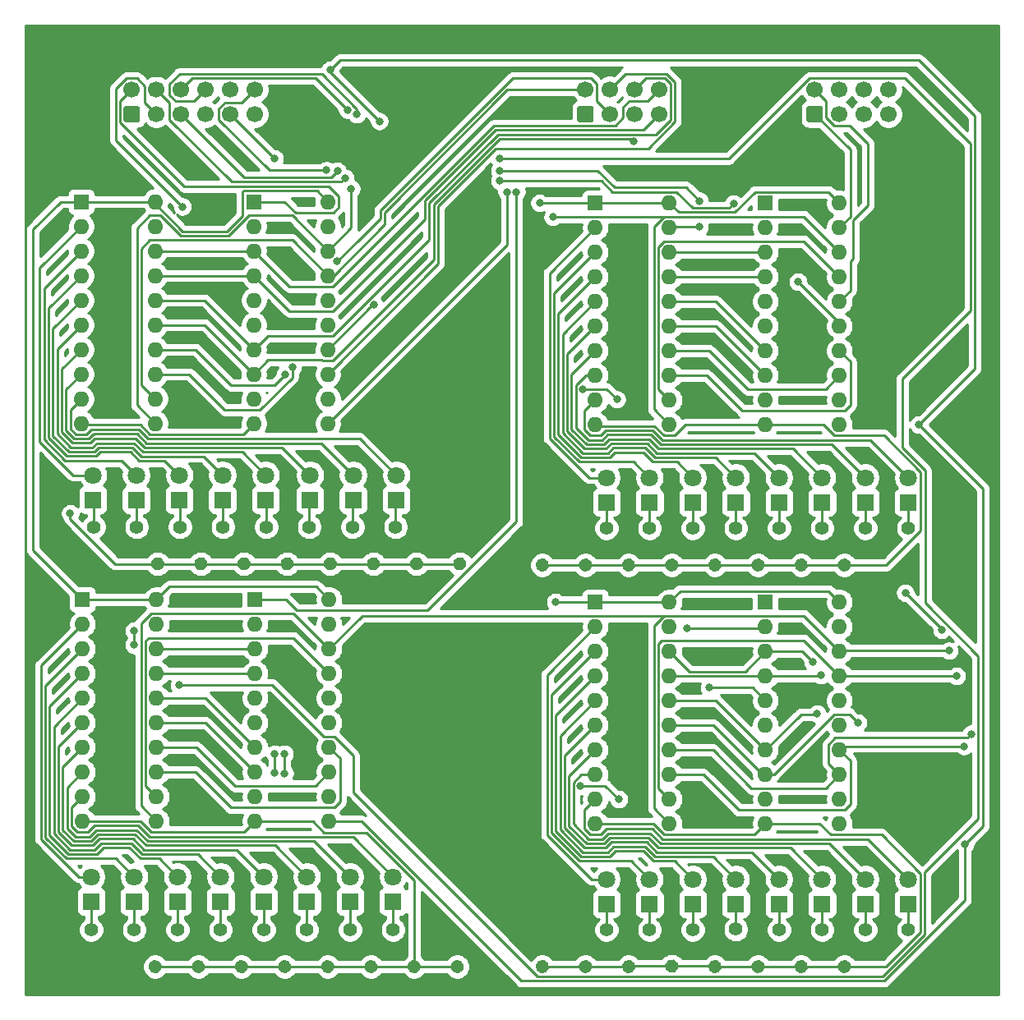
<source format=gtl>
G04 #@! TF.GenerationSoftware,KiCad,Pcbnew,(5.1.10)-1*
G04 #@! TF.CreationDate,2023-01-28T17:58:06+01:00*
G04 #@! TF.ProjectId,8-bit-computer_General_Registers_pcb,382d6269-742d-4636-9f6d-70757465725f,rev?*
G04 #@! TF.SameCoordinates,Original*
G04 #@! TF.FileFunction,Copper,L1,Top*
G04 #@! TF.FilePolarity,Positive*
%FSLAX46Y46*%
G04 Gerber Fmt 4.6, Leading zero omitted, Abs format (unit mm)*
G04 Created by KiCad (PCBNEW (5.1.10)-1) date 2023-01-28 17:58:06*
%MOMM*%
%LPD*%
G01*
G04 APERTURE LIST*
G04 #@! TA.AperFunction,ComponentPad*
%ADD10C,1.700000*%
G04 #@! TD*
G04 #@! TA.AperFunction,ComponentPad*
%ADD11O,1.600000X1.600000*%
G04 #@! TD*
G04 #@! TA.AperFunction,ComponentPad*
%ADD12R,1.600000X1.600000*%
G04 #@! TD*
G04 #@! TA.AperFunction,ComponentPad*
%ADD13C,1.400000*%
G04 #@! TD*
G04 #@! TA.AperFunction,ComponentPad*
%ADD14R,1.800000X1.800000*%
G04 #@! TD*
G04 #@! TA.AperFunction,ComponentPad*
%ADD15C,1.800000*%
G04 #@! TD*
G04 #@! TA.AperFunction,ViaPad*
%ADD16C,0.800000*%
G04 #@! TD*
G04 #@! TA.AperFunction,Conductor*
%ADD17C,0.250000*%
G04 #@! TD*
G04 #@! TA.AperFunction,NonConductor*
%ADD18C,0.254000*%
G04 #@! TD*
G04 #@! TA.AperFunction,NonConductor*
%ADD19C,0.100000*%
G04 #@! TD*
G04 APERTURE END LIST*
G04 #@! TA.AperFunction,ComponentPad*
G36*
G01*
X177372000Y-54317000D02*
X176172000Y-54317000D01*
G75*
G02*
X175922000Y-54067000I0J250000D01*
G01*
X175922000Y-52867000D01*
G75*
G02*
X176172000Y-52617000I250000J0D01*
G01*
X177372000Y-52617000D01*
G75*
G02*
X177622000Y-52867000I0J-250000D01*
G01*
X177622000Y-54067000D01*
G75*
G02*
X177372000Y-54317000I-250000J0D01*
G01*
G37*
G04 #@! TD.AperFunction*
D10*
X179312000Y-53467000D03*
X181852000Y-53467000D03*
X184392000Y-53467000D03*
X176772000Y-50927000D03*
X179312000Y-50927000D03*
X181852000Y-50927000D03*
X184392000Y-50927000D03*
X160770000Y-50927000D03*
X158230000Y-50927000D03*
X155690000Y-50927000D03*
X153150000Y-50927000D03*
X160770000Y-53467000D03*
X158230000Y-53467000D03*
X155690000Y-53467000D03*
G04 #@! TA.AperFunction,ComponentPad*
G36*
G01*
X153750000Y-54317000D02*
X152550000Y-54317000D01*
G75*
G02*
X152300000Y-54067000I0J250000D01*
G01*
X152300000Y-52867000D01*
G75*
G02*
X152550000Y-52617000I250000J0D01*
G01*
X153750000Y-52617000D01*
G75*
G02*
X154000000Y-52867000I0J-250000D01*
G01*
X154000000Y-54067000D01*
G75*
G02*
X153750000Y-54317000I-250000J0D01*
G01*
G37*
G04 #@! TD.AperFunction*
G04 #@! TA.AperFunction,ComponentPad*
G36*
G01*
X107014000Y-54320000D02*
X105814000Y-54320000D01*
G75*
G02*
X105564000Y-54070000I0J250000D01*
G01*
X105564000Y-52870000D01*
G75*
G02*
X105814000Y-52620000I250000J0D01*
G01*
X107014000Y-52620000D01*
G75*
G02*
X107264000Y-52870000I0J-250000D01*
G01*
X107264000Y-54070000D01*
G75*
G02*
X107014000Y-54320000I-250000J0D01*
G01*
G37*
G04 #@! TD.AperFunction*
X108954000Y-53470000D03*
X111494000Y-53470000D03*
X114034000Y-53470000D03*
X116574000Y-53470000D03*
X119114000Y-53470000D03*
X106414000Y-50930000D03*
X108954000Y-50930000D03*
X111494000Y-50930000D03*
X114034000Y-50930000D03*
X116574000Y-50930000D03*
X119114000Y-50930000D03*
D11*
X179324000Y-62611000D03*
X171704000Y-85471000D03*
X179324000Y-65151000D03*
X171704000Y-82931000D03*
X179324000Y-67691000D03*
X171704000Y-80391000D03*
X179324000Y-70231000D03*
X171704000Y-77851000D03*
X179324000Y-72771000D03*
X171704000Y-75311000D03*
X179324000Y-75311000D03*
X171704000Y-72771000D03*
X179324000Y-77851000D03*
X171704000Y-70231000D03*
X179324000Y-80391000D03*
X171704000Y-67691000D03*
X179324000Y-82931000D03*
X171704000Y-65151000D03*
X179324000Y-85471000D03*
D12*
X171704000Y-62611000D03*
D11*
X126619000Y-62484000D03*
X118999000Y-85344000D03*
X126619000Y-65024000D03*
X118999000Y-82804000D03*
X126619000Y-67564000D03*
X118999000Y-80264000D03*
X126619000Y-70104000D03*
X118999000Y-77724000D03*
X126619000Y-72644000D03*
X118999000Y-75184000D03*
X126619000Y-75184000D03*
X118999000Y-72644000D03*
X126619000Y-77724000D03*
X118999000Y-70104000D03*
X126619000Y-80264000D03*
X118999000Y-67564000D03*
X126619000Y-82804000D03*
X118999000Y-65024000D03*
X126619000Y-85344000D03*
D12*
X118999000Y-62484000D03*
G04 #@! TA.AperFunction,ComponentPad*
G36*
G01*
X139596896Y-99472000D02*
X139596896Y-99472000D01*
G75*
G02*
X140553114Y-99215782I606218J-350000D01*
G01*
X140553114Y-99215782D01*
G75*
G02*
X140809332Y-100172000I-350000J-606218D01*
G01*
X140809332Y-100172000D01*
G75*
G02*
X139853114Y-100428218I-606218J350000D01*
G01*
X139853114Y-100428218D01*
G75*
G02*
X139596896Y-99472000I350000J606218D01*
G01*
G37*
G04 #@! TD.AperFunction*
D13*
X133604000Y-96012000D03*
G04 #@! TA.AperFunction,ComponentPad*
G36*
G01*
X112926896Y-99472000D02*
X112926896Y-99472000D01*
G75*
G02*
X113883114Y-99215782I606218J-350000D01*
G01*
X113883114Y-99215782D01*
G75*
G02*
X114139332Y-100172000I-350000J-606218D01*
G01*
X114139332Y-100172000D01*
G75*
G02*
X113183114Y-100428218I-606218J350000D01*
G01*
X113183114Y-100428218D01*
G75*
G02*
X112926896Y-99472000I350000J606218D01*
G01*
G37*
G04 #@! TD.AperFunction*
X106934000Y-96012000D03*
D12*
X154178000Y-62611000D03*
D11*
X161798000Y-85471000D03*
X154178000Y-65151000D03*
X161798000Y-82931000D03*
X154178000Y-67691000D03*
X161798000Y-80391000D03*
X154178000Y-70231000D03*
X161798000Y-77851000D03*
X154178000Y-72771000D03*
X161798000Y-75311000D03*
X154178000Y-75311000D03*
X161798000Y-72771000D03*
X154178000Y-77851000D03*
X161798000Y-70231000D03*
X154178000Y-80391000D03*
X161798000Y-67691000D03*
X154178000Y-82931000D03*
X161798000Y-65151000D03*
X154178000Y-85471000D03*
X161798000Y-62611000D03*
X126746000Y-103505000D03*
X119126000Y-126365000D03*
X126746000Y-106045000D03*
X119126000Y-123825000D03*
X126746000Y-108585000D03*
X119126000Y-121285000D03*
X126746000Y-111125000D03*
X119126000Y-118745000D03*
X126746000Y-113665000D03*
X119126000Y-116205000D03*
X126746000Y-116205000D03*
X119126000Y-113665000D03*
X126746000Y-118745000D03*
X119126000Y-111125000D03*
X126746000Y-121285000D03*
X119126000Y-108585000D03*
X126746000Y-123825000D03*
X119126000Y-106045000D03*
X126746000Y-126365000D03*
D12*
X119126000Y-103505000D03*
D14*
X133350000Y-134620000D03*
D15*
X133350000Y-132080000D03*
X128905000Y-132080000D03*
D14*
X128905000Y-134620000D03*
G04 #@! TA.AperFunction,ComponentPad*
G36*
G01*
X121816896Y-99472000D02*
X121816896Y-99472000D01*
G75*
G02*
X122773114Y-99215782I606218J-350000D01*
G01*
X122773114Y-99215782D01*
G75*
G02*
X123029332Y-100172000I-350000J-606218D01*
G01*
X123029332Y-100172000D01*
G75*
G02*
X122073114Y-100428218I-606218J350000D01*
G01*
X122073114Y-100428218D01*
G75*
G02*
X121816896Y-99472000I350000J606218D01*
G01*
G37*
G04 #@! TD.AperFunction*
D13*
X115824000Y-96012000D03*
D11*
X108839000Y-62484000D03*
X101219000Y-85344000D03*
X108839000Y-65024000D03*
X101219000Y-82804000D03*
X108839000Y-67564000D03*
X101219000Y-80264000D03*
X108839000Y-70104000D03*
X101219000Y-77724000D03*
X108839000Y-72644000D03*
X101219000Y-75184000D03*
X108839000Y-75184000D03*
X101219000Y-72644000D03*
X108839000Y-77724000D03*
X101219000Y-70104000D03*
X108839000Y-80264000D03*
X101219000Y-67564000D03*
X108839000Y-82804000D03*
X101219000Y-65024000D03*
X108839000Y-85344000D03*
D12*
X101219000Y-62484000D03*
D15*
X102425500Y-90678000D03*
D14*
X102425500Y-93218000D03*
X106870500Y-93218000D03*
D15*
X106870500Y-90678000D03*
D14*
X111315500Y-93218000D03*
D15*
X111315500Y-90678000D03*
X115760500Y-90678000D03*
D14*
X115760500Y-93218000D03*
D15*
X120205500Y-90678000D03*
D14*
X120205500Y-93218000D03*
X124777500Y-93218000D03*
D15*
X124777500Y-90678000D03*
X129222500Y-90678000D03*
D14*
X129222500Y-93218000D03*
X133667500Y-93218000D03*
D15*
X133667500Y-90678000D03*
D14*
X155321001Y-134874000D03*
D15*
X155321001Y-132334000D03*
X159766000Y-132333999D03*
D14*
X159766000Y-134873999D03*
X164211000Y-134873999D03*
D15*
X164211000Y-132333999D03*
X168656000Y-132333999D03*
D14*
X168656000Y-134873999D03*
D15*
X173101000Y-132334000D03*
D14*
X173101000Y-134874000D03*
X177546000Y-134874000D03*
D15*
X177546000Y-132334000D03*
D14*
X181991000Y-134874000D03*
D15*
X181991000Y-132334000D03*
X186436000Y-132334000D03*
D14*
X186436000Y-134874000D03*
D15*
X155320999Y-90932000D03*
D14*
X155320999Y-93472000D03*
X159766000Y-93472001D03*
D15*
X159766000Y-90932001D03*
X164211000Y-90932001D03*
D14*
X164211000Y-93472001D03*
X168656000Y-93472000D03*
D15*
X168656000Y-90932000D03*
D14*
X173101000Y-93472000D03*
D15*
X173101000Y-90932000D03*
X177546000Y-90932000D03*
D14*
X177546000Y-93472000D03*
D15*
X181991000Y-90932000D03*
D14*
X181991000Y-93472000D03*
X186436000Y-93472001D03*
D15*
X186436000Y-90932001D03*
X102235000Y-132080000D03*
D14*
X102235000Y-134620000D03*
X106680000Y-134620000D03*
D15*
X106680000Y-132080000D03*
X111125000Y-132080000D03*
D14*
X111125000Y-134620000D03*
X115570000Y-134620000D03*
D15*
X115570000Y-132080000D03*
D14*
X120015000Y-134620000D03*
D15*
X120015000Y-132080000D03*
X124460000Y-132080000D03*
D14*
X124460000Y-134620000D03*
D13*
X102489000Y-96012000D03*
G04 #@! TA.AperFunction,ComponentPad*
G36*
G01*
X108481896Y-99472000D02*
X108481896Y-99472000D01*
G75*
G02*
X109438114Y-99215782I606218J-350000D01*
G01*
X109438114Y-99215782D01*
G75*
G02*
X109694332Y-100172000I-350000J-606218D01*
G01*
X109694332Y-100172000D01*
G75*
G02*
X108738114Y-100428218I-606218J350000D01*
G01*
X108738114Y-100428218D01*
G75*
G02*
X108481896Y-99472000I350000J606218D01*
G01*
G37*
G04 #@! TD.AperFunction*
X111379000Y-96012000D03*
G04 #@! TA.AperFunction,ComponentPad*
G36*
G01*
X117371896Y-99472000D02*
X117371896Y-99472000D01*
G75*
G02*
X118328114Y-99215782I606218J-350000D01*
G01*
X118328114Y-99215782D01*
G75*
G02*
X118584332Y-100172000I-350000J-606218D01*
G01*
X118584332Y-100172000D01*
G75*
G02*
X117628114Y-100428218I-606218J350000D01*
G01*
X117628114Y-100428218D01*
G75*
G02*
X117371896Y-99472000I350000J606218D01*
G01*
G37*
G04 #@! TD.AperFunction*
X120269000Y-96012000D03*
G04 #@! TA.AperFunction,ComponentPad*
G36*
G01*
X126261896Y-99472000D02*
X126261896Y-99472000D01*
G75*
G02*
X127218114Y-99215782I606218J-350000D01*
G01*
X127218114Y-99215782D01*
G75*
G02*
X127474332Y-100172000I-350000J-606218D01*
G01*
X127474332Y-100172000D01*
G75*
G02*
X126518114Y-100428218I-606218J350000D01*
G01*
X126518114Y-100428218D01*
G75*
G02*
X126261896Y-99472000I350000J606218D01*
G01*
G37*
G04 #@! TD.AperFunction*
G04 #@! TA.AperFunction,ComponentPad*
G36*
G01*
X130706896Y-99472000D02*
X130706896Y-99472000D01*
G75*
G02*
X131663114Y-99215782I606218J-350000D01*
G01*
X131663114Y-99215782D01*
G75*
G02*
X131919332Y-100172000I-350000J-606218D01*
G01*
X131919332Y-100172000D01*
G75*
G02*
X130963114Y-100428218I-606218J350000D01*
G01*
X130963114Y-100428218D01*
G75*
G02*
X130706896Y-99472000I350000J606218D01*
G01*
G37*
G04 #@! TD.AperFunction*
X124714000Y-96012000D03*
X129159000Y-96012000D03*
G04 #@! TA.AperFunction,ComponentPad*
G36*
G01*
X135151896Y-99472000D02*
X135151896Y-99472000D01*
G75*
G02*
X136108114Y-99215782I606218J-350000D01*
G01*
X136108114Y-99215782D01*
G75*
G02*
X136364332Y-100172000I-350000J-606218D01*
G01*
X136364332Y-100172000D01*
G75*
G02*
X135408114Y-100428218I-606218J350000D01*
G01*
X135408114Y-100428218D01*
G75*
G02*
X135151896Y-99472000I350000J606218D01*
G01*
G37*
G04 #@! TD.AperFunction*
G04 #@! TA.AperFunction,ComponentPad*
G36*
G01*
X149328105Y-141001000D02*
X149328105Y-141001000D01*
G75*
G02*
X149071887Y-141957218I-606218J-350000D01*
G01*
X149071887Y-141957218D01*
G75*
G02*
X148115669Y-141701000I-350000J606218D01*
G01*
X148115669Y-141701000D01*
G75*
G02*
X148371887Y-140744782I606218J350000D01*
G01*
X148371887Y-140744782D01*
G75*
G02*
X149328105Y-141001000I350000J-606218D01*
G01*
G37*
G04 #@! TD.AperFunction*
X155321001Y-137541000D03*
X159766000Y-137541000D03*
G04 #@! TA.AperFunction,ComponentPad*
G36*
G01*
X153773104Y-141001000D02*
X153773104Y-141001000D01*
G75*
G02*
X153516886Y-141957218I-606218J-350000D01*
G01*
X153516886Y-141957218D01*
G75*
G02*
X152560668Y-141701000I-350000J606218D01*
G01*
X152560668Y-141701000D01*
G75*
G02*
X152816886Y-140744782I606218J350000D01*
G01*
X152816886Y-140744782D01*
G75*
G02*
X153773104Y-141001000I350000J-606218D01*
G01*
G37*
G04 #@! TD.AperFunction*
G04 #@! TA.AperFunction,ComponentPad*
G36*
G01*
X158218104Y-141001000D02*
X158218104Y-141001000D01*
G75*
G02*
X157961886Y-141957218I-606218J-350000D01*
G01*
X157961886Y-141957218D01*
G75*
G02*
X157005668Y-141701000I-350000J606218D01*
G01*
X157005668Y-141701000D01*
G75*
G02*
X157261886Y-140744782I606218J350000D01*
G01*
X157261886Y-140744782D01*
G75*
G02*
X158218104Y-141001000I350000J-606218D01*
G01*
G37*
G04 #@! TD.AperFunction*
X164211000Y-137541000D03*
X168656000Y-137496002D03*
G04 #@! TA.AperFunction,ComponentPad*
G36*
G01*
X162663104Y-140956002D02*
X162663104Y-140956002D01*
G75*
G02*
X162406886Y-141912220I-606218J-350000D01*
G01*
X162406886Y-141912220D01*
G75*
G02*
X161450668Y-141656002I-350000J606218D01*
G01*
X161450668Y-141656002D01*
G75*
G02*
X161706886Y-140699784I606218J350000D01*
G01*
X161706886Y-140699784D01*
G75*
G02*
X162663104Y-140956002I350000J-606218D01*
G01*
G37*
G04 #@! TD.AperFunction*
G04 #@! TA.AperFunction,ComponentPad*
G36*
G01*
X167108104Y-141001000D02*
X167108104Y-141001000D01*
G75*
G02*
X166851886Y-141957218I-606218J-350000D01*
G01*
X166851886Y-141957218D01*
G75*
G02*
X165895668Y-141701000I-350000J606218D01*
G01*
X165895668Y-141701000D01*
G75*
G02*
X166151886Y-140744782I606218J350000D01*
G01*
X166151886Y-140744782D01*
G75*
G02*
X167108104Y-141001000I350000J-606218D01*
G01*
G37*
G04 #@! TD.AperFunction*
X173101000Y-137541000D03*
X177546000Y-137541000D03*
G04 #@! TA.AperFunction,ComponentPad*
G36*
G01*
X171553104Y-141001000D02*
X171553104Y-141001000D01*
G75*
G02*
X171296886Y-141957218I-606218J-350000D01*
G01*
X171296886Y-141957218D01*
G75*
G02*
X170340668Y-141701000I-350000J606218D01*
G01*
X170340668Y-141701000D01*
G75*
G02*
X170596886Y-140744782I606218J350000D01*
G01*
X170596886Y-140744782D01*
G75*
G02*
X171553104Y-141001000I350000J-606218D01*
G01*
G37*
G04 #@! TD.AperFunction*
G04 #@! TA.AperFunction,ComponentPad*
G36*
G01*
X175998104Y-141001000D02*
X175998104Y-141001000D01*
G75*
G02*
X175741886Y-141957218I-606218J-350000D01*
G01*
X175741886Y-141957218D01*
G75*
G02*
X174785668Y-141701000I-350000J606218D01*
G01*
X174785668Y-141701000D01*
G75*
G02*
X175041886Y-140744782I606218J350000D01*
G01*
X175041886Y-140744782D01*
G75*
G02*
X175998104Y-141001000I350000J-606218D01*
G01*
G37*
G04 #@! TD.AperFunction*
X181991000Y-137541000D03*
X186436000Y-137541000D03*
G04 #@! TA.AperFunction,ComponentPad*
G36*
G01*
X180443104Y-141001000D02*
X180443104Y-141001000D01*
G75*
G02*
X180186886Y-141957218I-606218J-350000D01*
G01*
X180186886Y-141957218D01*
G75*
G02*
X179230668Y-141701000I-350000J606218D01*
G01*
X179230668Y-141701000D01*
G75*
G02*
X179486886Y-140744782I606218J350000D01*
G01*
X179486886Y-140744782D01*
G75*
G02*
X180443104Y-141001000I350000J-606218D01*
G01*
G37*
G04 #@! TD.AperFunction*
G04 #@! TA.AperFunction,ComponentPad*
G36*
G01*
X149328104Y-99599000D02*
X149328104Y-99599000D01*
G75*
G02*
X149071886Y-100555218I-606218J-350000D01*
G01*
X149071886Y-100555218D01*
G75*
G02*
X148115668Y-100299000I-350000J606218D01*
G01*
X148115668Y-100299000D01*
G75*
G02*
X148371886Y-99342782I606218J350000D01*
G01*
X148371886Y-99342782D01*
G75*
G02*
X149328104Y-99599000I350000J-606218D01*
G01*
G37*
G04 #@! TD.AperFunction*
X155321000Y-96139000D03*
X159766000Y-96139000D03*
G04 #@! TA.AperFunction,ComponentPad*
G36*
G01*
X153773104Y-99599000D02*
X153773104Y-99599000D01*
G75*
G02*
X153516886Y-100555218I-606218J-350000D01*
G01*
X153516886Y-100555218D01*
G75*
G02*
X152560668Y-100299000I-350000J606218D01*
G01*
X152560668Y-100299000D01*
G75*
G02*
X152816886Y-99342782I606218J350000D01*
G01*
X152816886Y-99342782D01*
G75*
G02*
X153773104Y-99599000I350000J-606218D01*
G01*
G37*
G04 #@! TD.AperFunction*
X164211000Y-96139000D03*
G04 #@! TA.AperFunction,ComponentPad*
G36*
G01*
X158218104Y-99599000D02*
X158218104Y-99599000D01*
G75*
G02*
X157961886Y-100555218I-606218J-350000D01*
G01*
X157961886Y-100555218D01*
G75*
G02*
X157005668Y-100299000I-350000J606218D01*
G01*
X157005668Y-100299000D01*
G75*
G02*
X157261886Y-99342782I606218J350000D01*
G01*
X157261886Y-99342782D01*
G75*
G02*
X158218104Y-99599000I350000J-606218D01*
G01*
G37*
G04 #@! TD.AperFunction*
X168656000Y-96139000D03*
G04 #@! TA.AperFunction,ComponentPad*
G36*
G01*
X162663104Y-99599000D02*
X162663104Y-99599000D01*
G75*
G02*
X162406886Y-100555218I-606218J-350000D01*
G01*
X162406886Y-100555218D01*
G75*
G02*
X161450668Y-100299000I-350000J606218D01*
G01*
X161450668Y-100299000D01*
G75*
G02*
X161706886Y-99342782I606218J350000D01*
G01*
X161706886Y-99342782D01*
G75*
G02*
X162663104Y-99599000I350000J-606218D01*
G01*
G37*
G04 #@! TD.AperFunction*
G04 #@! TA.AperFunction,ComponentPad*
G36*
G01*
X167108104Y-99599000D02*
X167108104Y-99599000D01*
G75*
G02*
X166851886Y-100555218I-606218J-350000D01*
G01*
X166851886Y-100555218D01*
G75*
G02*
X165895668Y-100299000I-350000J606218D01*
G01*
X165895668Y-100299000D01*
G75*
G02*
X166151886Y-99342782I606218J350000D01*
G01*
X166151886Y-99342782D01*
G75*
G02*
X167108104Y-99599000I350000J-606218D01*
G01*
G37*
G04 #@! TD.AperFunction*
X173101000Y-96139000D03*
X177546000Y-96139000D03*
G04 #@! TA.AperFunction,ComponentPad*
G36*
G01*
X171553104Y-99599000D02*
X171553104Y-99599000D01*
G75*
G02*
X171296886Y-100555218I-606218J-350000D01*
G01*
X171296886Y-100555218D01*
G75*
G02*
X170340668Y-100299000I-350000J606218D01*
G01*
X170340668Y-100299000D01*
G75*
G02*
X170596886Y-99342782I606218J350000D01*
G01*
X170596886Y-99342782D01*
G75*
G02*
X171553104Y-99599000I350000J-606218D01*
G01*
G37*
G04 #@! TD.AperFunction*
G04 #@! TA.AperFunction,ComponentPad*
G36*
G01*
X175998104Y-99599000D02*
X175998104Y-99599000D01*
G75*
G02*
X175741886Y-100555218I-606218J-350000D01*
G01*
X175741886Y-100555218D01*
G75*
G02*
X174785668Y-100299000I-350000J606218D01*
G01*
X174785668Y-100299000D01*
G75*
G02*
X175041886Y-99342782I606218J350000D01*
G01*
X175041886Y-99342782D01*
G75*
G02*
X175998104Y-99599000I350000J-606218D01*
G01*
G37*
G04 #@! TD.AperFunction*
X181991000Y-96139000D03*
X186436000Y-96139000D03*
G04 #@! TA.AperFunction,ComponentPad*
G36*
G01*
X180443104Y-99599000D02*
X180443104Y-99599000D01*
G75*
G02*
X180186886Y-100555218I-606218J-350000D01*
G01*
X180186886Y-100555218D01*
G75*
G02*
X179230668Y-100299000I-350000J606218D01*
G01*
X179230668Y-100299000D01*
G75*
G02*
X179486886Y-99342782I606218J350000D01*
G01*
X179486886Y-99342782D01*
G75*
G02*
X180443104Y-99599000I350000J-606218D01*
G01*
G37*
G04 #@! TD.AperFunction*
G04 #@! TA.AperFunction,ComponentPad*
G36*
G01*
X108227896Y-141001000D02*
X108227896Y-141001000D01*
G75*
G02*
X109184114Y-140744782I606218J-350000D01*
G01*
X109184114Y-140744782D01*
G75*
G02*
X109440332Y-141701000I-350000J-606218D01*
G01*
X109440332Y-141701000D01*
G75*
G02*
X108484114Y-141957218I-606218J350000D01*
G01*
X108484114Y-141957218D01*
G75*
G02*
X108227896Y-141001000I350000J606218D01*
G01*
G37*
G04 #@! TD.AperFunction*
X102235000Y-137541000D03*
G04 #@! TA.AperFunction,ComponentPad*
G36*
G01*
X112672896Y-141001000D02*
X112672896Y-141001000D01*
G75*
G02*
X113629114Y-140744782I606218J-350000D01*
G01*
X113629114Y-140744782D01*
G75*
G02*
X113885332Y-141701000I-350000J-606218D01*
G01*
X113885332Y-141701000D01*
G75*
G02*
X112929114Y-141957218I-606218J350000D01*
G01*
X112929114Y-141957218D01*
G75*
G02*
X112672896Y-141001000I350000J606218D01*
G01*
G37*
G04 #@! TD.AperFunction*
X106680000Y-137541000D03*
X111125000Y-137541000D03*
G04 #@! TA.AperFunction,ComponentPad*
G36*
G01*
X117117896Y-141001000D02*
X117117896Y-141001000D01*
G75*
G02*
X118074114Y-140744782I606218J-350000D01*
G01*
X118074114Y-140744782D01*
G75*
G02*
X118330332Y-141701000I-350000J-606218D01*
G01*
X118330332Y-141701000D01*
G75*
G02*
X117374114Y-141957218I-606218J350000D01*
G01*
X117374114Y-141957218D01*
G75*
G02*
X117117896Y-141001000I350000J606218D01*
G01*
G37*
G04 #@! TD.AperFunction*
G04 #@! TA.AperFunction,ComponentPad*
G36*
G01*
X121562896Y-141001000D02*
X121562896Y-141001000D01*
G75*
G02*
X122519114Y-140744782I606218J-350000D01*
G01*
X122519114Y-140744782D01*
G75*
G02*
X122775332Y-141701000I-350000J-606218D01*
G01*
X122775332Y-141701000D01*
G75*
G02*
X121819114Y-141957218I-606218J350000D01*
G01*
X121819114Y-141957218D01*
G75*
G02*
X121562896Y-141001000I350000J606218D01*
G01*
G37*
G04 #@! TD.AperFunction*
X115570000Y-137541000D03*
X120015000Y-137541000D03*
G04 #@! TA.AperFunction,ComponentPad*
G36*
G01*
X126007896Y-141001000D02*
X126007896Y-141001000D01*
G75*
G02*
X126964114Y-140744782I606218J-350000D01*
G01*
X126964114Y-140744782D01*
G75*
G02*
X127220332Y-141701000I-350000J-606218D01*
G01*
X127220332Y-141701000D01*
G75*
G02*
X126264114Y-141957218I-606218J350000D01*
G01*
X126264114Y-141957218D01*
G75*
G02*
X126007896Y-141001000I350000J606218D01*
G01*
G37*
G04 #@! TD.AperFunction*
G04 #@! TA.AperFunction,ComponentPad*
G36*
G01*
X130452896Y-141001000D02*
X130452896Y-141001000D01*
G75*
G02*
X131409114Y-140744782I606218J-350000D01*
G01*
X131409114Y-140744782D01*
G75*
G02*
X131665332Y-141701000I-350000J-606218D01*
G01*
X131665332Y-141701000D01*
G75*
G02*
X130709114Y-141957218I-606218J350000D01*
G01*
X130709114Y-141957218D01*
G75*
G02*
X130452896Y-141001000I350000J606218D01*
G01*
G37*
G04 #@! TD.AperFunction*
X124460000Y-137541000D03*
X128905000Y-137541000D03*
G04 #@! TA.AperFunction,ComponentPad*
G36*
G01*
X134897896Y-141001000D02*
X134897896Y-141001000D01*
G75*
G02*
X135854114Y-140744782I606218J-350000D01*
G01*
X135854114Y-140744782D01*
G75*
G02*
X136110332Y-141701000I-350000J-606218D01*
G01*
X136110332Y-141701000D01*
G75*
G02*
X135154114Y-141957218I-606218J350000D01*
G01*
X135154114Y-141957218D01*
G75*
G02*
X134897896Y-141001000I350000J606218D01*
G01*
G37*
G04 #@! TD.AperFunction*
G04 #@! TA.AperFunction,ComponentPad*
G36*
G01*
X139342896Y-141001000D02*
X139342896Y-141001000D01*
G75*
G02*
X140299114Y-140744782I606218J-350000D01*
G01*
X140299114Y-140744782D01*
G75*
G02*
X140555332Y-141701000I-350000J-606218D01*
G01*
X140555332Y-141701000D01*
G75*
G02*
X139599114Y-141957218I-606218J350000D01*
G01*
X139599114Y-141957218D01*
G75*
G02*
X139342896Y-141001000I350000J606218D01*
G01*
G37*
G04 #@! TD.AperFunction*
X133350000Y-137541000D03*
D12*
X171704000Y-103759000D03*
D11*
X179324000Y-126619000D03*
X171704000Y-106299000D03*
X179324000Y-124079000D03*
X171704000Y-108839000D03*
X179324000Y-121539000D03*
X171704000Y-111379000D03*
X179324000Y-118999000D03*
X171704000Y-113919000D03*
X179324000Y-116459000D03*
X171704000Y-116459000D03*
X179324000Y-113919000D03*
X171704000Y-118999000D03*
X179324000Y-111379000D03*
X171704000Y-121539000D03*
X179324000Y-108839000D03*
X171704000Y-124079000D03*
X179324000Y-106299000D03*
X171704000Y-126619000D03*
X179324000Y-103759000D03*
D12*
X154178000Y-103759000D03*
D11*
X161798000Y-126619000D03*
X154178000Y-106299000D03*
X161798000Y-124079000D03*
X154178000Y-108839000D03*
X161798000Y-121539000D03*
X154178000Y-111379000D03*
X161798000Y-118999000D03*
X154178000Y-113919000D03*
X161798000Y-116459000D03*
X154178000Y-116459000D03*
X161798000Y-113919000D03*
X154178000Y-118999000D03*
X161798000Y-111379000D03*
X154178000Y-121539000D03*
X161798000Y-108839000D03*
X154178000Y-124079000D03*
X161798000Y-106299000D03*
X154178000Y-126619000D03*
X161798000Y-103759000D03*
D12*
X101346000Y-103505000D03*
D11*
X108966000Y-126365000D03*
X101346000Y-106045000D03*
X108966000Y-123825000D03*
X101346000Y-108585000D03*
X108966000Y-121285000D03*
X101346000Y-111125000D03*
X108966000Y-118745000D03*
X101346000Y-113665000D03*
X108966000Y-116205000D03*
X101346000Y-116205000D03*
X108966000Y-113665000D03*
X101346000Y-118745000D03*
X108966000Y-111125000D03*
X101346000Y-121285000D03*
X108966000Y-108585000D03*
X101346000Y-123825000D03*
X108966000Y-106045000D03*
X101346000Y-126365000D03*
X108966000Y-103505000D03*
D16*
X163639500Y-106426000D03*
X165925500Y-112585500D03*
X175069500Y-70739000D03*
X121158000Y-119417000D03*
X121158000Y-121348500D03*
X122158003Y-119417000D03*
X122174000Y-121412000D03*
X176593500Y-109918500D03*
X177419000Y-111315500D03*
X177038000Y-115252500D03*
X181229000Y-116205000D03*
X158103000Y-56267030D03*
X192913000Y-117348000D03*
X122237500Y-80264000D03*
X192151000Y-118618000D03*
X122980795Y-79539000D03*
X131361404Y-73131904D03*
X127571500Y-68643500D03*
X191389000Y-111379000D03*
X156400500Y-82867500D03*
X156591000Y-124079000D03*
X152903347Y-81792653D03*
X152642346Y-122693654D03*
X190627000Y-108775500D03*
X149796500Y-64071500D03*
X129032000Y-61150500D03*
X187515500Y-85471000D03*
X192278000Y-128714500D03*
X126861000Y-48898000D03*
X131941000Y-54192009D03*
X145053994Y-61471000D03*
X111633000Y-62992000D03*
X150077952Y-103759000D03*
X126480000Y-59250489D03*
X148451000Y-62614000D03*
X186118500Y-102806500D03*
X189865000Y-106616500D03*
X100076000Y-94615000D03*
X164909500Y-62400979D03*
X164909500Y-65100991D03*
X127623000Y-59312000D03*
X144328994Y-59312000D03*
X111315500Y-112331500D03*
X106665989Y-108184999D03*
X106665989Y-106734999D03*
X121146000Y-58042000D03*
X144328994Y-58042000D03*
X168416096Y-62688596D03*
X128391223Y-60037000D03*
X144328994Y-60328000D03*
X128639000Y-53016999D03*
X129614852Y-53467009D03*
X146053997Y-61471000D03*
D17*
X96943929Y-69299071D02*
X101219000Y-65024000D01*
X96943929Y-87228429D02*
X96943929Y-69299071D01*
X100393500Y-90678000D02*
X96943929Y-87228429D01*
X102425500Y-90678000D02*
X100393500Y-90678000D01*
X102489000Y-93281500D02*
X102425500Y-93218000D01*
X102489000Y-96012000D02*
X102489000Y-93281500D01*
X106934000Y-93281500D02*
X106870500Y-93218000D01*
X106934000Y-96012000D02*
X106934000Y-93281500D01*
X97393939Y-87002401D02*
X97393939Y-71389061D01*
X97393939Y-71389061D02*
X101219000Y-67564000D01*
X99560594Y-89169056D02*
X97393939Y-87002401D01*
X105361556Y-89169056D02*
X99560594Y-89169056D01*
X106870500Y-90678000D02*
X105361556Y-89169056D01*
X111379000Y-93281500D02*
X111315500Y-93218000D01*
X111379000Y-96012000D02*
X111379000Y-93281500D01*
X97843949Y-73479051D02*
X101219000Y-70104000D01*
X97843949Y-86816001D02*
X97843949Y-73479051D01*
X111315500Y-90678000D02*
X109819045Y-89181545D01*
X102739091Y-88719047D02*
X103176609Y-88281530D01*
X99746995Y-88719047D02*
X102739091Y-88719047D01*
X97843949Y-86816001D02*
X99746995Y-88719047D01*
X107193083Y-89181545D02*
X109819045Y-89181545D01*
X106293068Y-88281530D02*
X107193083Y-89181545D01*
X103176609Y-88281530D02*
X106293068Y-88281530D01*
X98293959Y-75569041D02*
X101219000Y-72644000D01*
X115760500Y-90678000D02*
X113814037Y-88731537D01*
X98293959Y-86629601D02*
X98293959Y-75569041D01*
X107752289Y-88731539D02*
X107379487Y-88731539D01*
X107752291Y-88731537D02*
X107752289Y-88731539D01*
X113814037Y-88731537D02*
X107752291Y-88731537D01*
X107379487Y-88731539D02*
X106479468Y-87831520D01*
X99933395Y-88269037D02*
X98293959Y-86629601D01*
X102552691Y-88269037D02*
X99933395Y-88269037D01*
X102990210Y-87831520D02*
X102552691Y-88269037D01*
X106479468Y-87831520D02*
X102990210Y-87831520D01*
X115824000Y-93281500D02*
X115760500Y-93218000D01*
X115824000Y-96012000D02*
X115824000Y-93281500D01*
X117809028Y-88281528D02*
X120205500Y-90678000D01*
X117809026Y-88281530D02*
X117809028Y-88281528D01*
X106665868Y-87381510D02*
X107565888Y-88281530D01*
X107565888Y-88281530D02*
X117809026Y-88281530D01*
X102803810Y-87381510D02*
X106665868Y-87381510D01*
X102366292Y-87819028D02*
X102803810Y-87381510D01*
X100119799Y-87819029D02*
X102366292Y-87819028D01*
X98743969Y-86443201D02*
X100119799Y-87819029D01*
X98743969Y-77659031D02*
X98743969Y-86443201D01*
X101219000Y-75184000D02*
X98743969Y-77659031D01*
X120269000Y-93281500D02*
X120205500Y-93218000D01*
X120269000Y-96012000D02*
X120269000Y-93281500D01*
X124714000Y-93281500D02*
X124777500Y-93218000D01*
X124714000Y-96012000D02*
X124714000Y-93281500D01*
X99193979Y-79749021D02*
X101219000Y-77724000D01*
X99193979Y-86256801D02*
X99193979Y-79749021D01*
X124777500Y-90678000D02*
X121931018Y-87831518D01*
X100306198Y-87369020D02*
X102179891Y-87369019D01*
X99193979Y-86256801D02*
X100306198Y-87369020D01*
X102179891Y-87369019D02*
X102617410Y-86931500D01*
X106852268Y-86931500D02*
X107752288Y-87831520D01*
X102617410Y-86931500D02*
X106852268Y-86931500D01*
X121931016Y-87831520D02*
X121931018Y-87831518D01*
X107752288Y-87831520D02*
X121931016Y-87831520D01*
X129222500Y-90678000D02*
X125926010Y-87381510D01*
X99643989Y-86070401D02*
X99643989Y-81839011D01*
X99643989Y-81839011D02*
X101219000Y-80264000D01*
X101993490Y-86919010D02*
X102425500Y-86487000D01*
X100492598Y-86919010D02*
X101993490Y-86919010D01*
X99643989Y-86070401D02*
X100492598Y-86919010D01*
X102489000Y-86487000D02*
X102546990Y-86429010D01*
X102425500Y-86487000D02*
X102489000Y-86487000D01*
X107938688Y-87381510D02*
X125926010Y-87381510D01*
X106986188Y-86429010D02*
X107938688Y-87381510D01*
X102546990Y-86429010D02*
X106986188Y-86429010D01*
X129159000Y-93281500D02*
X129222500Y-93218000D01*
X129159000Y-96012000D02*
X129159000Y-93281500D01*
X133604000Y-93281500D02*
X133667500Y-93218000D01*
X133604000Y-96012000D02*
X133604000Y-93281500D01*
X100093999Y-83929001D02*
X101219000Y-82804000D01*
X100093999Y-85884001D02*
X100093999Y-83929001D01*
X133667500Y-90678000D02*
X129921000Y-86931500D01*
X101744999Y-86469001D02*
X102235000Y-85979000D01*
X100678999Y-86469001D02*
X101744999Y-86469001D01*
X100093999Y-85884001D02*
X100678999Y-86469001D01*
X108125088Y-86931500D02*
X129921000Y-86931500D01*
X107172588Y-85979000D02*
X108125088Y-86931500D01*
X102235000Y-85979000D02*
X107172588Y-85979000D01*
X155321001Y-134874000D02*
X155321001Y-137541000D01*
X149217285Y-111259715D02*
X154178000Y-106299000D01*
X149217285Y-127778157D02*
X149217285Y-111259715D01*
X153773128Y-132334000D02*
X149217285Y-127778157D01*
X155321001Y-132334000D02*
X153773128Y-132334000D01*
X171577000Y-106426000D02*
X171704000Y-106299000D01*
X163639500Y-106426000D02*
X171577000Y-106426000D01*
X149667295Y-127591757D02*
X149667295Y-113349705D01*
X152519593Y-130444055D02*
X149667295Y-127591757D01*
X157876057Y-130444056D02*
X152519593Y-130444055D01*
X149667295Y-113349705D02*
X154178000Y-108839000D01*
X159766000Y-132333999D02*
X157876057Y-130444056D01*
X170370500Y-112585500D02*
X171704000Y-113919000D01*
X165925500Y-112585500D02*
X170370500Y-112585500D01*
X159766000Y-137541000D02*
X159766000Y-134873999D01*
X164211000Y-134873999D02*
X164211000Y-137541000D01*
X164211000Y-132333999D02*
X162321057Y-130444056D01*
X162321057Y-130444056D02*
X160139593Y-130444055D01*
X160139593Y-130444055D02*
X159104589Y-129409051D01*
X150117305Y-115439695D02*
X154178000Y-111379000D01*
X150117305Y-127405357D02*
X150117305Y-115439695D01*
X152705994Y-129994046D02*
X150117305Y-127405357D01*
X155650004Y-129994046D02*
X152705994Y-129994046D01*
X156234999Y-129409051D02*
X155650004Y-129994046D01*
X159104589Y-129409051D02*
X156234999Y-129409051D01*
X168656000Y-132333999D02*
X166316048Y-129994047D01*
X166316048Y-129994047D02*
X160325994Y-129994046D01*
X160325994Y-129994046D02*
X159290989Y-128959041D01*
X150567315Y-117529685D02*
X154178000Y-113919000D01*
X150567315Y-127218957D02*
X150567315Y-117529685D01*
X152892395Y-129544037D02*
X150567315Y-127218957D01*
X155463598Y-129544038D02*
X152892395Y-129544037D01*
X156048599Y-128959041D02*
X155463598Y-129544038D01*
X159290989Y-128959041D02*
X156048599Y-128959041D01*
X168656000Y-137496002D02*
X168656000Y-134873999D01*
X173101000Y-132334000D02*
X170311038Y-129544038D01*
X170311038Y-129544038D02*
X160512395Y-129544037D01*
X160512395Y-129544037D02*
X159477389Y-128509031D01*
X159477389Y-128509031D02*
X155862200Y-128509031D01*
X151017325Y-119619675D02*
X154178000Y-116459000D01*
X153078796Y-129094028D02*
X151017325Y-127032557D01*
X155277199Y-129094029D02*
X153078796Y-129094028D01*
X151017325Y-127032557D02*
X151017325Y-119619675D01*
X155862200Y-128509031D02*
X155277199Y-129094029D01*
X173101000Y-134874000D02*
X173101000Y-137541000D01*
X177546000Y-137541000D02*
X177546000Y-134874000D01*
X151467335Y-126846157D02*
X151467335Y-121709665D01*
X155090800Y-128644020D02*
X153265197Y-128644019D01*
X155675801Y-128059021D02*
X155090800Y-128644020D01*
X153265197Y-128644019D02*
X151467335Y-126846157D01*
X159663789Y-128059021D02*
X155675801Y-128059021D01*
X151467335Y-121709665D02*
X154178000Y-118999000D01*
X160698796Y-129094028D02*
X159663789Y-128059021D01*
X174306029Y-129094029D02*
X160698796Y-129094028D01*
X177546000Y-132334000D02*
X174306029Y-129094029D01*
X181991000Y-134874000D02*
X181991000Y-137541000D01*
X152723998Y-121539000D02*
X154178000Y-121539000D01*
X153451598Y-128194010D02*
X151917345Y-126659757D01*
X151917345Y-122345653D02*
X152723998Y-121539000D01*
X154904401Y-128194011D02*
X153451598Y-128194010D01*
X151917345Y-126659757D02*
X151917345Y-122345653D01*
X159850189Y-127609011D02*
X155489401Y-127609011D01*
X160885197Y-128644019D02*
X159850189Y-127609011D01*
X178301019Y-128644019D02*
X160885197Y-128644019D01*
X155489401Y-127609011D02*
X154904401Y-128194011D01*
X181991000Y-132334000D02*
X178301019Y-128644019D01*
X186436000Y-132334000D02*
X182296011Y-128194011D01*
X182296011Y-128194011D02*
X161071598Y-128194010D01*
X160036589Y-127159001D02*
X155303001Y-127159001D01*
X161071598Y-128194010D02*
X160036589Y-127159001D01*
X153052999Y-125204001D02*
X154178000Y-124079000D01*
X153052999Y-127159001D02*
X153052999Y-125204001D01*
X153637999Y-127744001D02*
X153052999Y-127159001D01*
X154718001Y-127744001D02*
X153637999Y-127744001D01*
X155303001Y-127159001D02*
X154718001Y-127744001D01*
X186436000Y-134874000D02*
X186436000Y-137541000D01*
X149478286Y-69850714D02*
X154178000Y-65151000D01*
X149478286Y-86891158D02*
X149478286Y-69850714D01*
X153519128Y-90932000D02*
X149478286Y-86891158D01*
X155320999Y-90932000D02*
X153519128Y-90932000D01*
X155321000Y-94622001D02*
X155321000Y-96139000D01*
X155320999Y-93472000D02*
X155321000Y-94622001D01*
X159766000Y-96139000D02*
X159766000Y-93472001D01*
X149928296Y-71940704D02*
X154178000Y-67691000D01*
X149928296Y-86704758D02*
X149928296Y-71940704D01*
X152519593Y-89296055D02*
X149928296Y-86704758D01*
X158130054Y-89296055D02*
X152519593Y-89296055D01*
X159766000Y-90932001D02*
X158130054Y-89296055D01*
X150378306Y-86518358D02*
X150378306Y-74030694D01*
X155650004Y-88846047D02*
X152705994Y-88846046D01*
X159051062Y-88312062D02*
X156183989Y-88312062D01*
X159067500Y-88328500D02*
X159051062Y-88312062D01*
X152705994Y-88846046D02*
X150378306Y-86518358D01*
X159131000Y-88328500D02*
X159067500Y-88328500D01*
X160105537Y-89303037D02*
X159131000Y-88328500D01*
X156183989Y-88312062D02*
X155650004Y-88846047D01*
X162582037Y-89303038D02*
X160105537Y-89303037D01*
X150378306Y-74030694D02*
X154178000Y-70231000D01*
X164211000Y-90932001D02*
X162582037Y-89303038D01*
X164211000Y-96139000D02*
X164211000Y-93472001D01*
X168656000Y-96139000D02*
X168656000Y-93472000D01*
X168656000Y-90932000D02*
X166577029Y-88853029D01*
X166577029Y-88853029D02*
X160332976Y-88853028D01*
X160332976Y-88853028D02*
X159342000Y-87862052D01*
X150828316Y-76120684D02*
X154178000Y-72771000D01*
X150828316Y-86331958D02*
X150828316Y-76120684D01*
X152892395Y-88396037D02*
X150828316Y-86331958D01*
X155463604Y-88396037D02*
X152892395Y-88396037D01*
X155997589Y-87862052D02*
X155463604Y-88396037D01*
X159342000Y-87862052D02*
X155997589Y-87862052D01*
X173101000Y-96139000D02*
X173101000Y-93472000D01*
X173101000Y-90932000D02*
X170572020Y-88403020D01*
X170572020Y-88403020D02*
X160519377Y-88403019D01*
X160519377Y-88403019D02*
X159528400Y-87412042D01*
X151278326Y-78210674D02*
X154178000Y-75311000D01*
X151278326Y-86145558D02*
X151278326Y-78210674D01*
X153078796Y-87946028D02*
X151278326Y-86145558D01*
X155277199Y-87946029D02*
X153078796Y-87946028D01*
X155811189Y-87412042D02*
X155277199Y-87946029D01*
X159528400Y-87412042D02*
X155811189Y-87412042D01*
X179324000Y-74993500D02*
X179324000Y-75311000D01*
X175069500Y-70739000D02*
X179324000Y-74993500D01*
X151728336Y-85959158D02*
X151728336Y-80300664D01*
X153265197Y-87496019D02*
X151728336Y-85959158D01*
X155090800Y-87496020D02*
X153265197Y-87496019D01*
X151728336Y-80300664D02*
X154178000Y-77851000D01*
X155624790Y-86962032D02*
X155090800Y-87496020D01*
X159714800Y-86962032D02*
X155624790Y-86962032D01*
X174567010Y-87953010D02*
X160705778Y-87953010D01*
X160705778Y-87953010D02*
X159714800Y-86962032D01*
X177546000Y-90932000D02*
X174567010Y-87953010D01*
X177546000Y-96139000D02*
X177546000Y-93472000D01*
X181991000Y-90932000D02*
X178562000Y-87503000D01*
X160965520Y-87496020D02*
X160885197Y-87496019D01*
X160972500Y-87503000D02*
X160965520Y-87496020D01*
X178562000Y-87503000D02*
X160972500Y-87503000D01*
X160885197Y-87496019D02*
X159901200Y-86512022D01*
X153231998Y-80391000D02*
X154178000Y-80391000D01*
X152178346Y-81444652D02*
X153231998Y-80391000D01*
X152178346Y-85772758D02*
X152178346Y-81444652D01*
X153451598Y-87046010D02*
X152178346Y-85772758D01*
X154904401Y-87046011D02*
X153451598Y-87046010D01*
X155438390Y-86512022D02*
X154904401Y-87046011D01*
X159901200Y-86512022D02*
X155438390Y-86512022D01*
X180449001Y-68661911D02*
X180745456Y-68365456D01*
X180449001Y-71645999D02*
X180449001Y-68661911D01*
X180745456Y-68365456D02*
X180467000Y-68643912D01*
X179324000Y-72771000D02*
X180449001Y-71645999D01*
X177947010Y-52102010D02*
X176772000Y-50927000D01*
X177947010Y-53841012D02*
X177947010Y-52102010D01*
X178747999Y-54642001D02*
X177947010Y-53841012D01*
X180414003Y-54642001D02*
X178747999Y-54642001D01*
X182259501Y-56487499D02*
X180414003Y-54642001D01*
X182259501Y-62851909D02*
X182259501Y-56487499D01*
X180745456Y-64365954D02*
X182259501Y-62851909D01*
X180745456Y-68365456D02*
X180745456Y-64365954D01*
X181991000Y-96139000D02*
X181991000Y-93472000D01*
X186436000Y-96139000D02*
X186436000Y-93472001D01*
X186436000Y-90932001D02*
X182550010Y-87046011D01*
X182550010Y-87046011D02*
X161071598Y-87046010D01*
X161071598Y-87046010D02*
X160087600Y-86062012D01*
X153052999Y-84056001D02*
X154178000Y-82931000D01*
X153052999Y-86011001D02*
X153052999Y-84056001D01*
X153637999Y-86596001D02*
X153052999Y-86011001D01*
X154718001Y-86596001D02*
X153637999Y-86596001D01*
X155251990Y-86062012D02*
X154718001Y-86596001D01*
X160087600Y-86062012D02*
X155251990Y-86062012D01*
X180449001Y-64025999D02*
X179324000Y-65151000D01*
X180449001Y-57144001D02*
X180449001Y-64025999D01*
X176772000Y-53467000D02*
X180449001Y-57144001D01*
X97070929Y-110320071D02*
X101346000Y-106045000D01*
X97070929Y-128209801D02*
X97070929Y-110320071D01*
X100941128Y-132080000D02*
X97070929Y-128209801D01*
X102235000Y-132080000D02*
X100941128Y-132080000D01*
X102235000Y-137541000D02*
X102235000Y-134620000D01*
X106680000Y-137541000D02*
X106680000Y-134620000D01*
X97520939Y-112410061D02*
X101346000Y-108585000D01*
X97520939Y-128023401D02*
X97520939Y-112410061D01*
X99687593Y-130190055D02*
X97520939Y-128023401D01*
X104790055Y-130190055D02*
X99687593Y-130190055D01*
X106680000Y-132080000D02*
X104790055Y-130190055D01*
X97970949Y-114500051D02*
X101346000Y-111125000D01*
X102431194Y-129740047D02*
X99873994Y-129740046D01*
X102803995Y-129740048D02*
X102431194Y-129740047D01*
X103478988Y-129065060D02*
X102803995Y-129740048D01*
X106182598Y-129065060D02*
X103478988Y-129065060D01*
X97970949Y-127837001D02*
X97970949Y-114500051D01*
X107325593Y-130208055D02*
X106182598Y-129065060D01*
X99873994Y-129740046D02*
X97970949Y-127837001D01*
X109253056Y-130208056D02*
X107325593Y-130208055D01*
X111125000Y-132080000D02*
X109253056Y-130208056D01*
X111125000Y-137541000D02*
X111125000Y-134620000D01*
X115570000Y-137541000D02*
X115570000Y-134620000D01*
X121158000Y-119417000D02*
X121158000Y-121348500D01*
X115570000Y-132080000D02*
X113248047Y-129758047D01*
X113248047Y-129758047D02*
X107511994Y-129758046D01*
X107511994Y-129758046D02*
X106368998Y-128615050D01*
X98420959Y-116590041D02*
X101346000Y-113665000D01*
X98420959Y-127650601D02*
X98420959Y-116590041D01*
X100060395Y-129290037D02*
X98420959Y-127650601D01*
X103292588Y-128615050D02*
X102617596Y-129290038D01*
X102617596Y-129290038D02*
X100060395Y-129290037D01*
X106368998Y-128615050D02*
X103292588Y-128615050D01*
X120015000Y-137541000D02*
X120015000Y-134620000D01*
X122158003Y-121396003D02*
X122174000Y-121412000D01*
X122158003Y-119417000D02*
X122158003Y-121396003D01*
X120015000Y-132080000D02*
X117243038Y-129308038D01*
X117243038Y-129308038D02*
X107698395Y-129308037D01*
X106555398Y-128165040D02*
X103106189Y-128165040D01*
X103106189Y-128165040D02*
X102431197Y-128840029D01*
X107698395Y-129308037D02*
X106555398Y-128165040D01*
X98870969Y-118680031D02*
X101346000Y-116205000D01*
X98870969Y-127464201D02*
X98870969Y-118680031D01*
X100246796Y-128840028D02*
X98870969Y-127464201D01*
X102431197Y-128840029D02*
X100246796Y-128840028D01*
X124460000Y-132080000D02*
X121238029Y-128858029D01*
X121238029Y-128858029D02*
X107884796Y-128858028D01*
X107884796Y-128858028D02*
X106741798Y-127715030D01*
X106741798Y-127715030D02*
X102919790Y-127715030D01*
X99320979Y-120770021D02*
X101346000Y-118745000D01*
X99320979Y-127277801D02*
X99320979Y-120770021D01*
X100433197Y-128390019D02*
X99320979Y-127277801D01*
X102244798Y-128390020D02*
X100433197Y-128390019D01*
X102919790Y-127715030D02*
X102244798Y-128390020D01*
X124460000Y-137541000D02*
X124460000Y-134620000D01*
X99770989Y-122860011D02*
X101346000Y-121285000D01*
X99770989Y-127091401D02*
X99770989Y-122860011D01*
X100619598Y-127940010D02*
X99770989Y-127091401D01*
X102058399Y-127940011D02*
X100619598Y-127940010D01*
X102733390Y-127265020D02*
X102058399Y-127940011D01*
X106928198Y-127265020D02*
X102733390Y-127265020D01*
X108071197Y-128408019D02*
X106928198Y-127265020D01*
X125233020Y-128408020D02*
X108071197Y-128408019D01*
X128905000Y-132080000D02*
X125233020Y-128408020D01*
X128905000Y-137541000D02*
X128905000Y-134620000D01*
X133350000Y-134620000D02*
X133350000Y-136525000D01*
X133350000Y-136525000D02*
X133350000Y-137541000D01*
X100220999Y-126905001D02*
X100220999Y-124950001D01*
X100805999Y-127490001D02*
X100220999Y-126905001D01*
X100220999Y-124950001D02*
X101346000Y-123825000D01*
X101871999Y-127490001D02*
X100805999Y-127490001D01*
X102546990Y-126815010D02*
X101871999Y-127490001D01*
X107114598Y-126815010D02*
X102546990Y-126815010D01*
X108257598Y-127958010D02*
X107114598Y-126815010D01*
X129228010Y-127958010D02*
X108257598Y-127958010D01*
X133350000Y-132080000D02*
X129228010Y-127958010D01*
X108839000Y-67564000D02*
X118999000Y-67564000D01*
X161798000Y-67691000D02*
X171704000Y-67691000D01*
X108966000Y-108585000D02*
X119126000Y-108585000D01*
X175514000Y-108839000D02*
X176593500Y-109918500D01*
X171704000Y-108839000D02*
X175514000Y-108839000D01*
X161798000Y-108839000D02*
X163887990Y-110928990D01*
X169614010Y-110928990D02*
X171704000Y-108839000D01*
X163887990Y-110928990D02*
X169614010Y-110928990D01*
X157692999Y-52102001D02*
X159594999Y-52102001D01*
X157054999Y-52740001D02*
X157692999Y-52102001D01*
X157054999Y-53841003D02*
X157054999Y-52740001D01*
X156253992Y-54642010D02*
X157054999Y-53841003D01*
X159594999Y-52102001D02*
X160770000Y-50927000D01*
X143745992Y-54642010D02*
X156253992Y-54642010D01*
X127159001Y-71229001D02*
X143745992Y-54642010D01*
X122664001Y-71229001D02*
X127159001Y-71229001D01*
X118999000Y-67564000D02*
X122664001Y-71229001D01*
X108839000Y-70104000D02*
X118999000Y-70104000D01*
X161798000Y-70231000D02*
X171704000Y-70231000D01*
X108966000Y-111125000D02*
X119126000Y-111125000D01*
X161798000Y-111379000D02*
X171704000Y-111379000D01*
X177355500Y-111379000D02*
X177419000Y-111315500D01*
X171704000Y-111379000D02*
X177355500Y-111379000D01*
X127159001Y-73769001D02*
X136626011Y-64301991D01*
X122664001Y-73769001D02*
X127159001Y-73769001D01*
X118999000Y-70104000D02*
X122664001Y-73769001D01*
X136626011Y-64301991D02*
X136626011Y-62398401D01*
X159144980Y-55092020D02*
X160770000Y-53467000D01*
X143932392Y-55092020D02*
X159144980Y-55092020D01*
X136626011Y-62398401D02*
X143932392Y-55092020D01*
X113919000Y-72644000D02*
X118999000Y-77724000D01*
X108839000Y-72644000D02*
X113919000Y-72644000D01*
X166624000Y-72771000D02*
X171704000Y-77851000D01*
X161798000Y-72771000D02*
X166624000Y-72771000D01*
X114046000Y-113665000D02*
X119126000Y-118745000D01*
X108966000Y-113665000D02*
X114046000Y-113665000D01*
X166624000Y-113919000D02*
X171704000Y-118999000D01*
X161798000Y-113919000D02*
X166624000Y-113919000D01*
X176956501Y-115333999D02*
X177038000Y-115252500D01*
X175369001Y-115333999D02*
X176956501Y-115333999D01*
X171704000Y-118999000D02*
X175369001Y-115333999D01*
X127159001Y-76309001D02*
X137076021Y-66391981D01*
X120413999Y-76309001D02*
X127159001Y-76309001D01*
X118999000Y-77724000D02*
X120413999Y-76309001D01*
X137076021Y-66391981D02*
X137076021Y-62584801D01*
X161334001Y-49751999D02*
X159405001Y-49751999D01*
X159405001Y-49751999D02*
X158230000Y-50927000D01*
X161945001Y-50362999D02*
X161334001Y-49751999D01*
X161945001Y-54031001D02*
X161945001Y-50362999D01*
X160433972Y-55542030D02*
X161945001Y-54031001D01*
X144118792Y-55542030D02*
X160433972Y-55542030D01*
X137076021Y-62584801D02*
X144118792Y-55542030D01*
X113919000Y-75184000D02*
X118999000Y-80264000D01*
X108839000Y-75184000D02*
X113919000Y-75184000D01*
X166624000Y-75311000D02*
X171704000Y-80391000D01*
X161798000Y-75311000D02*
X166624000Y-75311000D01*
X114046000Y-116205000D02*
X119126000Y-121285000D01*
X108966000Y-116205000D02*
X114046000Y-116205000D01*
X161798000Y-116459000D02*
X166370000Y-116459000D01*
X171450000Y-121539000D02*
X171704000Y-121539000D01*
X166370000Y-116459000D02*
X171450000Y-121539000D01*
X180357999Y-115333999D02*
X181229000Y-116205000D01*
X178783999Y-115333999D02*
X180357999Y-115333999D01*
X172578998Y-121539000D02*
X171704000Y-121539000D01*
X178783999Y-115333999D02*
X172578998Y-121539000D01*
X127159001Y-78849001D02*
X137526029Y-68481973D01*
X126078999Y-78849001D02*
X127159001Y-78849001D01*
X126043997Y-78813999D02*
X126078999Y-78849001D01*
X120449001Y-78813999D02*
X126043997Y-78813999D01*
X118999000Y-80264000D02*
X120449001Y-78813999D01*
X137526029Y-68481973D02*
X137526029Y-62771203D01*
X137526029Y-62771203D02*
X144305192Y-55992040D01*
X144305192Y-55992040D02*
X151880000Y-55992040D01*
X157828010Y-55992040D02*
X158103000Y-56267030D01*
X151880000Y-55992040D02*
X157828010Y-55992040D01*
X108839000Y-77724000D02*
X112966500Y-77724000D01*
X112966500Y-77724000D02*
X116631501Y-81389001D01*
X161798000Y-77851000D02*
X165925500Y-77851000D01*
X177909001Y-81805999D02*
X179324000Y-80391000D01*
X169880499Y-81805999D02*
X177909001Y-81805999D01*
X165925500Y-77851000D02*
X169880499Y-81805999D01*
X108966000Y-118745000D02*
X113093500Y-118745000D01*
X125331001Y-122699999D02*
X126746000Y-121285000D01*
X117048499Y-122699999D02*
X125331001Y-122699999D01*
X113093500Y-118745000D02*
X117048499Y-122699999D01*
X161798000Y-118999000D02*
X166306500Y-118999000D01*
X177909001Y-122953999D02*
X179324000Y-121539000D01*
X170261499Y-122953999D02*
X177909001Y-122953999D01*
X166306500Y-118999000D02*
X170261499Y-122953999D01*
X178198999Y-118458999D02*
X178198999Y-120413999D01*
X178909999Y-117747999D02*
X178198999Y-118458999D01*
X192513001Y-117747999D02*
X178909999Y-117747999D01*
X178198999Y-120413999D02*
X179324000Y-121539000D01*
X192913000Y-117348000D02*
X192513001Y-117747999D01*
X121112499Y-81389001D02*
X122237500Y-80264000D01*
X116631501Y-81389001D02*
X121112499Y-81389001D01*
X126619000Y-80264000D02*
X137976039Y-68906961D01*
X137976039Y-68906961D02*
X137976039Y-62957603D01*
X157315011Y-49301989D02*
X155690000Y-50927000D01*
X161520401Y-49301989D02*
X157315011Y-49301989D01*
X162395010Y-50176598D02*
X161520401Y-49301989D01*
X159620381Y-56992031D02*
X162395011Y-54217401D01*
X162395011Y-54217401D02*
X162395010Y-50176598D01*
X143941611Y-56992031D02*
X159620381Y-56992031D01*
X137976039Y-62957603D02*
X143941611Y-56992031D01*
X108839000Y-80264000D02*
X112331500Y-80264000D01*
X112331500Y-80264000D02*
X115996501Y-83929001D01*
X161798000Y-80391000D02*
X165671500Y-80391000D01*
X180449001Y-78976001D02*
X179324000Y-77851000D01*
X180449001Y-83471001D02*
X180449001Y-78976001D01*
X179864001Y-84056001D02*
X180449001Y-83471001D01*
X169336501Y-84056001D02*
X179864001Y-84056001D01*
X165671500Y-80391000D02*
X169336501Y-84056001D01*
X108966000Y-121285000D02*
X112966500Y-121285000D01*
X127871001Y-119870001D02*
X126746000Y-118745000D01*
X127871001Y-124365001D02*
X127871001Y-119870001D01*
X127286001Y-124950001D02*
X127871001Y-124365001D01*
X116631501Y-124950001D02*
X127286001Y-124950001D01*
X112966500Y-121285000D02*
X116631501Y-124950001D01*
X161798000Y-121539000D02*
X165290500Y-121539000D01*
X180449001Y-120124001D02*
X179324000Y-118999000D01*
X180449001Y-124619001D02*
X180449001Y-120124001D01*
X179864001Y-125204001D02*
X180449001Y-124619001D01*
X168955501Y-125204001D02*
X179864001Y-125204001D01*
X165290500Y-121539000D02*
X168955501Y-125204001D01*
X179705000Y-118618000D02*
X179324000Y-118999000D01*
X192151000Y-118618000D02*
X179705000Y-118618000D01*
X122962501Y-79557294D02*
X122980795Y-79539000D01*
X122962501Y-80612001D02*
X122962501Y-79557294D01*
X119645501Y-83929001D02*
X122962501Y-80612001D01*
X115996501Y-83929001D02*
X119645501Y-83929001D01*
X131211096Y-73131904D02*
X131361404Y-73131904D01*
X126619000Y-77724000D02*
X131211096Y-73131904D01*
X127571500Y-68643500D02*
X129921000Y-66294000D01*
X153714001Y-49751999D02*
X145670589Y-49751999D01*
X154325001Y-50362999D02*
X153714001Y-49751999D01*
X145670589Y-49751999D02*
X132010990Y-63411598D01*
X154325001Y-52102001D02*
X154325001Y-50362999D01*
X155690000Y-53467000D02*
X154325001Y-52102001D01*
X132010990Y-64204010D02*
X129921000Y-66294000D01*
X132010990Y-63411598D02*
X132010990Y-64204010D01*
X175658999Y-66565999D02*
X179324000Y-70231000D01*
X161257999Y-66565999D02*
X175658999Y-66565999D01*
X160672999Y-67150999D02*
X161257999Y-66565999D01*
X160672999Y-81805999D02*
X160672999Y-67150999D01*
X161798000Y-82931000D02*
X160672999Y-81805999D01*
X123080999Y-107459999D02*
X126746000Y-111125000D01*
X108136001Y-107459999D02*
X123080999Y-107459999D01*
X107840999Y-107755001D02*
X108136001Y-107459999D01*
X107840999Y-122699999D02*
X107840999Y-107755001D01*
X108966000Y-123825000D02*
X107840999Y-122699999D01*
X175658999Y-107713999D02*
X179324000Y-111379000D01*
X161018001Y-107713999D02*
X175658999Y-107713999D01*
X160672999Y-108059001D02*
X161018001Y-107713999D01*
X160672999Y-122953999D02*
X160672999Y-108059001D01*
X161798000Y-124079000D02*
X160672999Y-122953999D01*
X122953999Y-66438999D02*
X126619000Y-70104000D01*
X108839000Y-82804000D02*
X107424001Y-81389001D01*
X191389000Y-111379000D02*
X179324000Y-111379000D01*
X108298999Y-66438999D02*
X122953999Y-66438999D01*
X107424001Y-67313997D02*
X108298999Y-66438999D01*
X107424001Y-81389001D02*
X107424001Y-67313997D01*
X155325653Y-81792653D02*
X156400500Y-82867500D01*
X152903347Y-81792653D02*
X155325653Y-81792653D01*
X155205654Y-122693654D02*
X156591000Y-124079000D01*
X152642346Y-122693654D02*
X155205654Y-122693654D01*
X127184002Y-70104000D02*
X132461000Y-64827002D01*
X126619000Y-70104000D02*
X127184002Y-70104000D01*
X132461000Y-63597998D02*
X132461000Y-64827002D01*
X145131998Y-50927000D02*
X132461000Y-63597998D01*
X153150000Y-50927000D02*
X145131998Y-50927000D01*
X175658999Y-64025999D02*
X179324000Y-67691000D01*
X160222990Y-65061008D02*
X161257999Y-64025999D01*
X160222990Y-83895990D02*
X160222990Y-65061008D01*
X161798000Y-85471000D02*
X160222990Y-83895990D01*
X123080999Y-104919999D02*
X126746000Y-108585000D01*
X108425999Y-104919999D02*
X123080999Y-104919999D01*
X107390990Y-105955008D02*
X108425999Y-104919999D01*
X107390989Y-124789989D02*
X107390990Y-105955008D01*
X108966000Y-126365000D02*
X107390989Y-124789989D01*
X175658999Y-105173999D02*
X179324000Y-108839000D01*
X161257999Y-105173999D02*
X175658999Y-105173999D01*
X160222990Y-106209008D02*
X161257999Y-105173999D01*
X160222990Y-125043990D02*
X160222990Y-106209008D01*
X161798000Y-126619000D02*
X160222990Y-125043990D01*
X161399001Y-64025999D02*
X175658999Y-64025999D01*
X161257999Y-64025999D02*
X161399001Y-64025999D01*
X130157001Y-105173999D02*
X161257999Y-105173999D01*
X126746000Y-108585000D02*
X130157001Y-105173999D01*
X179387500Y-108775500D02*
X179324000Y-108839000D01*
X190627000Y-108775500D02*
X179387500Y-108775500D01*
X149842001Y-64025999D02*
X149796500Y-64071500D01*
X161257999Y-64025999D02*
X149842001Y-64025999D01*
X129032000Y-65151000D02*
X129032000Y-61150500D01*
X126619000Y-67564000D02*
X129032000Y-65151000D01*
X106973991Y-83478991D02*
X108839000Y-85344000D01*
X106973991Y-65224007D02*
X106973991Y-83478991D01*
X108298999Y-63898999D02*
X106973991Y-65224007D01*
X109379001Y-63898999D02*
X108298999Y-63898999D01*
X111468991Y-65988989D02*
X109379001Y-63898999D01*
X116383011Y-65988989D02*
X111468991Y-65988989D01*
X118473001Y-63898999D02*
X116383011Y-65988989D01*
X122953999Y-63898999D02*
X118473001Y-63898999D01*
X126619000Y-67564000D02*
X122953999Y-63898999D01*
X126619000Y-85344000D02*
X139827000Y-72136000D01*
X194088010Y-126904490D02*
X192278000Y-128714500D01*
X194088010Y-92043510D02*
X194088010Y-126904490D01*
X187515500Y-85471000D02*
X194088010Y-92043510D01*
X192278000Y-134488822D02*
X192278000Y-128714500D01*
X183940812Y-142826010D02*
X192278000Y-134488822D01*
X146545423Y-142826011D02*
X183940812Y-142826010D01*
X130084412Y-126365000D02*
X146545423Y-142826011D01*
X126746000Y-126365000D02*
X130084412Y-126365000D01*
X126904020Y-48854980D02*
X126861000Y-48898000D01*
X126861000Y-49112009D02*
X126861000Y-48898000D01*
X131941000Y-54192009D02*
X126861000Y-49112009D01*
X145053994Y-66909006D02*
X139827000Y-72136000D01*
X145053994Y-61471000D02*
X145053994Y-66909006D01*
X127877000Y-47882000D02*
X126861000Y-48898000D01*
X187503500Y-47882000D02*
X127877000Y-47882000D01*
X193279028Y-53657528D02*
X187503500Y-47882000D01*
X193279028Y-79707472D02*
X193279028Y-53657528D01*
X187515500Y-85471000D02*
X193279028Y-79707472D01*
X122175410Y-62484000D02*
X118999000Y-62484000D01*
X123300411Y-63609001D02*
X122175410Y-62484000D01*
X127744001Y-63073499D02*
X127208499Y-63609001D01*
X127208499Y-63609001D02*
X123300411Y-63609001D01*
X105238990Y-52105010D02*
X106414000Y-50930000D01*
X105238990Y-54308180D02*
X105238990Y-52105010D01*
X126708991Y-60908989D02*
X111839799Y-60908989D01*
X111839799Y-60908989D02*
X105238990Y-54308180D01*
X127744001Y-61943999D02*
X126708991Y-60908989D01*
X127744001Y-63073499D02*
X127744001Y-61943999D01*
X111668000Y-62957000D02*
X111633000Y-62992000D01*
X107778999Y-52294999D02*
X108954000Y-53470000D01*
X107778999Y-50555997D02*
X107778999Y-52294999D01*
X106978001Y-49754999D02*
X107778999Y-50555997D01*
X105849999Y-49754999D02*
X106978001Y-49754999D01*
X104788980Y-50816018D02*
X105849999Y-49754999D01*
X104788980Y-56147980D02*
X104788980Y-50816018D01*
X111633000Y-62992000D02*
X104788980Y-56147980D01*
X101219000Y-62484000D02*
X108839000Y-62484000D01*
X125493999Y-61358999D02*
X126619000Y-62484000D01*
X154178000Y-62611000D02*
X161798000Y-62611000D01*
X178198999Y-61485999D02*
X179324000Y-62611000D01*
X172466000Y-61468000D02*
X172483999Y-61485999D01*
X101346000Y-103505000D02*
X108966000Y-103505000D01*
X108966000Y-103505000D02*
X110299500Y-102171500D01*
X125412500Y-102171500D02*
X126746000Y-103505000D01*
X110299500Y-102171500D02*
X125412500Y-102171500D01*
X153924000Y-103505000D02*
X154178000Y-103759000D01*
X161798000Y-103759000D02*
X154178000Y-103759000D01*
X161798000Y-103759000D02*
X162923001Y-102633999D01*
X178198999Y-102633999D02*
X179324000Y-103759000D01*
X162923001Y-102633999D02*
X178198999Y-102633999D01*
X101219000Y-62484000D02*
X99123500Y-62484000D01*
X99123500Y-62484000D02*
X96266000Y-65341500D01*
X96266000Y-98425000D02*
X101346000Y-103505000D01*
X96266000Y-65341500D02*
X96266000Y-98425000D01*
X172483999Y-61485999D02*
X178198999Y-61485999D01*
X154051000Y-62484000D02*
X154178000Y-62611000D01*
X117792500Y-61505498D02*
X117792500Y-63943090D01*
X117938999Y-61358999D02*
X117792500Y-61505498D01*
X125493999Y-61358999D02*
X117938999Y-61358999D01*
X117792500Y-63943090D02*
X116196611Y-65538979D01*
X116196611Y-65538979D02*
X111655391Y-65538979D01*
X108839000Y-62722588D02*
X108839000Y-62484000D01*
X111655391Y-65538979D02*
X108839000Y-62722588D01*
X162762989Y-63575989D02*
X161798000Y-62611000D01*
X168554009Y-63575989D02*
X162762989Y-63575989D01*
X170643999Y-61485999D02*
X168554009Y-63575989D01*
X172483999Y-61485999D02*
X170643999Y-61485999D01*
X154178000Y-103759000D02*
X150077952Y-103759000D01*
X101219000Y-62484000D02*
X101155500Y-62420500D01*
X120615487Y-59250489D02*
X126480000Y-59250489D01*
X115398999Y-54034001D02*
X120615487Y-59250489D01*
X116009999Y-52294999D02*
X115398999Y-52905999D01*
X117749001Y-52294999D02*
X116009999Y-52294999D01*
X115398999Y-52905999D02*
X115398999Y-54034001D01*
X119114000Y-50930000D02*
X117749001Y-52294999D01*
X148454000Y-62611000D02*
X148451000Y-62614000D01*
X154178000Y-62611000D02*
X148454000Y-62611000D01*
X109088114Y-99822000D02*
X113533114Y-99822000D01*
X113533114Y-99822000D02*
X117978114Y-99822000D01*
X122423114Y-99822000D02*
X117978114Y-99822000D01*
X126868114Y-99822000D02*
X122423114Y-99822000D01*
X131313114Y-99822000D02*
X126868114Y-99822000D01*
X135758114Y-99822000D02*
X131313114Y-99822000D01*
X140203114Y-99822000D02*
X136525000Y-99822000D01*
X136525000Y-99822000D02*
X135758114Y-99822000D01*
X148721886Y-99949000D02*
X153166886Y-99949000D01*
X153166886Y-99949000D02*
X157611886Y-99949000D01*
X157611886Y-99949000D02*
X162056886Y-99949000D01*
X166501886Y-99949000D02*
X162056886Y-99949000D01*
X170946886Y-99949000D02*
X166501886Y-99949000D01*
X170946886Y-99949000D02*
X175391886Y-99949000D01*
X179836886Y-99949000D02*
X175391886Y-99949000D01*
X148721887Y-141351000D02*
X153166886Y-141351000D01*
X157611886Y-141351000D02*
X153166886Y-141351000D01*
X157656884Y-141306002D02*
X157611886Y-141351000D01*
X162056886Y-141306002D02*
X157656884Y-141306002D01*
X166456888Y-141306002D02*
X166501886Y-141351000D01*
X162056886Y-141306002D02*
X166456888Y-141306002D01*
X166501886Y-141351000D02*
X170946886Y-141351000D01*
X170946886Y-141351000D02*
X175391886Y-141351000D01*
X175391886Y-141351000D02*
X179836886Y-141351000D01*
X108834114Y-141351000D02*
X113279114Y-141351000D01*
X113279114Y-141351000D02*
X117724114Y-141351000D01*
X117724114Y-141351000D02*
X122169114Y-141351000D01*
X122169114Y-141351000D02*
X126614114Y-141351000D01*
X126614114Y-141351000D02*
X131059114Y-141351000D01*
X131059114Y-141351000D02*
X135504114Y-141351000D01*
X135504114Y-141351000D02*
X139949114Y-141351000D01*
X117873999Y-86469001D02*
X118999000Y-85344000D01*
X140330114Y-99949000D02*
X140203114Y-99822000D01*
X189865000Y-106553000D02*
X189865000Y-106616500D01*
X186118500Y-102806500D02*
X189865000Y-106553000D01*
X108298999Y-86469001D02*
X107315000Y-85485002D01*
X117873999Y-86469001D02*
X108298999Y-86469001D01*
X101360002Y-85485002D02*
X101219000Y-85344000D01*
X107315000Y-85485002D02*
X101360002Y-85485002D01*
X104717315Y-99822000D02*
X109088114Y-99822000D01*
X100076000Y-95180685D02*
X104717315Y-99822000D01*
X100076000Y-94615000D02*
X100076000Y-95180685D01*
X160274000Y-85612002D02*
X154319002Y-85612002D01*
X161257999Y-86596001D02*
X160274000Y-85612002D01*
X162338001Y-86596001D02*
X161257999Y-86596001D01*
X154319002Y-85612002D02*
X154178000Y-85471000D01*
X163463002Y-85471000D02*
X162338001Y-86596001D01*
X171704000Y-85471000D02*
X163463002Y-85471000D01*
X184143002Y-99949000D02*
X179836886Y-99949000D01*
X187706000Y-96386002D02*
X184143002Y-99949000D01*
X187706000Y-90388999D02*
X187706000Y-96386002D01*
X183913002Y-86596001D02*
X187706000Y-90388999D01*
X177673000Y-85471000D02*
X178798001Y-86596001D01*
X178798001Y-86596001D02*
X183913002Y-86596001D01*
X171704000Y-85471000D02*
X177673000Y-85471000D01*
X184143002Y-141351000D02*
X179836886Y-141351000D01*
X187661001Y-137833001D02*
X184143002Y-141351000D01*
X187661001Y-131745999D02*
X187661001Y-137833001D01*
X183659003Y-127744001D02*
X187661001Y-131745999D01*
X178417001Y-127744001D02*
X183659003Y-127744001D01*
X177292000Y-126619000D02*
X178417001Y-127744001D01*
X171704000Y-126619000D02*
X177292000Y-126619000D01*
X170578999Y-127744001D02*
X171704000Y-126619000D01*
X161257999Y-127744001D02*
X170578999Y-127744001D01*
X160132998Y-126619000D02*
X161257999Y-127744001D01*
X154178000Y-126619000D02*
X160132998Y-126619000D01*
X118000999Y-127490001D02*
X119126000Y-126365000D01*
X108425999Y-127490001D02*
X118000999Y-127490001D01*
X107300998Y-126365000D02*
X108425999Y-127490001D01*
X101346000Y-126365000D02*
X107300998Y-126365000D01*
X119126000Y-126365000D02*
X125095000Y-126365000D01*
X125095000Y-126379002D02*
X126223998Y-127508000D01*
X125095000Y-126365000D02*
X125095000Y-126379002D01*
X135504114Y-132421112D02*
X135504114Y-141351000D01*
X130591002Y-127508000D02*
X135504114Y-132421112D01*
X126223998Y-127508000D02*
X130591002Y-127508000D01*
X161848009Y-65100991D02*
X161798000Y-65151000D01*
X164909500Y-65100991D02*
X161848009Y-65100991D01*
X126959510Y-59975490D02*
X127623000Y-59312000D01*
X117999490Y-59975490D02*
X126959510Y-59975490D01*
X117971000Y-59947000D02*
X117999490Y-59975490D01*
X117999489Y-59975489D02*
X117971000Y-59947000D01*
X117971000Y-59947000D02*
X111494000Y-53470000D01*
X163526511Y-61017990D02*
X164909500Y-62400979D01*
X156142400Y-61017990D02*
X163526511Y-61017990D01*
X154436410Y-59312000D02*
X156142400Y-61017990D01*
X148959000Y-59312000D02*
X154436410Y-59312000D01*
X144328994Y-59312000D02*
X148959000Y-59312000D01*
X106665989Y-108184999D02*
X106665989Y-106734999D01*
X116574000Y-53470000D02*
X117749001Y-54645001D01*
X121146000Y-58042000D02*
X117749001Y-54645001D01*
X176207999Y-49751999D02*
X167917998Y-58042000D01*
X186035517Y-49751999D02*
X176207999Y-49751999D01*
X192829018Y-73734982D02*
X192829019Y-56545501D01*
X188156010Y-90202599D02*
X185801000Y-87847589D01*
X148959000Y-58042000D02*
X144328994Y-58042000D01*
X188156010Y-101975490D02*
X188156010Y-90202599D01*
X188150500Y-101981000D02*
X188156010Y-101975490D01*
X185801000Y-87847589D02*
X185801000Y-80763000D01*
X111315500Y-112331500D02*
X120917500Y-112331500D01*
X193638001Y-109316499D02*
X188150500Y-103828998D01*
X120917500Y-112331500D02*
X126205999Y-117619999D01*
X193638001Y-126084499D02*
X193638001Y-109316499D01*
X192829019Y-56545501D02*
X186035517Y-49751999D01*
X126205999Y-117619999D02*
X127286001Y-117619999D01*
X185801000Y-80763000D02*
X192829018Y-73734982D01*
X127286001Y-117619999D02*
X129222500Y-119556498D01*
X167917998Y-58042000D02*
X148959000Y-58042000D01*
X129222500Y-119556498D02*
X129222500Y-123368615D01*
X129222500Y-123368615D02*
X148229886Y-142376001D01*
X188111011Y-138019401D02*
X188111011Y-131611489D01*
X148229886Y-142376001D02*
X183754411Y-142376001D01*
X183754411Y-142376001D02*
X188111011Y-138019401D01*
X188150500Y-103828998D02*
X188150500Y-101981000D01*
X188111011Y-131611489D02*
X193638001Y-126084499D01*
X168366692Y-62738000D02*
X168416096Y-62688596D01*
X110318999Y-54034001D02*
X116710497Y-60425499D01*
X110318999Y-52294999D02*
X110318999Y-54034001D01*
X108954000Y-50930000D02*
X110318999Y-52294999D01*
X128002724Y-60425499D02*
X128391223Y-60037000D01*
X116710497Y-60425499D02*
X128002724Y-60425499D01*
X167978713Y-63125979D02*
X168416096Y-62688596D01*
X164217979Y-63125979D02*
X167978713Y-63125979D01*
X162560000Y-61468000D02*
X164217979Y-63125979D01*
X155956000Y-61468000D02*
X162560000Y-61468000D01*
X154816000Y-60328000D02*
X155956000Y-61468000D01*
X148959000Y-60328000D02*
X154816000Y-60328000D01*
X144328994Y-60328000D02*
X148959000Y-60328000D01*
X125377000Y-49754999D02*
X112669001Y-49754999D01*
X112669001Y-49754999D02*
X111494000Y-50930000D01*
X128639000Y-53016999D02*
X125377000Y-49754999D01*
X112858999Y-52105001D02*
X114034000Y-50930000D01*
X110929999Y-52105001D02*
X112858999Y-52105001D01*
X110318999Y-50365999D02*
X110318999Y-51494001D01*
X111380009Y-49304989D02*
X110318999Y-50365999D01*
X125999992Y-49304989D02*
X111380009Y-49304989D01*
X110318999Y-51494001D02*
X110929999Y-52105001D01*
X129614852Y-52919849D02*
X125999992Y-49304989D01*
X129614852Y-53467009D02*
X129614852Y-52919849D01*
X123427411Y-104630001D02*
X122302410Y-103505000D01*
X136912115Y-104630001D02*
X123427411Y-104630001D01*
X146053997Y-95488119D02*
X136912115Y-104630001D01*
X122302410Y-103505000D02*
X119126000Y-103505000D01*
X146053997Y-61471000D02*
X146053997Y-95488119D01*
D18*
X195720501Y-144222000D02*
X95490500Y-144222000D01*
X95490500Y-65341500D01*
X95502324Y-65341500D01*
X95506000Y-65378822D01*
X95506001Y-98387667D01*
X95502324Y-98425000D01*
X95516998Y-98573985D01*
X95560454Y-98717246D01*
X95631026Y-98849276D01*
X95682534Y-98912038D01*
X95726000Y-98965001D01*
X95754998Y-98988799D01*
X99907928Y-103141730D01*
X99907928Y-104305000D01*
X99920188Y-104429482D01*
X99956498Y-104549180D01*
X100015463Y-104659494D01*
X100094815Y-104756185D01*
X100191506Y-104835537D01*
X100301820Y-104894502D01*
X100421518Y-104930812D01*
X100429961Y-104931643D01*
X100231363Y-105130241D01*
X100074320Y-105365273D01*
X99966147Y-105626426D01*
X99911000Y-105903665D01*
X99911000Y-106186335D01*
X99947312Y-106368885D01*
X96559927Y-109756272D01*
X96530929Y-109780070D01*
X96507131Y-109809068D01*
X96507130Y-109809069D01*
X96435955Y-109895795D01*
X96365383Y-110027825D01*
X96340250Y-110110680D01*
X96321927Y-110171085D01*
X96318021Y-110210746D01*
X96307253Y-110320071D01*
X96310930Y-110357404D01*
X96310929Y-128172479D01*
X96307253Y-128209801D01*
X96310929Y-128247123D01*
X96310929Y-128247133D01*
X96321926Y-128358786D01*
X96352342Y-128459055D01*
X96365383Y-128502047D01*
X96435955Y-128634077D01*
X96475502Y-128682265D01*
X96530928Y-128749802D01*
X96559932Y-128773605D01*
X100377329Y-132591003D01*
X100401127Y-132620001D01*
X100430125Y-132643799D01*
X100516851Y-132714974D01*
X100597861Y-132758275D01*
X100648881Y-132785546D01*
X100792142Y-132829003D01*
X100896187Y-132839251D01*
X101042688Y-133058505D01*
X101109127Y-133124944D01*
X101090820Y-133130498D01*
X100980506Y-133189463D01*
X100883815Y-133268815D01*
X100804463Y-133365506D01*
X100745498Y-133475820D01*
X100709188Y-133595518D01*
X100696928Y-133720000D01*
X100696928Y-135520000D01*
X100709188Y-135644482D01*
X100745498Y-135764180D01*
X100804463Y-135874494D01*
X100883815Y-135971185D01*
X100980506Y-136050537D01*
X101090820Y-136109502D01*
X101210518Y-136145812D01*
X101335000Y-136158072D01*
X101475000Y-136158072D01*
X101475000Y-136443225D01*
X101383987Y-136504038D01*
X101198038Y-136689987D01*
X101051939Y-136908641D01*
X100951304Y-137151595D01*
X100900000Y-137409514D01*
X100900000Y-137672486D01*
X100951304Y-137930405D01*
X101051939Y-138173359D01*
X101198038Y-138392013D01*
X101383987Y-138577962D01*
X101602641Y-138724061D01*
X101845595Y-138824696D01*
X102103514Y-138876000D01*
X102366486Y-138876000D01*
X102624405Y-138824696D01*
X102867359Y-138724061D01*
X103086013Y-138577962D01*
X103271962Y-138392013D01*
X103418061Y-138173359D01*
X103518696Y-137930405D01*
X103570000Y-137672486D01*
X103570000Y-137409514D01*
X103518696Y-137151595D01*
X103418061Y-136908641D01*
X103271962Y-136689987D01*
X103086013Y-136504038D01*
X102995000Y-136443225D01*
X102995000Y-136158072D01*
X103135000Y-136158072D01*
X103259482Y-136145812D01*
X103379180Y-136109502D01*
X103489494Y-136050537D01*
X103586185Y-135971185D01*
X103665537Y-135874494D01*
X103724502Y-135764180D01*
X103760812Y-135644482D01*
X103773072Y-135520000D01*
X103773072Y-133720000D01*
X103760812Y-133595518D01*
X103724502Y-133475820D01*
X103665537Y-133365506D01*
X103586185Y-133268815D01*
X103489494Y-133189463D01*
X103379180Y-133130498D01*
X103360873Y-133124944D01*
X103427312Y-133058505D01*
X103595299Y-132807095D01*
X103711011Y-132527743D01*
X103770000Y-132231184D01*
X103770000Y-131928816D01*
X103711011Y-131632257D01*
X103595299Y-131352905D01*
X103427312Y-131101495D01*
X103275872Y-130950055D01*
X104475254Y-130950055D01*
X105196269Y-131671070D01*
X105145000Y-131928816D01*
X105145000Y-132231184D01*
X105203989Y-132527743D01*
X105319701Y-132807095D01*
X105487688Y-133058505D01*
X105554127Y-133124944D01*
X105535820Y-133130498D01*
X105425506Y-133189463D01*
X105328815Y-133268815D01*
X105249463Y-133365506D01*
X105190498Y-133475820D01*
X105154188Y-133595518D01*
X105141928Y-133720000D01*
X105141928Y-135520000D01*
X105154188Y-135644482D01*
X105190498Y-135764180D01*
X105249463Y-135874494D01*
X105328815Y-135971185D01*
X105425506Y-136050537D01*
X105535820Y-136109502D01*
X105655518Y-136145812D01*
X105780000Y-136158072D01*
X105920000Y-136158072D01*
X105920000Y-136443225D01*
X105828987Y-136504038D01*
X105643038Y-136689987D01*
X105496939Y-136908641D01*
X105396304Y-137151595D01*
X105345000Y-137409514D01*
X105345000Y-137672486D01*
X105396304Y-137930405D01*
X105496939Y-138173359D01*
X105643038Y-138392013D01*
X105828987Y-138577962D01*
X106047641Y-138724061D01*
X106290595Y-138824696D01*
X106548514Y-138876000D01*
X106811486Y-138876000D01*
X107069405Y-138824696D01*
X107312359Y-138724061D01*
X107531013Y-138577962D01*
X107716962Y-138392013D01*
X107863061Y-138173359D01*
X107963696Y-137930405D01*
X108015000Y-137672486D01*
X108015000Y-137409514D01*
X107963696Y-137151595D01*
X107863061Y-136908641D01*
X107716962Y-136689987D01*
X107531013Y-136504038D01*
X107440000Y-136443225D01*
X107440000Y-136158072D01*
X107580000Y-136158072D01*
X107704482Y-136145812D01*
X107824180Y-136109502D01*
X107934494Y-136050537D01*
X108031185Y-135971185D01*
X108110537Y-135874494D01*
X108169502Y-135764180D01*
X108205812Y-135644482D01*
X108218072Y-135520000D01*
X108218072Y-133720000D01*
X108205812Y-133595518D01*
X108169502Y-133475820D01*
X108110537Y-133365506D01*
X108031185Y-133268815D01*
X107934494Y-133189463D01*
X107824180Y-133130498D01*
X107805873Y-133124944D01*
X107872312Y-133058505D01*
X108040299Y-132807095D01*
X108156011Y-132527743D01*
X108215000Y-132231184D01*
X108215000Y-131928816D01*
X108156011Y-131632257D01*
X108040299Y-131352905D01*
X107872312Y-131101495D01*
X107738871Y-130968054D01*
X108938255Y-130968056D01*
X109641269Y-131671070D01*
X109590000Y-131928816D01*
X109590000Y-132231184D01*
X109648989Y-132527743D01*
X109764701Y-132807095D01*
X109932688Y-133058505D01*
X109999127Y-133124944D01*
X109980820Y-133130498D01*
X109870506Y-133189463D01*
X109773815Y-133268815D01*
X109694463Y-133365506D01*
X109635498Y-133475820D01*
X109599188Y-133595518D01*
X109586928Y-133720000D01*
X109586928Y-135520000D01*
X109599188Y-135644482D01*
X109635498Y-135764180D01*
X109694463Y-135874494D01*
X109773815Y-135971185D01*
X109870506Y-136050537D01*
X109980820Y-136109502D01*
X110100518Y-136145812D01*
X110225000Y-136158072D01*
X110365000Y-136158072D01*
X110365000Y-136443225D01*
X110273987Y-136504038D01*
X110088038Y-136689987D01*
X109941939Y-136908641D01*
X109841304Y-137151595D01*
X109790000Y-137409514D01*
X109790000Y-137672486D01*
X109841304Y-137930405D01*
X109941939Y-138173359D01*
X110088038Y-138392013D01*
X110273987Y-138577962D01*
X110492641Y-138724061D01*
X110735595Y-138824696D01*
X110993514Y-138876000D01*
X111256486Y-138876000D01*
X111514405Y-138824696D01*
X111757359Y-138724061D01*
X111976013Y-138577962D01*
X112161962Y-138392013D01*
X112308061Y-138173359D01*
X112408696Y-137930405D01*
X112460000Y-137672486D01*
X112460000Y-137409514D01*
X112408696Y-137151595D01*
X112308061Y-136908641D01*
X112161962Y-136689987D01*
X111976013Y-136504038D01*
X111885000Y-136443225D01*
X111885000Y-136158072D01*
X112025000Y-136158072D01*
X112149482Y-136145812D01*
X112269180Y-136109502D01*
X112379494Y-136050537D01*
X112476185Y-135971185D01*
X112555537Y-135874494D01*
X112614502Y-135764180D01*
X112650812Y-135644482D01*
X112663072Y-135520000D01*
X112663072Y-133720000D01*
X112650812Y-133595518D01*
X112614502Y-133475820D01*
X112555537Y-133365506D01*
X112476185Y-133268815D01*
X112379494Y-133189463D01*
X112269180Y-133130498D01*
X112250873Y-133124944D01*
X112317312Y-133058505D01*
X112485299Y-132807095D01*
X112601011Y-132527743D01*
X112660000Y-132231184D01*
X112660000Y-131928816D01*
X112601011Y-131632257D01*
X112485299Y-131352905D01*
X112317312Y-131101495D01*
X112103505Y-130887688D01*
X111852095Y-130719701D01*
X111572743Y-130603989D01*
X111276184Y-130545000D01*
X110973816Y-130545000D01*
X110716070Y-130596269D01*
X110637848Y-130518046D01*
X112933246Y-130518047D01*
X114086269Y-131671071D01*
X114035000Y-131928816D01*
X114035000Y-132231184D01*
X114093989Y-132527743D01*
X114209701Y-132807095D01*
X114377688Y-133058505D01*
X114444127Y-133124944D01*
X114425820Y-133130498D01*
X114315506Y-133189463D01*
X114218815Y-133268815D01*
X114139463Y-133365506D01*
X114080498Y-133475820D01*
X114044188Y-133595518D01*
X114031928Y-133720000D01*
X114031928Y-135520000D01*
X114044188Y-135644482D01*
X114080498Y-135764180D01*
X114139463Y-135874494D01*
X114218815Y-135971185D01*
X114315506Y-136050537D01*
X114425820Y-136109502D01*
X114545518Y-136145812D01*
X114670000Y-136158072D01*
X114810000Y-136158072D01*
X114810000Y-136443225D01*
X114718987Y-136504038D01*
X114533038Y-136689987D01*
X114386939Y-136908641D01*
X114286304Y-137151595D01*
X114235000Y-137409514D01*
X114235000Y-137672486D01*
X114286304Y-137930405D01*
X114386939Y-138173359D01*
X114533038Y-138392013D01*
X114718987Y-138577962D01*
X114937641Y-138724061D01*
X115180595Y-138824696D01*
X115438514Y-138876000D01*
X115701486Y-138876000D01*
X115959405Y-138824696D01*
X116202359Y-138724061D01*
X116421013Y-138577962D01*
X116606962Y-138392013D01*
X116753061Y-138173359D01*
X116853696Y-137930405D01*
X116905000Y-137672486D01*
X116905000Y-137409514D01*
X116853696Y-137151595D01*
X116753061Y-136908641D01*
X116606962Y-136689987D01*
X116421013Y-136504038D01*
X116330000Y-136443225D01*
X116330000Y-136158072D01*
X116470000Y-136158072D01*
X116594482Y-136145812D01*
X116714180Y-136109502D01*
X116824494Y-136050537D01*
X116921185Y-135971185D01*
X117000537Y-135874494D01*
X117059502Y-135764180D01*
X117095812Y-135644482D01*
X117108072Y-135520000D01*
X117108072Y-133720000D01*
X117095812Y-133595518D01*
X117059502Y-133475820D01*
X117000537Y-133365506D01*
X116921185Y-133268815D01*
X116824494Y-133189463D01*
X116714180Y-133130498D01*
X116695873Y-133124944D01*
X116762312Y-133058505D01*
X116930299Y-132807095D01*
X117046011Y-132527743D01*
X117105000Y-132231184D01*
X117105000Y-131928816D01*
X117046011Y-131632257D01*
X116930299Y-131352905D01*
X116762312Y-131101495D01*
X116548505Y-130887688D01*
X116297095Y-130719701D01*
X116017743Y-130603989D01*
X115721184Y-130545000D01*
X115418816Y-130545000D01*
X115161071Y-130596269D01*
X114632839Y-130068037D01*
X116928237Y-130068038D01*
X118531269Y-131671070D01*
X118480000Y-131928816D01*
X118480000Y-132231184D01*
X118538989Y-132527743D01*
X118654701Y-132807095D01*
X118822688Y-133058505D01*
X118889127Y-133124944D01*
X118870820Y-133130498D01*
X118760506Y-133189463D01*
X118663815Y-133268815D01*
X118584463Y-133365506D01*
X118525498Y-133475820D01*
X118489188Y-133595518D01*
X118476928Y-133720000D01*
X118476928Y-135520000D01*
X118489188Y-135644482D01*
X118525498Y-135764180D01*
X118584463Y-135874494D01*
X118663815Y-135971185D01*
X118760506Y-136050537D01*
X118870820Y-136109502D01*
X118990518Y-136145812D01*
X119115000Y-136158072D01*
X119255000Y-136158072D01*
X119255000Y-136443225D01*
X119163987Y-136504038D01*
X118978038Y-136689987D01*
X118831939Y-136908641D01*
X118731304Y-137151595D01*
X118680000Y-137409514D01*
X118680000Y-137672486D01*
X118731304Y-137930405D01*
X118831939Y-138173359D01*
X118978038Y-138392013D01*
X119163987Y-138577962D01*
X119382641Y-138724061D01*
X119625595Y-138824696D01*
X119883514Y-138876000D01*
X120146486Y-138876000D01*
X120404405Y-138824696D01*
X120647359Y-138724061D01*
X120866013Y-138577962D01*
X121051962Y-138392013D01*
X121198061Y-138173359D01*
X121298696Y-137930405D01*
X121350000Y-137672486D01*
X121350000Y-137409514D01*
X121298696Y-137151595D01*
X121198061Y-136908641D01*
X121051962Y-136689987D01*
X120866013Y-136504038D01*
X120775000Y-136443225D01*
X120775000Y-136158072D01*
X120915000Y-136158072D01*
X121039482Y-136145812D01*
X121159180Y-136109502D01*
X121269494Y-136050537D01*
X121366185Y-135971185D01*
X121445537Y-135874494D01*
X121504502Y-135764180D01*
X121540812Y-135644482D01*
X121553072Y-135520000D01*
X121553072Y-133720000D01*
X121540812Y-133595518D01*
X121504502Y-133475820D01*
X121445537Y-133365506D01*
X121366185Y-133268815D01*
X121269494Y-133189463D01*
X121159180Y-133130498D01*
X121140873Y-133124944D01*
X121207312Y-133058505D01*
X121375299Y-132807095D01*
X121491011Y-132527743D01*
X121550000Y-132231184D01*
X121550000Y-131928816D01*
X121491011Y-131632257D01*
X121375299Y-131352905D01*
X121207312Y-131101495D01*
X120993505Y-130887688D01*
X120742095Y-130719701D01*
X120462743Y-130603989D01*
X120166184Y-130545000D01*
X119863816Y-130545000D01*
X119606070Y-130596269D01*
X118627830Y-129618029D01*
X120923228Y-129618029D01*
X122976269Y-131671070D01*
X122925000Y-131928816D01*
X122925000Y-132231184D01*
X122983989Y-132527743D01*
X123099701Y-132807095D01*
X123267688Y-133058505D01*
X123334127Y-133124944D01*
X123315820Y-133130498D01*
X123205506Y-133189463D01*
X123108815Y-133268815D01*
X123029463Y-133365506D01*
X122970498Y-133475820D01*
X122934188Y-133595518D01*
X122921928Y-133720000D01*
X122921928Y-135520000D01*
X122934188Y-135644482D01*
X122970498Y-135764180D01*
X123029463Y-135874494D01*
X123108815Y-135971185D01*
X123205506Y-136050537D01*
X123315820Y-136109502D01*
X123435518Y-136145812D01*
X123560000Y-136158072D01*
X123700000Y-136158072D01*
X123700000Y-136443225D01*
X123608987Y-136504038D01*
X123423038Y-136689987D01*
X123276939Y-136908641D01*
X123176304Y-137151595D01*
X123125000Y-137409514D01*
X123125000Y-137672486D01*
X123176304Y-137930405D01*
X123276939Y-138173359D01*
X123423038Y-138392013D01*
X123608987Y-138577962D01*
X123827641Y-138724061D01*
X124070595Y-138824696D01*
X124328514Y-138876000D01*
X124591486Y-138876000D01*
X124849405Y-138824696D01*
X125092359Y-138724061D01*
X125311013Y-138577962D01*
X125496962Y-138392013D01*
X125643061Y-138173359D01*
X125743696Y-137930405D01*
X125795000Y-137672486D01*
X125795000Y-137409514D01*
X125743696Y-137151595D01*
X125643061Y-136908641D01*
X125496962Y-136689987D01*
X125311013Y-136504038D01*
X125220000Y-136443225D01*
X125220000Y-136158072D01*
X125360000Y-136158072D01*
X125484482Y-136145812D01*
X125604180Y-136109502D01*
X125714494Y-136050537D01*
X125811185Y-135971185D01*
X125890537Y-135874494D01*
X125949502Y-135764180D01*
X125985812Y-135644482D01*
X125998072Y-135520000D01*
X125998072Y-133720000D01*
X125985812Y-133595518D01*
X125949502Y-133475820D01*
X125890537Y-133365506D01*
X125811185Y-133268815D01*
X125714494Y-133189463D01*
X125604180Y-133130498D01*
X125585873Y-133124944D01*
X125652312Y-133058505D01*
X125820299Y-132807095D01*
X125936011Y-132527743D01*
X125995000Y-132231184D01*
X125995000Y-131928816D01*
X125936011Y-131632257D01*
X125820299Y-131352905D01*
X125652312Y-131101495D01*
X125438505Y-130887688D01*
X125187095Y-130719701D01*
X124907743Y-130603989D01*
X124611184Y-130545000D01*
X124308816Y-130545000D01*
X124051070Y-130596269D01*
X122622821Y-129168020D01*
X124918219Y-129168020D01*
X127421269Y-131671070D01*
X127370000Y-131928816D01*
X127370000Y-132231184D01*
X127428989Y-132527743D01*
X127544701Y-132807095D01*
X127712688Y-133058505D01*
X127779127Y-133124944D01*
X127760820Y-133130498D01*
X127650506Y-133189463D01*
X127553815Y-133268815D01*
X127474463Y-133365506D01*
X127415498Y-133475820D01*
X127379188Y-133595518D01*
X127366928Y-133720000D01*
X127366928Y-135520000D01*
X127379188Y-135644482D01*
X127415498Y-135764180D01*
X127474463Y-135874494D01*
X127553815Y-135971185D01*
X127650506Y-136050537D01*
X127760820Y-136109502D01*
X127880518Y-136145812D01*
X128005000Y-136158072D01*
X128145000Y-136158072D01*
X128145000Y-136443225D01*
X128053987Y-136504038D01*
X127868038Y-136689987D01*
X127721939Y-136908641D01*
X127621304Y-137151595D01*
X127570000Y-137409514D01*
X127570000Y-137672486D01*
X127621304Y-137930405D01*
X127721939Y-138173359D01*
X127868038Y-138392013D01*
X128053987Y-138577962D01*
X128272641Y-138724061D01*
X128515595Y-138824696D01*
X128773514Y-138876000D01*
X129036486Y-138876000D01*
X129294405Y-138824696D01*
X129537359Y-138724061D01*
X129756013Y-138577962D01*
X129941962Y-138392013D01*
X130088061Y-138173359D01*
X130188696Y-137930405D01*
X130240000Y-137672486D01*
X130240000Y-137409514D01*
X130188696Y-137151595D01*
X130088061Y-136908641D01*
X129941962Y-136689987D01*
X129756013Y-136504038D01*
X129665000Y-136443225D01*
X129665000Y-136158072D01*
X129805000Y-136158072D01*
X129929482Y-136145812D01*
X130049180Y-136109502D01*
X130159494Y-136050537D01*
X130256185Y-135971185D01*
X130335537Y-135874494D01*
X130394502Y-135764180D01*
X130430812Y-135644482D01*
X130443072Y-135520000D01*
X130443072Y-133720000D01*
X130430812Y-133595518D01*
X130394502Y-133475820D01*
X130335537Y-133365506D01*
X130256185Y-133268815D01*
X130159494Y-133189463D01*
X130049180Y-133130498D01*
X130030873Y-133124944D01*
X130097312Y-133058505D01*
X130265299Y-132807095D01*
X130381011Y-132527743D01*
X130440000Y-132231184D01*
X130440000Y-131928816D01*
X130381011Y-131632257D01*
X130265299Y-131352905D01*
X130097312Y-131101495D01*
X129883505Y-130887688D01*
X129632095Y-130719701D01*
X129352743Y-130603989D01*
X129056184Y-130545000D01*
X128753816Y-130545000D01*
X128496070Y-130596269D01*
X126617811Y-128718010D01*
X128913209Y-128718010D01*
X131866269Y-131671070D01*
X131815000Y-131928816D01*
X131815000Y-132231184D01*
X131873989Y-132527743D01*
X131989701Y-132807095D01*
X132157688Y-133058505D01*
X132224127Y-133124944D01*
X132205820Y-133130498D01*
X132095506Y-133189463D01*
X131998815Y-133268815D01*
X131919463Y-133365506D01*
X131860498Y-133475820D01*
X131824188Y-133595518D01*
X131811928Y-133720000D01*
X131811928Y-135520000D01*
X131824188Y-135644482D01*
X131860498Y-135764180D01*
X131919463Y-135874494D01*
X131998815Y-135971185D01*
X132095506Y-136050537D01*
X132205820Y-136109502D01*
X132325518Y-136145812D01*
X132450000Y-136158072D01*
X132590001Y-136158072D01*
X132590001Y-136443225D01*
X132498987Y-136504038D01*
X132313038Y-136689987D01*
X132166939Y-136908641D01*
X132066304Y-137151595D01*
X132015000Y-137409514D01*
X132015000Y-137672486D01*
X132066304Y-137930405D01*
X132166939Y-138173359D01*
X132313038Y-138392013D01*
X132498987Y-138577962D01*
X132717641Y-138724061D01*
X132960595Y-138824696D01*
X133218514Y-138876000D01*
X133481486Y-138876000D01*
X133739405Y-138824696D01*
X133982359Y-138724061D01*
X134201013Y-138577962D01*
X134386962Y-138392013D01*
X134533061Y-138173359D01*
X134633696Y-137930405D01*
X134685000Y-137672486D01*
X134685000Y-137409514D01*
X134633696Y-137151595D01*
X134533061Y-136908641D01*
X134386962Y-136689987D01*
X134201013Y-136504038D01*
X134110000Y-136443225D01*
X134110000Y-136158072D01*
X134250000Y-136158072D01*
X134374482Y-136145812D01*
X134494180Y-136109502D01*
X134604494Y-136050537D01*
X134701185Y-135971185D01*
X134744114Y-135918875D01*
X134744115Y-140253225D01*
X134653101Y-140314038D01*
X134467152Y-140499987D01*
X134406339Y-140591000D01*
X132156889Y-140591000D01*
X132096076Y-140499987D01*
X131910127Y-140314038D01*
X131691473Y-140167939D01*
X131448519Y-140067304D01*
X131190600Y-140016000D01*
X130927628Y-140016000D01*
X130669709Y-140067304D01*
X130426755Y-140167939D01*
X130208101Y-140314038D01*
X130022152Y-140499987D01*
X129961339Y-140591000D01*
X127711889Y-140591000D01*
X127651076Y-140499987D01*
X127465127Y-140314038D01*
X127246473Y-140167939D01*
X127003519Y-140067304D01*
X126745600Y-140016000D01*
X126482628Y-140016000D01*
X126224709Y-140067304D01*
X125981755Y-140167939D01*
X125763101Y-140314038D01*
X125577152Y-140499987D01*
X125516339Y-140591000D01*
X123266889Y-140591000D01*
X123206076Y-140499987D01*
X123020127Y-140314038D01*
X122801473Y-140167939D01*
X122558519Y-140067304D01*
X122300600Y-140016000D01*
X122037628Y-140016000D01*
X121779709Y-140067304D01*
X121536755Y-140167939D01*
X121318101Y-140314038D01*
X121132152Y-140499987D01*
X121071339Y-140591000D01*
X118821889Y-140591000D01*
X118761076Y-140499987D01*
X118575127Y-140314038D01*
X118356473Y-140167939D01*
X118113519Y-140067304D01*
X117855600Y-140016000D01*
X117592628Y-140016000D01*
X117334709Y-140067304D01*
X117091755Y-140167939D01*
X116873101Y-140314038D01*
X116687152Y-140499987D01*
X116626339Y-140591000D01*
X114376889Y-140591000D01*
X114316076Y-140499987D01*
X114130127Y-140314038D01*
X113911473Y-140167939D01*
X113668519Y-140067304D01*
X113410600Y-140016000D01*
X113147628Y-140016000D01*
X112889709Y-140067304D01*
X112646755Y-140167939D01*
X112428101Y-140314038D01*
X112242152Y-140499987D01*
X112181339Y-140591000D01*
X109931889Y-140591000D01*
X109871076Y-140499987D01*
X109685127Y-140314038D01*
X109466473Y-140167939D01*
X109223519Y-140067304D01*
X108965600Y-140016000D01*
X108702628Y-140016000D01*
X108444709Y-140067304D01*
X108201755Y-140167939D01*
X107983101Y-140314038D01*
X107797152Y-140499987D01*
X107651053Y-140718641D01*
X107550418Y-140961595D01*
X107499114Y-141219514D01*
X107499114Y-141482486D01*
X107550418Y-141740405D01*
X107651053Y-141983359D01*
X107797152Y-142202013D01*
X107983101Y-142387962D01*
X108201755Y-142534061D01*
X108444709Y-142634696D01*
X108702628Y-142686000D01*
X108965600Y-142686000D01*
X109223519Y-142634696D01*
X109466473Y-142534061D01*
X109685127Y-142387962D01*
X109871076Y-142202013D01*
X109931889Y-142111000D01*
X112181339Y-142111000D01*
X112242152Y-142202013D01*
X112428101Y-142387962D01*
X112646755Y-142534061D01*
X112889709Y-142634696D01*
X113147628Y-142686000D01*
X113410600Y-142686000D01*
X113668519Y-142634696D01*
X113911473Y-142534061D01*
X114130127Y-142387962D01*
X114316076Y-142202013D01*
X114376889Y-142111000D01*
X116626339Y-142111000D01*
X116687152Y-142202013D01*
X116873101Y-142387962D01*
X117091755Y-142534061D01*
X117334709Y-142634696D01*
X117592628Y-142686000D01*
X117855600Y-142686000D01*
X118113519Y-142634696D01*
X118356473Y-142534061D01*
X118575127Y-142387962D01*
X118761076Y-142202013D01*
X118821889Y-142111000D01*
X121071339Y-142111000D01*
X121132152Y-142202013D01*
X121318101Y-142387962D01*
X121536755Y-142534061D01*
X121779709Y-142634696D01*
X122037628Y-142686000D01*
X122300600Y-142686000D01*
X122558519Y-142634696D01*
X122801473Y-142534061D01*
X123020127Y-142387962D01*
X123206076Y-142202013D01*
X123266889Y-142111000D01*
X125516339Y-142111000D01*
X125577152Y-142202013D01*
X125763101Y-142387962D01*
X125981755Y-142534061D01*
X126224709Y-142634696D01*
X126482628Y-142686000D01*
X126745600Y-142686000D01*
X127003519Y-142634696D01*
X127246473Y-142534061D01*
X127465127Y-142387962D01*
X127651076Y-142202013D01*
X127711889Y-142111000D01*
X129961339Y-142111000D01*
X130022152Y-142202013D01*
X130208101Y-142387962D01*
X130426755Y-142534061D01*
X130669709Y-142634696D01*
X130927628Y-142686000D01*
X131190600Y-142686000D01*
X131448519Y-142634696D01*
X131691473Y-142534061D01*
X131910127Y-142387962D01*
X132096076Y-142202013D01*
X132156889Y-142111000D01*
X134406339Y-142111000D01*
X134467152Y-142202013D01*
X134653101Y-142387962D01*
X134871755Y-142534061D01*
X135114709Y-142634696D01*
X135372628Y-142686000D01*
X135635600Y-142686000D01*
X135893519Y-142634696D01*
X136136473Y-142534061D01*
X136355127Y-142387962D01*
X136541076Y-142202013D01*
X136601889Y-142111000D01*
X138851339Y-142111000D01*
X138912152Y-142202013D01*
X139098101Y-142387962D01*
X139316755Y-142534061D01*
X139559709Y-142634696D01*
X139817628Y-142686000D01*
X140080600Y-142686000D01*
X140338519Y-142634696D01*
X140581473Y-142534061D01*
X140800127Y-142387962D01*
X140986076Y-142202013D01*
X141132175Y-141983359D01*
X141232810Y-141740405D01*
X141284114Y-141482486D01*
X141284114Y-141219514D01*
X141232810Y-140961595D01*
X141132175Y-140718641D01*
X140986076Y-140499987D01*
X140800127Y-140314038D01*
X140581473Y-140167939D01*
X140338519Y-140067304D01*
X140080600Y-140016000D01*
X139817628Y-140016000D01*
X139559709Y-140067304D01*
X139316755Y-140167939D01*
X139098101Y-140314038D01*
X138912152Y-140499987D01*
X138851339Y-140591000D01*
X136601889Y-140591000D01*
X136541076Y-140499987D01*
X136355127Y-140314038D01*
X136264114Y-140253225D01*
X136264114Y-133619503D01*
X145981629Y-143337019D01*
X146005423Y-143366012D01*
X146034416Y-143389806D01*
X146034420Y-143389810D01*
X146121146Y-143460985D01*
X146253176Y-143531557D01*
X146296633Y-143544739D01*
X146396438Y-143575014D01*
X146508091Y-143586011D01*
X146508100Y-143586011D01*
X146545422Y-143589687D01*
X146582745Y-143586011D01*
X183903479Y-143586009D01*
X183940812Y-143589686D01*
X183978145Y-143586009D01*
X184089798Y-143575012D01*
X184133254Y-143561830D01*
X184233058Y-143531556D01*
X184365088Y-143460984D01*
X184451814Y-143389809D01*
X184451815Y-143389808D01*
X184480813Y-143366010D01*
X184504611Y-143337012D01*
X192789004Y-135052620D01*
X192818001Y-135028823D01*
X192912974Y-134913098D01*
X192983546Y-134781069D01*
X193027003Y-134637808D01*
X193038000Y-134526155D01*
X193038000Y-134526146D01*
X193041676Y-134488823D01*
X193038000Y-134451500D01*
X193038000Y-129418211D01*
X193081937Y-129374274D01*
X193195205Y-129204756D01*
X193273226Y-129016398D01*
X193313000Y-128816439D01*
X193313000Y-128754301D01*
X194599013Y-127468289D01*
X194628011Y-127444491D01*
X194722984Y-127328766D01*
X194793556Y-127196737D01*
X194837013Y-127053476D01*
X194848010Y-126941823D01*
X194848010Y-126941815D01*
X194851686Y-126904490D01*
X194848010Y-126867165D01*
X194848010Y-92080835D01*
X194851686Y-92043510D01*
X194848010Y-92006185D01*
X194848010Y-92006177D01*
X194837013Y-91894524D01*
X194793556Y-91751263D01*
X194722984Y-91619234D01*
X194628011Y-91503509D01*
X194599014Y-91479712D01*
X188590301Y-85471000D01*
X193790037Y-80271266D01*
X193819029Y-80247473D01*
X193842823Y-80218480D01*
X193842827Y-80218476D01*
X193914001Y-80131749D01*
X193914002Y-80131748D01*
X193984574Y-79999719D01*
X194028031Y-79856458D01*
X194039028Y-79744805D01*
X194039028Y-79744796D01*
X194042704Y-79707473D01*
X194039028Y-79670150D01*
X194039028Y-53694850D01*
X194042704Y-53657527D01*
X194039028Y-53620204D01*
X194039028Y-53620195D01*
X194028031Y-53508542D01*
X193984574Y-53365281D01*
X193959781Y-53318897D01*
X193914002Y-53233251D01*
X193842827Y-53146525D01*
X193819029Y-53117527D01*
X193790031Y-53093729D01*
X188067304Y-47371003D01*
X188043501Y-47341999D01*
X187927776Y-47247026D01*
X187795747Y-47176454D01*
X187652486Y-47132997D01*
X187540833Y-47122000D01*
X187540822Y-47122000D01*
X187503500Y-47118324D01*
X187466178Y-47122000D01*
X127914322Y-47122000D01*
X127877000Y-47118324D01*
X127839677Y-47122000D01*
X127839667Y-47122000D01*
X127728014Y-47132997D01*
X127584753Y-47176454D01*
X127452723Y-47247026D01*
X127369083Y-47315668D01*
X127336999Y-47341999D01*
X127313201Y-47370997D01*
X126821199Y-47863000D01*
X126759061Y-47863000D01*
X126559102Y-47902774D01*
X126370744Y-47980795D01*
X126201226Y-48094063D01*
X126057063Y-48238226D01*
X125943795Y-48407744D01*
X125886946Y-48544989D01*
X111417334Y-48544989D01*
X111380009Y-48541313D01*
X111342684Y-48544989D01*
X111342676Y-48544989D01*
X111231023Y-48555986D01*
X111087762Y-48599443D01*
X110955733Y-48670015D01*
X110840008Y-48764988D01*
X110816210Y-48793986D01*
X109860492Y-49749705D01*
X109657411Y-49614010D01*
X109387158Y-49502068D01*
X109100260Y-49445000D01*
X108807740Y-49445000D01*
X108520842Y-49502068D01*
X108250589Y-49614010D01*
X108047508Y-49749704D01*
X107541804Y-49244001D01*
X107518002Y-49214998D01*
X107402277Y-49120025D01*
X107270248Y-49049453D01*
X107126987Y-49005996D01*
X107015334Y-48994999D01*
X107015323Y-48994999D01*
X106978001Y-48991323D01*
X106940679Y-48994999D01*
X105887321Y-48994999D01*
X105849998Y-48991323D01*
X105812675Y-48994999D01*
X105812666Y-48994999D01*
X105701013Y-49005996D01*
X105557752Y-49049453D01*
X105425723Y-49120025D01*
X105425721Y-49120026D01*
X105425722Y-49120026D01*
X105338995Y-49191200D01*
X105338991Y-49191204D01*
X105309998Y-49214998D01*
X105286204Y-49243991D01*
X104277978Y-50252219D01*
X104248980Y-50276017D01*
X104225182Y-50305015D01*
X104225181Y-50305016D01*
X104154006Y-50391742D01*
X104083434Y-50523772D01*
X104060046Y-50600874D01*
X104042644Y-50658245D01*
X104039978Y-50667033D01*
X104025304Y-50816018D01*
X104028981Y-50853350D01*
X104028980Y-56110657D01*
X104025304Y-56147980D01*
X104028980Y-56185302D01*
X104028980Y-56185312D01*
X104039977Y-56296965D01*
X104079796Y-56428232D01*
X104083434Y-56440226D01*
X104154006Y-56572256D01*
X104180058Y-56604000D01*
X104248979Y-56687981D01*
X104277983Y-56711784D01*
X108628881Y-61062682D01*
X108420426Y-61104147D01*
X108159273Y-61212320D01*
X107924241Y-61369363D01*
X107724363Y-61569241D01*
X107620957Y-61724000D01*
X102657072Y-61724000D01*
X102657072Y-61684000D01*
X102644812Y-61559518D01*
X102608502Y-61439820D01*
X102549537Y-61329506D01*
X102470185Y-61232815D01*
X102373494Y-61153463D01*
X102263180Y-61094498D01*
X102143482Y-61058188D01*
X102019000Y-61045928D01*
X100419000Y-61045928D01*
X100294518Y-61058188D01*
X100174820Y-61094498D01*
X100064506Y-61153463D01*
X99967815Y-61232815D01*
X99888463Y-61329506D01*
X99829498Y-61439820D01*
X99793188Y-61559518D01*
X99780928Y-61684000D01*
X99780928Y-61724000D01*
X99160822Y-61724000D01*
X99123499Y-61720324D01*
X99086176Y-61724000D01*
X99086167Y-61724000D01*
X98974514Y-61734997D01*
X98831253Y-61778454D01*
X98699224Y-61849026D01*
X98583499Y-61943999D01*
X98559701Y-61972997D01*
X95755003Y-64777696D01*
X95725999Y-64801499D01*
X95674431Y-64864335D01*
X95631026Y-64917224D01*
X95581615Y-65009665D01*
X95560454Y-65049254D01*
X95516997Y-65192515D01*
X95506000Y-65304168D01*
X95506000Y-65304178D01*
X95502324Y-65341500D01*
X95490500Y-65341500D01*
X95490500Y-44309500D01*
X195720500Y-44309500D01*
X195720501Y-144222000D01*
G04 #@! TA.AperFunction,NonConductor*
D19*
G36*
X195720501Y-144222000D02*
G01*
X95490500Y-144222000D01*
X95490500Y-65341500D01*
X95502324Y-65341500D01*
X95506000Y-65378822D01*
X95506001Y-98387667D01*
X95502324Y-98425000D01*
X95516998Y-98573985D01*
X95560454Y-98717246D01*
X95631026Y-98849276D01*
X95682534Y-98912038D01*
X95726000Y-98965001D01*
X95754998Y-98988799D01*
X99907928Y-103141730D01*
X99907928Y-104305000D01*
X99920188Y-104429482D01*
X99956498Y-104549180D01*
X100015463Y-104659494D01*
X100094815Y-104756185D01*
X100191506Y-104835537D01*
X100301820Y-104894502D01*
X100421518Y-104930812D01*
X100429961Y-104931643D01*
X100231363Y-105130241D01*
X100074320Y-105365273D01*
X99966147Y-105626426D01*
X99911000Y-105903665D01*
X99911000Y-106186335D01*
X99947312Y-106368885D01*
X96559927Y-109756272D01*
X96530929Y-109780070D01*
X96507131Y-109809068D01*
X96507130Y-109809069D01*
X96435955Y-109895795D01*
X96365383Y-110027825D01*
X96340250Y-110110680D01*
X96321927Y-110171085D01*
X96318021Y-110210746D01*
X96307253Y-110320071D01*
X96310930Y-110357404D01*
X96310929Y-128172479D01*
X96307253Y-128209801D01*
X96310929Y-128247123D01*
X96310929Y-128247133D01*
X96321926Y-128358786D01*
X96352342Y-128459055D01*
X96365383Y-128502047D01*
X96435955Y-128634077D01*
X96475502Y-128682265D01*
X96530928Y-128749802D01*
X96559932Y-128773605D01*
X100377329Y-132591003D01*
X100401127Y-132620001D01*
X100430125Y-132643799D01*
X100516851Y-132714974D01*
X100597861Y-132758275D01*
X100648881Y-132785546D01*
X100792142Y-132829003D01*
X100896187Y-132839251D01*
X101042688Y-133058505D01*
X101109127Y-133124944D01*
X101090820Y-133130498D01*
X100980506Y-133189463D01*
X100883815Y-133268815D01*
X100804463Y-133365506D01*
X100745498Y-133475820D01*
X100709188Y-133595518D01*
X100696928Y-133720000D01*
X100696928Y-135520000D01*
X100709188Y-135644482D01*
X100745498Y-135764180D01*
X100804463Y-135874494D01*
X100883815Y-135971185D01*
X100980506Y-136050537D01*
X101090820Y-136109502D01*
X101210518Y-136145812D01*
X101335000Y-136158072D01*
X101475000Y-136158072D01*
X101475000Y-136443225D01*
X101383987Y-136504038D01*
X101198038Y-136689987D01*
X101051939Y-136908641D01*
X100951304Y-137151595D01*
X100900000Y-137409514D01*
X100900000Y-137672486D01*
X100951304Y-137930405D01*
X101051939Y-138173359D01*
X101198038Y-138392013D01*
X101383987Y-138577962D01*
X101602641Y-138724061D01*
X101845595Y-138824696D01*
X102103514Y-138876000D01*
X102366486Y-138876000D01*
X102624405Y-138824696D01*
X102867359Y-138724061D01*
X103086013Y-138577962D01*
X103271962Y-138392013D01*
X103418061Y-138173359D01*
X103518696Y-137930405D01*
X103570000Y-137672486D01*
X103570000Y-137409514D01*
X103518696Y-137151595D01*
X103418061Y-136908641D01*
X103271962Y-136689987D01*
X103086013Y-136504038D01*
X102995000Y-136443225D01*
X102995000Y-136158072D01*
X103135000Y-136158072D01*
X103259482Y-136145812D01*
X103379180Y-136109502D01*
X103489494Y-136050537D01*
X103586185Y-135971185D01*
X103665537Y-135874494D01*
X103724502Y-135764180D01*
X103760812Y-135644482D01*
X103773072Y-135520000D01*
X103773072Y-133720000D01*
X103760812Y-133595518D01*
X103724502Y-133475820D01*
X103665537Y-133365506D01*
X103586185Y-133268815D01*
X103489494Y-133189463D01*
X103379180Y-133130498D01*
X103360873Y-133124944D01*
X103427312Y-133058505D01*
X103595299Y-132807095D01*
X103711011Y-132527743D01*
X103770000Y-132231184D01*
X103770000Y-131928816D01*
X103711011Y-131632257D01*
X103595299Y-131352905D01*
X103427312Y-131101495D01*
X103275872Y-130950055D01*
X104475254Y-130950055D01*
X105196269Y-131671070D01*
X105145000Y-131928816D01*
X105145000Y-132231184D01*
X105203989Y-132527743D01*
X105319701Y-132807095D01*
X105487688Y-133058505D01*
X105554127Y-133124944D01*
X105535820Y-133130498D01*
X105425506Y-133189463D01*
X105328815Y-133268815D01*
X105249463Y-133365506D01*
X105190498Y-133475820D01*
X105154188Y-133595518D01*
X105141928Y-133720000D01*
X105141928Y-135520000D01*
X105154188Y-135644482D01*
X105190498Y-135764180D01*
X105249463Y-135874494D01*
X105328815Y-135971185D01*
X105425506Y-136050537D01*
X105535820Y-136109502D01*
X105655518Y-136145812D01*
X105780000Y-136158072D01*
X105920000Y-136158072D01*
X105920000Y-136443225D01*
X105828987Y-136504038D01*
X105643038Y-136689987D01*
X105496939Y-136908641D01*
X105396304Y-137151595D01*
X105345000Y-137409514D01*
X105345000Y-137672486D01*
X105396304Y-137930405D01*
X105496939Y-138173359D01*
X105643038Y-138392013D01*
X105828987Y-138577962D01*
X106047641Y-138724061D01*
X106290595Y-138824696D01*
X106548514Y-138876000D01*
X106811486Y-138876000D01*
X107069405Y-138824696D01*
X107312359Y-138724061D01*
X107531013Y-138577962D01*
X107716962Y-138392013D01*
X107863061Y-138173359D01*
X107963696Y-137930405D01*
X108015000Y-137672486D01*
X108015000Y-137409514D01*
X107963696Y-137151595D01*
X107863061Y-136908641D01*
X107716962Y-136689987D01*
X107531013Y-136504038D01*
X107440000Y-136443225D01*
X107440000Y-136158072D01*
X107580000Y-136158072D01*
X107704482Y-136145812D01*
X107824180Y-136109502D01*
X107934494Y-136050537D01*
X108031185Y-135971185D01*
X108110537Y-135874494D01*
X108169502Y-135764180D01*
X108205812Y-135644482D01*
X108218072Y-135520000D01*
X108218072Y-133720000D01*
X108205812Y-133595518D01*
X108169502Y-133475820D01*
X108110537Y-133365506D01*
X108031185Y-133268815D01*
X107934494Y-133189463D01*
X107824180Y-133130498D01*
X107805873Y-133124944D01*
X107872312Y-133058505D01*
X108040299Y-132807095D01*
X108156011Y-132527743D01*
X108215000Y-132231184D01*
X108215000Y-131928816D01*
X108156011Y-131632257D01*
X108040299Y-131352905D01*
X107872312Y-131101495D01*
X107738871Y-130968054D01*
X108938255Y-130968056D01*
X109641269Y-131671070D01*
X109590000Y-131928816D01*
X109590000Y-132231184D01*
X109648989Y-132527743D01*
X109764701Y-132807095D01*
X109932688Y-133058505D01*
X109999127Y-133124944D01*
X109980820Y-133130498D01*
X109870506Y-133189463D01*
X109773815Y-133268815D01*
X109694463Y-133365506D01*
X109635498Y-133475820D01*
X109599188Y-133595518D01*
X109586928Y-133720000D01*
X109586928Y-135520000D01*
X109599188Y-135644482D01*
X109635498Y-135764180D01*
X109694463Y-135874494D01*
X109773815Y-135971185D01*
X109870506Y-136050537D01*
X109980820Y-136109502D01*
X110100518Y-136145812D01*
X110225000Y-136158072D01*
X110365000Y-136158072D01*
X110365000Y-136443225D01*
X110273987Y-136504038D01*
X110088038Y-136689987D01*
X109941939Y-136908641D01*
X109841304Y-137151595D01*
X109790000Y-137409514D01*
X109790000Y-137672486D01*
X109841304Y-137930405D01*
X109941939Y-138173359D01*
X110088038Y-138392013D01*
X110273987Y-138577962D01*
X110492641Y-138724061D01*
X110735595Y-138824696D01*
X110993514Y-138876000D01*
X111256486Y-138876000D01*
X111514405Y-138824696D01*
X111757359Y-138724061D01*
X111976013Y-138577962D01*
X112161962Y-138392013D01*
X112308061Y-138173359D01*
X112408696Y-137930405D01*
X112460000Y-137672486D01*
X112460000Y-137409514D01*
X112408696Y-137151595D01*
X112308061Y-136908641D01*
X112161962Y-136689987D01*
X111976013Y-136504038D01*
X111885000Y-136443225D01*
X111885000Y-136158072D01*
X112025000Y-136158072D01*
X112149482Y-136145812D01*
X112269180Y-136109502D01*
X112379494Y-136050537D01*
X112476185Y-135971185D01*
X112555537Y-135874494D01*
X112614502Y-135764180D01*
X112650812Y-135644482D01*
X112663072Y-135520000D01*
X112663072Y-133720000D01*
X112650812Y-133595518D01*
X112614502Y-133475820D01*
X112555537Y-133365506D01*
X112476185Y-133268815D01*
X112379494Y-133189463D01*
X112269180Y-133130498D01*
X112250873Y-133124944D01*
X112317312Y-133058505D01*
X112485299Y-132807095D01*
X112601011Y-132527743D01*
X112660000Y-132231184D01*
X112660000Y-131928816D01*
X112601011Y-131632257D01*
X112485299Y-131352905D01*
X112317312Y-131101495D01*
X112103505Y-130887688D01*
X111852095Y-130719701D01*
X111572743Y-130603989D01*
X111276184Y-130545000D01*
X110973816Y-130545000D01*
X110716070Y-130596269D01*
X110637848Y-130518046D01*
X112933246Y-130518047D01*
X114086269Y-131671071D01*
X114035000Y-131928816D01*
X114035000Y-132231184D01*
X114093989Y-132527743D01*
X114209701Y-132807095D01*
X114377688Y-133058505D01*
X114444127Y-133124944D01*
X114425820Y-133130498D01*
X114315506Y-133189463D01*
X114218815Y-133268815D01*
X114139463Y-133365506D01*
X114080498Y-133475820D01*
X114044188Y-133595518D01*
X114031928Y-133720000D01*
X114031928Y-135520000D01*
X114044188Y-135644482D01*
X114080498Y-135764180D01*
X114139463Y-135874494D01*
X114218815Y-135971185D01*
X114315506Y-136050537D01*
X114425820Y-136109502D01*
X114545518Y-136145812D01*
X114670000Y-136158072D01*
X114810000Y-136158072D01*
X114810000Y-136443225D01*
X114718987Y-136504038D01*
X114533038Y-136689987D01*
X114386939Y-136908641D01*
X114286304Y-137151595D01*
X114235000Y-137409514D01*
X114235000Y-137672486D01*
X114286304Y-137930405D01*
X114386939Y-138173359D01*
X114533038Y-138392013D01*
X114718987Y-138577962D01*
X114937641Y-138724061D01*
X115180595Y-138824696D01*
X115438514Y-138876000D01*
X115701486Y-138876000D01*
X115959405Y-138824696D01*
X116202359Y-138724061D01*
X116421013Y-138577962D01*
X116606962Y-138392013D01*
X116753061Y-138173359D01*
X116853696Y-137930405D01*
X116905000Y-137672486D01*
X116905000Y-137409514D01*
X116853696Y-137151595D01*
X116753061Y-136908641D01*
X116606962Y-136689987D01*
X116421013Y-136504038D01*
X116330000Y-136443225D01*
X116330000Y-136158072D01*
X116470000Y-136158072D01*
X116594482Y-136145812D01*
X116714180Y-136109502D01*
X116824494Y-136050537D01*
X116921185Y-135971185D01*
X117000537Y-135874494D01*
X117059502Y-135764180D01*
X117095812Y-135644482D01*
X117108072Y-135520000D01*
X117108072Y-133720000D01*
X117095812Y-133595518D01*
X117059502Y-133475820D01*
X117000537Y-133365506D01*
X116921185Y-133268815D01*
X116824494Y-133189463D01*
X116714180Y-133130498D01*
X116695873Y-133124944D01*
X116762312Y-133058505D01*
X116930299Y-132807095D01*
X117046011Y-132527743D01*
X117105000Y-132231184D01*
X117105000Y-131928816D01*
X117046011Y-131632257D01*
X116930299Y-131352905D01*
X116762312Y-131101495D01*
X116548505Y-130887688D01*
X116297095Y-130719701D01*
X116017743Y-130603989D01*
X115721184Y-130545000D01*
X115418816Y-130545000D01*
X115161071Y-130596269D01*
X114632839Y-130068037D01*
X116928237Y-130068038D01*
X118531269Y-131671070D01*
X118480000Y-131928816D01*
X118480000Y-132231184D01*
X118538989Y-132527743D01*
X118654701Y-132807095D01*
X118822688Y-133058505D01*
X118889127Y-133124944D01*
X118870820Y-133130498D01*
X118760506Y-133189463D01*
X118663815Y-133268815D01*
X118584463Y-133365506D01*
X118525498Y-133475820D01*
X118489188Y-133595518D01*
X118476928Y-133720000D01*
X118476928Y-135520000D01*
X118489188Y-135644482D01*
X118525498Y-135764180D01*
X118584463Y-135874494D01*
X118663815Y-135971185D01*
X118760506Y-136050537D01*
X118870820Y-136109502D01*
X118990518Y-136145812D01*
X119115000Y-136158072D01*
X119255000Y-136158072D01*
X119255000Y-136443225D01*
X119163987Y-136504038D01*
X118978038Y-136689987D01*
X118831939Y-136908641D01*
X118731304Y-137151595D01*
X118680000Y-137409514D01*
X118680000Y-137672486D01*
X118731304Y-137930405D01*
X118831939Y-138173359D01*
X118978038Y-138392013D01*
X119163987Y-138577962D01*
X119382641Y-138724061D01*
X119625595Y-138824696D01*
X119883514Y-138876000D01*
X120146486Y-138876000D01*
X120404405Y-138824696D01*
X120647359Y-138724061D01*
X120866013Y-138577962D01*
X121051962Y-138392013D01*
X121198061Y-138173359D01*
X121298696Y-137930405D01*
X121350000Y-137672486D01*
X121350000Y-137409514D01*
X121298696Y-137151595D01*
X121198061Y-136908641D01*
X121051962Y-136689987D01*
X120866013Y-136504038D01*
X120775000Y-136443225D01*
X120775000Y-136158072D01*
X120915000Y-136158072D01*
X121039482Y-136145812D01*
X121159180Y-136109502D01*
X121269494Y-136050537D01*
X121366185Y-135971185D01*
X121445537Y-135874494D01*
X121504502Y-135764180D01*
X121540812Y-135644482D01*
X121553072Y-135520000D01*
X121553072Y-133720000D01*
X121540812Y-133595518D01*
X121504502Y-133475820D01*
X121445537Y-133365506D01*
X121366185Y-133268815D01*
X121269494Y-133189463D01*
X121159180Y-133130498D01*
X121140873Y-133124944D01*
X121207312Y-133058505D01*
X121375299Y-132807095D01*
X121491011Y-132527743D01*
X121550000Y-132231184D01*
X121550000Y-131928816D01*
X121491011Y-131632257D01*
X121375299Y-131352905D01*
X121207312Y-131101495D01*
X120993505Y-130887688D01*
X120742095Y-130719701D01*
X120462743Y-130603989D01*
X120166184Y-130545000D01*
X119863816Y-130545000D01*
X119606070Y-130596269D01*
X118627830Y-129618029D01*
X120923228Y-129618029D01*
X122976269Y-131671070D01*
X122925000Y-131928816D01*
X122925000Y-132231184D01*
X122983989Y-132527743D01*
X123099701Y-132807095D01*
X123267688Y-133058505D01*
X123334127Y-133124944D01*
X123315820Y-133130498D01*
X123205506Y-133189463D01*
X123108815Y-133268815D01*
X123029463Y-133365506D01*
X122970498Y-133475820D01*
X122934188Y-133595518D01*
X122921928Y-133720000D01*
X122921928Y-135520000D01*
X122934188Y-135644482D01*
X122970498Y-135764180D01*
X123029463Y-135874494D01*
X123108815Y-135971185D01*
X123205506Y-136050537D01*
X123315820Y-136109502D01*
X123435518Y-136145812D01*
X123560000Y-136158072D01*
X123700000Y-136158072D01*
X123700000Y-136443225D01*
X123608987Y-136504038D01*
X123423038Y-136689987D01*
X123276939Y-136908641D01*
X123176304Y-137151595D01*
X123125000Y-137409514D01*
X123125000Y-137672486D01*
X123176304Y-137930405D01*
X123276939Y-138173359D01*
X123423038Y-138392013D01*
X123608987Y-138577962D01*
X123827641Y-138724061D01*
X124070595Y-138824696D01*
X124328514Y-138876000D01*
X124591486Y-138876000D01*
X124849405Y-138824696D01*
X125092359Y-138724061D01*
X125311013Y-138577962D01*
X125496962Y-138392013D01*
X125643061Y-138173359D01*
X125743696Y-137930405D01*
X125795000Y-137672486D01*
X125795000Y-137409514D01*
X125743696Y-137151595D01*
X125643061Y-136908641D01*
X125496962Y-136689987D01*
X125311013Y-136504038D01*
X125220000Y-136443225D01*
X125220000Y-136158072D01*
X125360000Y-136158072D01*
X125484482Y-136145812D01*
X125604180Y-136109502D01*
X125714494Y-136050537D01*
X125811185Y-135971185D01*
X125890537Y-135874494D01*
X125949502Y-135764180D01*
X125985812Y-135644482D01*
X125998072Y-135520000D01*
X125998072Y-133720000D01*
X125985812Y-133595518D01*
X125949502Y-133475820D01*
X125890537Y-133365506D01*
X125811185Y-133268815D01*
X125714494Y-133189463D01*
X125604180Y-133130498D01*
X125585873Y-133124944D01*
X125652312Y-133058505D01*
X125820299Y-132807095D01*
X125936011Y-132527743D01*
X125995000Y-132231184D01*
X125995000Y-131928816D01*
X125936011Y-131632257D01*
X125820299Y-131352905D01*
X125652312Y-131101495D01*
X125438505Y-130887688D01*
X125187095Y-130719701D01*
X124907743Y-130603989D01*
X124611184Y-130545000D01*
X124308816Y-130545000D01*
X124051070Y-130596269D01*
X122622821Y-129168020D01*
X124918219Y-129168020D01*
X127421269Y-131671070D01*
X127370000Y-131928816D01*
X127370000Y-132231184D01*
X127428989Y-132527743D01*
X127544701Y-132807095D01*
X127712688Y-133058505D01*
X127779127Y-133124944D01*
X127760820Y-133130498D01*
X127650506Y-133189463D01*
X127553815Y-133268815D01*
X127474463Y-133365506D01*
X127415498Y-133475820D01*
X127379188Y-133595518D01*
X127366928Y-133720000D01*
X127366928Y-135520000D01*
X127379188Y-135644482D01*
X127415498Y-135764180D01*
X127474463Y-135874494D01*
X127553815Y-135971185D01*
X127650506Y-136050537D01*
X127760820Y-136109502D01*
X127880518Y-136145812D01*
X128005000Y-136158072D01*
X128145000Y-136158072D01*
X128145000Y-136443225D01*
X128053987Y-136504038D01*
X127868038Y-136689987D01*
X127721939Y-136908641D01*
X127621304Y-137151595D01*
X127570000Y-137409514D01*
X127570000Y-137672486D01*
X127621304Y-137930405D01*
X127721939Y-138173359D01*
X127868038Y-138392013D01*
X128053987Y-138577962D01*
X128272641Y-138724061D01*
X128515595Y-138824696D01*
X128773514Y-138876000D01*
X129036486Y-138876000D01*
X129294405Y-138824696D01*
X129537359Y-138724061D01*
X129756013Y-138577962D01*
X129941962Y-138392013D01*
X130088061Y-138173359D01*
X130188696Y-137930405D01*
X130240000Y-137672486D01*
X130240000Y-137409514D01*
X130188696Y-137151595D01*
X130088061Y-136908641D01*
X129941962Y-136689987D01*
X129756013Y-136504038D01*
X129665000Y-136443225D01*
X129665000Y-136158072D01*
X129805000Y-136158072D01*
X129929482Y-136145812D01*
X130049180Y-136109502D01*
X130159494Y-136050537D01*
X130256185Y-135971185D01*
X130335537Y-135874494D01*
X130394502Y-135764180D01*
X130430812Y-135644482D01*
X130443072Y-135520000D01*
X130443072Y-133720000D01*
X130430812Y-133595518D01*
X130394502Y-133475820D01*
X130335537Y-133365506D01*
X130256185Y-133268815D01*
X130159494Y-133189463D01*
X130049180Y-133130498D01*
X130030873Y-133124944D01*
X130097312Y-133058505D01*
X130265299Y-132807095D01*
X130381011Y-132527743D01*
X130440000Y-132231184D01*
X130440000Y-131928816D01*
X130381011Y-131632257D01*
X130265299Y-131352905D01*
X130097312Y-131101495D01*
X129883505Y-130887688D01*
X129632095Y-130719701D01*
X129352743Y-130603989D01*
X129056184Y-130545000D01*
X128753816Y-130545000D01*
X128496070Y-130596269D01*
X126617811Y-128718010D01*
X128913209Y-128718010D01*
X131866269Y-131671070D01*
X131815000Y-131928816D01*
X131815000Y-132231184D01*
X131873989Y-132527743D01*
X131989701Y-132807095D01*
X132157688Y-133058505D01*
X132224127Y-133124944D01*
X132205820Y-133130498D01*
X132095506Y-133189463D01*
X131998815Y-133268815D01*
X131919463Y-133365506D01*
X131860498Y-133475820D01*
X131824188Y-133595518D01*
X131811928Y-133720000D01*
X131811928Y-135520000D01*
X131824188Y-135644482D01*
X131860498Y-135764180D01*
X131919463Y-135874494D01*
X131998815Y-135971185D01*
X132095506Y-136050537D01*
X132205820Y-136109502D01*
X132325518Y-136145812D01*
X132450000Y-136158072D01*
X132590001Y-136158072D01*
X132590001Y-136443225D01*
X132498987Y-136504038D01*
X132313038Y-136689987D01*
X132166939Y-136908641D01*
X132066304Y-137151595D01*
X132015000Y-137409514D01*
X132015000Y-137672486D01*
X132066304Y-137930405D01*
X132166939Y-138173359D01*
X132313038Y-138392013D01*
X132498987Y-138577962D01*
X132717641Y-138724061D01*
X132960595Y-138824696D01*
X133218514Y-138876000D01*
X133481486Y-138876000D01*
X133739405Y-138824696D01*
X133982359Y-138724061D01*
X134201013Y-138577962D01*
X134386962Y-138392013D01*
X134533061Y-138173359D01*
X134633696Y-137930405D01*
X134685000Y-137672486D01*
X134685000Y-137409514D01*
X134633696Y-137151595D01*
X134533061Y-136908641D01*
X134386962Y-136689987D01*
X134201013Y-136504038D01*
X134110000Y-136443225D01*
X134110000Y-136158072D01*
X134250000Y-136158072D01*
X134374482Y-136145812D01*
X134494180Y-136109502D01*
X134604494Y-136050537D01*
X134701185Y-135971185D01*
X134744114Y-135918875D01*
X134744115Y-140253225D01*
X134653101Y-140314038D01*
X134467152Y-140499987D01*
X134406339Y-140591000D01*
X132156889Y-140591000D01*
X132096076Y-140499987D01*
X131910127Y-140314038D01*
X131691473Y-140167939D01*
X131448519Y-140067304D01*
X131190600Y-140016000D01*
X130927628Y-140016000D01*
X130669709Y-140067304D01*
X130426755Y-140167939D01*
X130208101Y-140314038D01*
X130022152Y-140499987D01*
X129961339Y-140591000D01*
X127711889Y-140591000D01*
X127651076Y-140499987D01*
X127465127Y-140314038D01*
X127246473Y-140167939D01*
X127003519Y-140067304D01*
X126745600Y-140016000D01*
X126482628Y-140016000D01*
X126224709Y-140067304D01*
X125981755Y-140167939D01*
X125763101Y-140314038D01*
X125577152Y-140499987D01*
X125516339Y-140591000D01*
X123266889Y-140591000D01*
X123206076Y-140499987D01*
X123020127Y-140314038D01*
X122801473Y-140167939D01*
X122558519Y-140067304D01*
X122300600Y-140016000D01*
X122037628Y-140016000D01*
X121779709Y-140067304D01*
X121536755Y-140167939D01*
X121318101Y-140314038D01*
X121132152Y-140499987D01*
X121071339Y-140591000D01*
X118821889Y-140591000D01*
X118761076Y-140499987D01*
X118575127Y-140314038D01*
X118356473Y-140167939D01*
X118113519Y-140067304D01*
X117855600Y-140016000D01*
X117592628Y-140016000D01*
X117334709Y-140067304D01*
X117091755Y-140167939D01*
X116873101Y-140314038D01*
X116687152Y-140499987D01*
X116626339Y-140591000D01*
X114376889Y-140591000D01*
X114316076Y-140499987D01*
X114130127Y-140314038D01*
X113911473Y-140167939D01*
X113668519Y-140067304D01*
X113410600Y-140016000D01*
X113147628Y-140016000D01*
X112889709Y-140067304D01*
X112646755Y-140167939D01*
X112428101Y-140314038D01*
X112242152Y-140499987D01*
X112181339Y-140591000D01*
X109931889Y-140591000D01*
X109871076Y-140499987D01*
X109685127Y-140314038D01*
X109466473Y-140167939D01*
X109223519Y-140067304D01*
X108965600Y-140016000D01*
X108702628Y-140016000D01*
X108444709Y-140067304D01*
X108201755Y-140167939D01*
X107983101Y-140314038D01*
X107797152Y-140499987D01*
X107651053Y-140718641D01*
X107550418Y-140961595D01*
X107499114Y-141219514D01*
X107499114Y-141482486D01*
X107550418Y-141740405D01*
X107651053Y-141983359D01*
X107797152Y-142202013D01*
X107983101Y-142387962D01*
X108201755Y-142534061D01*
X108444709Y-142634696D01*
X108702628Y-142686000D01*
X108965600Y-142686000D01*
X109223519Y-142634696D01*
X109466473Y-142534061D01*
X109685127Y-142387962D01*
X109871076Y-142202013D01*
X109931889Y-142111000D01*
X112181339Y-142111000D01*
X112242152Y-142202013D01*
X112428101Y-142387962D01*
X112646755Y-142534061D01*
X112889709Y-142634696D01*
X113147628Y-142686000D01*
X113410600Y-142686000D01*
X113668519Y-142634696D01*
X113911473Y-142534061D01*
X114130127Y-142387962D01*
X114316076Y-142202013D01*
X114376889Y-142111000D01*
X116626339Y-142111000D01*
X116687152Y-142202013D01*
X116873101Y-142387962D01*
X117091755Y-142534061D01*
X117334709Y-142634696D01*
X117592628Y-142686000D01*
X117855600Y-142686000D01*
X118113519Y-142634696D01*
X118356473Y-142534061D01*
X118575127Y-142387962D01*
X118761076Y-142202013D01*
X118821889Y-142111000D01*
X121071339Y-142111000D01*
X121132152Y-142202013D01*
X121318101Y-142387962D01*
X121536755Y-142534061D01*
X121779709Y-142634696D01*
X122037628Y-142686000D01*
X122300600Y-142686000D01*
X122558519Y-142634696D01*
X122801473Y-142534061D01*
X123020127Y-142387962D01*
X123206076Y-142202013D01*
X123266889Y-142111000D01*
X125516339Y-142111000D01*
X125577152Y-142202013D01*
X125763101Y-142387962D01*
X125981755Y-142534061D01*
X126224709Y-142634696D01*
X126482628Y-142686000D01*
X126745600Y-142686000D01*
X127003519Y-142634696D01*
X127246473Y-142534061D01*
X127465127Y-142387962D01*
X127651076Y-142202013D01*
X127711889Y-142111000D01*
X129961339Y-142111000D01*
X130022152Y-142202013D01*
X130208101Y-142387962D01*
X130426755Y-142534061D01*
X130669709Y-142634696D01*
X130927628Y-142686000D01*
X131190600Y-142686000D01*
X131448519Y-142634696D01*
X131691473Y-142534061D01*
X131910127Y-142387962D01*
X132096076Y-142202013D01*
X132156889Y-142111000D01*
X134406339Y-142111000D01*
X134467152Y-142202013D01*
X134653101Y-142387962D01*
X134871755Y-142534061D01*
X135114709Y-142634696D01*
X135372628Y-142686000D01*
X135635600Y-142686000D01*
X135893519Y-142634696D01*
X136136473Y-142534061D01*
X136355127Y-142387962D01*
X136541076Y-142202013D01*
X136601889Y-142111000D01*
X138851339Y-142111000D01*
X138912152Y-142202013D01*
X139098101Y-142387962D01*
X139316755Y-142534061D01*
X139559709Y-142634696D01*
X139817628Y-142686000D01*
X140080600Y-142686000D01*
X140338519Y-142634696D01*
X140581473Y-142534061D01*
X140800127Y-142387962D01*
X140986076Y-142202013D01*
X141132175Y-141983359D01*
X141232810Y-141740405D01*
X141284114Y-141482486D01*
X141284114Y-141219514D01*
X141232810Y-140961595D01*
X141132175Y-140718641D01*
X140986076Y-140499987D01*
X140800127Y-140314038D01*
X140581473Y-140167939D01*
X140338519Y-140067304D01*
X140080600Y-140016000D01*
X139817628Y-140016000D01*
X139559709Y-140067304D01*
X139316755Y-140167939D01*
X139098101Y-140314038D01*
X138912152Y-140499987D01*
X138851339Y-140591000D01*
X136601889Y-140591000D01*
X136541076Y-140499987D01*
X136355127Y-140314038D01*
X136264114Y-140253225D01*
X136264114Y-133619503D01*
X145981629Y-143337019D01*
X146005423Y-143366012D01*
X146034416Y-143389806D01*
X146034420Y-143389810D01*
X146121146Y-143460985D01*
X146253176Y-143531557D01*
X146296633Y-143544739D01*
X146396438Y-143575014D01*
X146508091Y-143586011D01*
X146508100Y-143586011D01*
X146545422Y-143589687D01*
X146582745Y-143586011D01*
X183903479Y-143586009D01*
X183940812Y-143589686D01*
X183978145Y-143586009D01*
X184089798Y-143575012D01*
X184133254Y-143561830D01*
X184233058Y-143531556D01*
X184365088Y-143460984D01*
X184451814Y-143389809D01*
X184451815Y-143389808D01*
X184480813Y-143366010D01*
X184504611Y-143337012D01*
X192789004Y-135052620D01*
X192818001Y-135028823D01*
X192912974Y-134913098D01*
X192983546Y-134781069D01*
X193027003Y-134637808D01*
X193038000Y-134526155D01*
X193038000Y-134526146D01*
X193041676Y-134488823D01*
X193038000Y-134451500D01*
X193038000Y-129418211D01*
X193081937Y-129374274D01*
X193195205Y-129204756D01*
X193273226Y-129016398D01*
X193313000Y-128816439D01*
X193313000Y-128754301D01*
X194599013Y-127468289D01*
X194628011Y-127444491D01*
X194722984Y-127328766D01*
X194793556Y-127196737D01*
X194837013Y-127053476D01*
X194848010Y-126941823D01*
X194848010Y-126941815D01*
X194851686Y-126904490D01*
X194848010Y-126867165D01*
X194848010Y-92080835D01*
X194851686Y-92043510D01*
X194848010Y-92006185D01*
X194848010Y-92006177D01*
X194837013Y-91894524D01*
X194793556Y-91751263D01*
X194722984Y-91619234D01*
X194628011Y-91503509D01*
X194599014Y-91479712D01*
X188590301Y-85471000D01*
X193790037Y-80271266D01*
X193819029Y-80247473D01*
X193842823Y-80218480D01*
X193842827Y-80218476D01*
X193914001Y-80131749D01*
X193914002Y-80131748D01*
X193984574Y-79999719D01*
X194028031Y-79856458D01*
X194039028Y-79744805D01*
X194039028Y-79744796D01*
X194042704Y-79707473D01*
X194039028Y-79670150D01*
X194039028Y-53694850D01*
X194042704Y-53657527D01*
X194039028Y-53620204D01*
X194039028Y-53620195D01*
X194028031Y-53508542D01*
X193984574Y-53365281D01*
X193959781Y-53318897D01*
X193914002Y-53233251D01*
X193842827Y-53146525D01*
X193819029Y-53117527D01*
X193790031Y-53093729D01*
X188067304Y-47371003D01*
X188043501Y-47341999D01*
X187927776Y-47247026D01*
X187795747Y-47176454D01*
X187652486Y-47132997D01*
X187540833Y-47122000D01*
X187540822Y-47122000D01*
X187503500Y-47118324D01*
X187466178Y-47122000D01*
X127914322Y-47122000D01*
X127877000Y-47118324D01*
X127839677Y-47122000D01*
X127839667Y-47122000D01*
X127728014Y-47132997D01*
X127584753Y-47176454D01*
X127452723Y-47247026D01*
X127369083Y-47315668D01*
X127336999Y-47341999D01*
X127313201Y-47370997D01*
X126821199Y-47863000D01*
X126759061Y-47863000D01*
X126559102Y-47902774D01*
X126370744Y-47980795D01*
X126201226Y-48094063D01*
X126057063Y-48238226D01*
X125943795Y-48407744D01*
X125886946Y-48544989D01*
X111417334Y-48544989D01*
X111380009Y-48541313D01*
X111342684Y-48544989D01*
X111342676Y-48544989D01*
X111231023Y-48555986D01*
X111087762Y-48599443D01*
X110955733Y-48670015D01*
X110840008Y-48764988D01*
X110816210Y-48793986D01*
X109860492Y-49749705D01*
X109657411Y-49614010D01*
X109387158Y-49502068D01*
X109100260Y-49445000D01*
X108807740Y-49445000D01*
X108520842Y-49502068D01*
X108250589Y-49614010D01*
X108047508Y-49749704D01*
X107541804Y-49244001D01*
X107518002Y-49214998D01*
X107402277Y-49120025D01*
X107270248Y-49049453D01*
X107126987Y-49005996D01*
X107015334Y-48994999D01*
X107015323Y-48994999D01*
X106978001Y-48991323D01*
X106940679Y-48994999D01*
X105887321Y-48994999D01*
X105849998Y-48991323D01*
X105812675Y-48994999D01*
X105812666Y-48994999D01*
X105701013Y-49005996D01*
X105557752Y-49049453D01*
X105425723Y-49120025D01*
X105425721Y-49120026D01*
X105425722Y-49120026D01*
X105338995Y-49191200D01*
X105338991Y-49191204D01*
X105309998Y-49214998D01*
X105286204Y-49243991D01*
X104277978Y-50252219D01*
X104248980Y-50276017D01*
X104225182Y-50305015D01*
X104225181Y-50305016D01*
X104154006Y-50391742D01*
X104083434Y-50523772D01*
X104060046Y-50600874D01*
X104042644Y-50658245D01*
X104039978Y-50667033D01*
X104025304Y-50816018D01*
X104028981Y-50853350D01*
X104028980Y-56110657D01*
X104025304Y-56147980D01*
X104028980Y-56185302D01*
X104028980Y-56185312D01*
X104039977Y-56296965D01*
X104079796Y-56428232D01*
X104083434Y-56440226D01*
X104154006Y-56572256D01*
X104180058Y-56604000D01*
X104248979Y-56687981D01*
X104277983Y-56711784D01*
X108628881Y-61062682D01*
X108420426Y-61104147D01*
X108159273Y-61212320D01*
X107924241Y-61369363D01*
X107724363Y-61569241D01*
X107620957Y-61724000D01*
X102657072Y-61724000D01*
X102657072Y-61684000D01*
X102644812Y-61559518D01*
X102608502Y-61439820D01*
X102549537Y-61329506D01*
X102470185Y-61232815D01*
X102373494Y-61153463D01*
X102263180Y-61094498D01*
X102143482Y-61058188D01*
X102019000Y-61045928D01*
X100419000Y-61045928D01*
X100294518Y-61058188D01*
X100174820Y-61094498D01*
X100064506Y-61153463D01*
X99967815Y-61232815D01*
X99888463Y-61329506D01*
X99829498Y-61439820D01*
X99793188Y-61559518D01*
X99780928Y-61684000D01*
X99780928Y-61724000D01*
X99160822Y-61724000D01*
X99123499Y-61720324D01*
X99086176Y-61724000D01*
X99086167Y-61724000D01*
X98974514Y-61734997D01*
X98831253Y-61778454D01*
X98699224Y-61849026D01*
X98583499Y-61943999D01*
X98559701Y-61972997D01*
X95755003Y-64777696D01*
X95725999Y-64801499D01*
X95674431Y-64864335D01*
X95631026Y-64917224D01*
X95581615Y-65009665D01*
X95560454Y-65049254D01*
X95516997Y-65192515D01*
X95506000Y-65304168D01*
X95506000Y-65304178D01*
X95502324Y-65341500D01*
X95490500Y-65341500D01*
X95490500Y-44309500D01*
X195720500Y-44309500D01*
X195720501Y-144222000D01*
G37*
G04 #@! TD.AperFunction*
D18*
X152743000Y-106157665D02*
X152743000Y-106440335D01*
X152779312Y-106622885D01*
X148706283Y-110695916D01*
X148677285Y-110719714D01*
X148653487Y-110748712D01*
X148653486Y-110748713D01*
X148582311Y-110835439D01*
X148511739Y-110967469D01*
X148494101Y-111025617D01*
X148468283Y-111110729D01*
X148462789Y-111166514D01*
X148453609Y-111259715D01*
X148457286Y-111297048D01*
X148457285Y-127740835D01*
X148453609Y-127778157D01*
X148457285Y-127815479D01*
X148457285Y-127815489D01*
X148468282Y-127927142D01*
X148506703Y-128053800D01*
X148511739Y-128070403D01*
X148582311Y-128202433D01*
X148621559Y-128250256D01*
X148677284Y-128318158D01*
X148706288Y-128341961D01*
X153209329Y-132845003D01*
X153233127Y-132874001D01*
X153262124Y-132897798D01*
X153262125Y-132897799D01*
X153348851Y-132968974D01*
X153480879Y-133039545D01*
X153480881Y-133039546D01*
X153624142Y-133083003D01*
X153735795Y-133094000D01*
X153735805Y-133094000D01*
X153773128Y-133097676D01*
X153810451Y-133094000D01*
X153982688Y-133094000D01*
X154128689Y-133312505D01*
X154195128Y-133378944D01*
X154176821Y-133384498D01*
X154066507Y-133443463D01*
X153969816Y-133522815D01*
X153890464Y-133619506D01*
X153831499Y-133729820D01*
X153795189Y-133849518D01*
X153782929Y-133974000D01*
X153782929Y-135774000D01*
X153795189Y-135898482D01*
X153831499Y-136018180D01*
X153890464Y-136128494D01*
X153969816Y-136225185D01*
X154066507Y-136304537D01*
X154176821Y-136363502D01*
X154296519Y-136399812D01*
X154421001Y-136412072D01*
X154561002Y-136412072D01*
X154561002Y-136443225D01*
X154469988Y-136504038D01*
X154284039Y-136689987D01*
X154137940Y-136908641D01*
X154037305Y-137151595D01*
X153986001Y-137409514D01*
X153986001Y-137672486D01*
X154037305Y-137930405D01*
X154137940Y-138173359D01*
X154284039Y-138392013D01*
X154469988Y-138577962D01*
X154688642Y-138724061D01*
X154931596Y-138824696D01*
X155189515Y-138876000D01*
X155452487Y-138876000D01*
X155710406Y-138824696D01*
X155953360Y-138724061D01*
X156172014Y-138577962D01*
X156357963Y-138392013D01*
X156504062Y-138173359D01*
X156604697Y-137930405D01*
X156656001Y-137672486D01*
X156656001Y-137409514D01*
X156604697Y-137151595D01*
X156504062Y-136908641D01*
X156357963Y-136689987D01*
X156172014Y-136504038D01*
X156081001Y-136443225D01*
X156081001Y-136412072D01*
X156221001Y-136412072D01*
X156345483Y-136399812D01*
X156465181Y-136363502D01*
X156575495Y-136304537D01*
X156672186Y-136225185D01*
X156751538Y-136128494D01*
X156810503Y-136018180D01*
X156846813Y-135898482D01*
X156859073Y-135774000D01*
X156859073Y-133974000D01*
X156846813Y-133849518D01*
X156810503Y-133729820D01*
X156751538Y-133619506D01*
X156672186Y-133522815D01*
X156575495Y-133443463D01*
X156465181Y-133384498D01*
X156446874Y-133378944D01*
X156513313Y-133312505D01*
X156681300Y-133061095D01*
X156797012Y-132781743D01*
X156856001Y-132485184D01*
X156856001Y-132182816D01*
X156797012Y-131886257D01*
X156681300Y-131606905D01*
X156513313Y-131355495D01*
X156361873Y-131204055D01*
X157561256Y-131204056D01*
X158282269Y-131925069D01*
X158231000Y-132182815D01*
X158231000Y-132485183D01*
X158289989Y-132781742D01*
X158405701Y-133061094D01*
X158573688Y-133312504D01*
X158640127Y-133378943D01*
X158621820Y-133384497D01*
X158511506Y-133443462D01*
X158414815Y-133522814D01*
X158335463Y-133619505D01*
X158276498Y-133729819D01*
X158240188Y-133849517D01*
X158227928Y-133973999D01*
X158227928Y-135773999D01*
X158240188Y-135898481D01*
X158276498Y-136018179D01*
X158335463Y-136128493D01*
X158414815Y-136225184D01*
X158511506Y-136304536D01*
X158621820Y-136363501D01*
X158741518Y-136399811D01*
X158866000Y-136412071D01*
X159006000Y-136412071D01*
X159006000Y-136443225D01*
X158914987Y-136504038D01*
X158729038Y-136689987D01*
X158582939Y-136908641D01*
X158482304Y-137151595D01*
X158431000Y-137409514D01*
X158431000Y-137672486D01*
X158482304Y-137930405D01*
X158582939Y-138173359D01*
X158729038Y-138392013D01*
X158914987Y-138577962D01*
X159133641Y-138724061D01*
X159376595Y-138824696D01*
X159634514Y-138876000D01*
X159897486Y-138876000D01*
X160155405Y-138824696D01*
X160398359Y-138724061D01*
X160617013Y-138577962D01*
X160802962Y-138392013D01*
X160949061Y-138173359D01*
X161049696Y-137930405D01*
X161101000Y-137672486D01*
X161101000Y-137409514D01*
X161049696Y-137151595D01*
X160949061Y-136908641D01*
X160802962Y-136689987D01*
X160617013Y-136504038D01*
X160526000Y-136443225D01*
X160526000Y-136412071D01*
X160666000Y-136412071D01*
X160790482Y-136399811D01*
X160910180Y-136363501D01*
X161020494Y-136304536D01*
X161117185Y-136225184D01*
X161196537Y-136128493D01*
X161255502Y-136018179D01*
X161291812Y-135898481D01*
X161304072Y-135773999D01*
X161304072Y-133973999D01*
X161291812Y-133849517D01*
X161255502Y-133729819D01*
X161196537Y-133619505D01*
X161117185Y-133522814D01*
X161020494Y-133443462D01*
X160910180Y-133384497D01*
X160891873Y-133378943D01*
X160958312Y-133312504D01*
X161126299Y-133061094D01*
X161242011Y-132781742D01*
X161301000Y-132485183D01*
X161301000Y-132182815D01*
X161242011Y-131886256D01*
X161126299Y-131606904D01*
X160958312Y-131355494D01*
X160806873Y-131204055D01*
X162006256Y-131204056D01*
X162727269Y-131925069D01*
X162676000Y-132182815D01*
X162676000Y-132485183D01*
X162734989Y-132781742D01*
X162850701Y-133061094D01*
X163018688Y-133312504D01*
X163085127Y-133378943D01*
X163066820Y-133384497D01*
X162956506Y-133443462D01*
X162859815Y-133522814D01*
X162780463Y-133619505D01*
X162721498Y-133729819D01*
X162685188Y-133849517D01*
X162672928Y-133973999D01*
X162672928Y-135773999D01*
X162685188Y-135898481D01*
X162721498Y-136018179D01*
X162780463Y-136128493D01*
X162859815Y-136225184D01*
X162956506Y-136304536D01*
X163066820Y-136363501D01*
X163186518Y-136399811D01*
X163311000Y-136412071D01*
X163451001Y-136412071D01*
X163451001Y-136443225D01*
X163359987Y-136504038D01*
X163174038Y-136689987D01*
X163027939Y-136908641D01*
X162927304Y-137151595D01*
X162876000Y-137409514D01*
X162876000Y-137672486D01*
X162927304Y-137930405D01*
X163027939Y-138173359D01*
X163174038Y-138392013D01*
X163359987Y-138577962D01*
X163578641Y-138724061D01*
X163821595Y-138824696D01*
X164079514Y-138876000D01*
X164342486Y-138876000D01*
X164600405Y-138824696D01*
X164843359Y-138724061D01*
X165062013Y-138577962D01*
X165247962Y-138392013D01*
X165394061Y-138173359D01*
X165494696Y-137930405D01*
X165546000Y-137672486D01*
X165546000Y-137409514D01*
X165494696Y-137151595D01*
X165394061Y-136908641D01*
X165247962Y-136689987D01*
X165062013Y-136504038D01*
X164971000Y-136443225D01*
X164971000Y-136412071D01*
X165111000Y-136412071D01*
X165235482Y-136399811D01*
X165355180Y-136363501D01*
X165465494Y-136304536D01*
X165562185Y-136225184D01*
X165641537Y-136128493D01*
X165700502Y-136018179D01*
X165736812Y-135898481D01*
X165749072Y-135773999D01*
X165749072Y-133973999D01*
X165736812Y-133849517D01*
X165700502Y-133729819D01*
X165641537Y-133619505D01*
X165562185Y-133522814D01*
X165465494Y-133443462D01*
X165355180Y-133384497D01*
X165336873Y-133378943D01*
X165403312Y-133312504D01*
X165571299Y-133061094D01*
X165687011Y-132781742D01*
X165746000Y-132485183D01*
X165746000Y-132182815D01*
X165687011Y-131886256D01*
X165571299Y-131606904D01*
X165403312Y-131355494D01*
X165189505Y-131141687D01*
X164938095Y-130973700D01*
X164658743Y-130857988D01*
X164362184Y-130798999D01*
X164059816Y-130798999D01*
X163802070Y-130850268D01*
X163705849Y-130754046D01*
X166001247Y-130754047D01*
X167172269Y-131925069D01*
X167121000Y-132182815D01*
X167121000Y-132485183D01*
X167179989Y-132781742D01*
X167295701Y-133061094D01*
X167463688Y-133312504D01*
X167530127Y-133378943D01*
X167511820Y-133384497D01*
X167401506Y-133443462D01*
X167304815Y-133522814D01*
X167225463Y-133619505D01*
X167166498Y-133729819D01*
X167130188Y-133849517D01*
X167117928Y-133973999D01*
X167117928Y-135773999D01*
X167130188Y-135898481D01*
X167166498Y-136018179D01*
X167225463Y-136128493D01*
X167304815Y-136225184D01*
X167401506Y-136304536D01*
X167511820Y-136363501D01*
X167631518Y-136399811D01*
X167756000Y-136412071D01*
X167875282Y-136412071D01*
X167804987Y-136459040D01*
X167619038Y-136644989D01*
X167472939Y-136863643D01*
X167372304Y-137106597D01*
X167321000Y-137364516D01*
X167321000Y-137627488D01*
X167372304Y-137885407D01*
X167472939Y-138128361D01*
X167619038Y-138347015D01*
X167804987Y-138532964D01*
X168023641Y-138679063D01*
X168266595Y-138779698D01*
X168524514Y-138831002D01*
X168787486Y-138831002D01*
X169045405Y-138779698D01*
X169288359Y-138679063D01*
X169507013Y-138532964D01*
X169692962Y-138347015D01*
X169839061Y-138128361D01*
X169939696Y-137885407D01*
X169991000Y-137627488D01*
X169991000Y-137364516D01*
X169939696Y-137106597D01*
X169839061Y-136863643D01*
X169692962Y-136644989D01*
X169507013Y-136459040D01*
X169436718Y-136412071D01*
X169556000Y-136412071D01*
X169680482Y-136399811D01*
X169800180Y-136363501D01*
X169910494Y-136304536D01*
X170007185Y-136225184D01*
X170086537Y-136128493D01*
X170145502Y-136018179D01*
X170181812Y-135898481D01*
X170194072Y-135773999D01*
X170194072Y-133973999D01*
X170181812Y-133849517D01*
X170145502Y-133729819D01*
X170086537Y-133619505D01*
X170007185Y-133522814D01*
X169910494Y-133443462D01*
X169800180Y-133384497D01*
X169781873Y-133378943D01*
X169848312Y-133312504D01*
X170016299Y-133061094D01*
X170132011Y-132781742D01*
X170191000Y-132485183D01*
X170191000Y-132182815D01*
X170132011Y-131886256D01*
X170016299Y-131606904D01*
X169848312Y-131355494D01*
X169634505Y-131141687D01*
X169383095Y-130973700D01*
X169103743Y-130857988D01*
X168807184Y-130798999D01*
X168504816Y-130798999D01*
X168247070Y-130850268D01*
X167700840Y-130304037D01*
X169996237Y-130304038D01*
X171617269Y-131925070D01*
X171566000Y-132182816D01*
X171566000Y-132485184D01*
X171624989Y-132781743D01*
X171740701Y-133061095D01*
X171908688Y-133312505D01*
X171975127Y-133378944D01*
X171956820Y-133384498D01*
X171846506Y-133443463D01*
X171749815Y-133522815D01*
X171670463Y-133619506D01*
X171611498Y-133729820D01*
X171575188Y-133849518D01*
X171562928Y-133974000D01*
X171562928Y-135774000D01*
X171575188Y-135898482D01*
X171611498Y-136018180D01*
X171670463Y-136128494D01*
X171749815Y-136225185D01*
X171846506Y-136304537D01*
X171956820Y-136363502D01*
X172076518Y-136399812D01*
X172201000Y-136412072D01*
X172341001Y-136412072D01*
X172341001Y-136443225D01*
X172249987Y-136504038D01*
X172064038Y-136689987D01*
X171917939Y-136908641D01*
X171817304Y-137151595D01*
X171766000Y-137409514D01*
X171766000Y-137672486D01*
X171817304Y-137930405D01*
X171917939Y-138173359D01*
X172064038Y-138392013D01*
X172249987Y-138577962D01*
X172468641Y-138724061D01*
X172711595Y-138824696D01*
X172969514Y-138876000D01*
X173232486Y-138876000D01*
X173490405Y-138824696D01*
X173733359Y-138724061D01*
X173952013Y-138577962D01*
X174137962Y-138392013D01*
X174284061Y-138173359D01*
X174384696Y-137930405D01*
X174436000Y-137672486D01*
X174436000Y-137409514D01*
X174384696Y-137151595D01*
X174284061Y-136908641D01*
X174137962Y-136689987D01*
X173952013Y-136504038D01*
X173861000Y-136443225D01*
X173861000Y-136412072D01*
X174001000Y-136412072D01*
X174125482Y-136399812D01*
X174245180Y-136363502D01*
X174355494Y-136304537D01*
X174452185Y-136225185D01*
X174531537Y-136128494D01*
X174590502Y-136018180D01*
X174626812Y-135898482D01*
X174639072Y-135774000D01*
X174639072Y-133974000D01*
X174626812Y-133849518D01*
X174590502Y-133729820D01*
X174531537Y-133619506D01*
X174452185Y-133522815D01*
X174355494Y-133443463D01*
X174245180Y-133384498D01*
X174226873Y-133378944D01*
X174293312Y-133312505D01*
X174461299Y-133061095D01*
X174577011Y-132781743D01*
X174636000Y-132485184D01*
X174636000Y-132182816D01*
X174577011Y-131886257D01*
X174461299Y-131606905D01*
X174293312Y-131355495D01*
X174079505Y-131141688D01*
X173828095Y-130973701D01*
X173548743Y-130857989D01*
X173252184Y-130799000D01*
X172949816Y-130799000D01*
X172692070Y-130850269D01*
X171695830Y-129854029D01*
X173991228Y-129854029D01*
X176062269Y-131925070D01*
X176011000Y-132182816D01*
X176011000Y-132485184D01*
X176069989Y-132781743D01*
X176185701Y-133061095D01*
X176353688Y-133312505D01*
X176420127Y-133378944D01*
X176401820Y-133384498D01*
X176291506Y-133443463D01*
X176194815Y-133522815D01*
X176115463Y-133619506D01*
X176056498Y-133729820D01*
X176020188Y-133849518D01*
X176007928Y-133974000D01*
X176007928Y-135774000D01*
X176020188Y-135898482D01*
X176056498Y-136018180D01*
X176115463Y-136128494D01*
X176194815Y-136225185D01*
X176291506Y-136304537D01*
X176401820Y-136363502D01*
X176521518Y-136399812D01*
X176646000Y-136412072D01*
X176786000Y-136412072D01*
X176786000Y-136443225D01*
X176694987Y-136504038D01*
X176509038Y-136689987D01*
X176362939Y-136908641D01*
X176262304Y-137151595D01*
X176211000Y-137409514D01*
X176211000Y-137672486D01*
X176262304Y-137930405D01*
X176362939Y-138173359D01*
X176509038Y-138392013D01*
X176694987Y-138577962D01*
X176913641Y-138724061D01*
X177156595Y-138824696D01*
X177414514Y-138876000D01*
X177677486Y-138876000D01*
X177935405Y-138824696D01*
X178178359Y-138724061D01*
X178397013Y-138577962D01*
X178582962Y-138392013D01*
X178729061Y-138173359D01*
X178829696Y-137930405D01*
X178881000Y-137672486D01*
X178881000Y-137409514D01*
X178829696Y-137151595D01*
X178729061Y-136908641D01*
X178582962Y-136689987D01*
X178397013Y-136504038D01*
X178306000Y-136443225D01*
X178306000Y-136412072D01*
X178446000Y-136412072D01*
X178570482Y-136399812D01*
X178690180Y-136363502D01*
X178800494Y-136304537D01*
X178897185Y-136225185D01*
X178976537Y-136128494D01*
X179035502Y-136018180D01*
X179071812Y-135898482D01*
X179084072Y-135774000D01*
X179084072Y-133974000D01*
X179071812Y-133849518D01*
X179035502Y-133729820D01*
X178976537Y-133619506D01*
X178897185Y-133522815D01*
X178800494Y-133443463D01*
X178690180Y-133384498D01*
X178671873Y-133378944D01*
X178738312Y-133312505D01*
X178906299Y-133061095D01*
X179022011Y-132781743D01*
X179081000Y-132485184D01*
X179081000Y-132182816D01*
X179022011Y-131886257D01*
X178906299Y-131606905D01*
X178738312Y-131355495D01*
X178524505Y-131141688D01*
X178273095Y-130973701D01*
X177993743Y-130857989D01*
X177697184Y-130799000D01*
X177394816Y-130799000D01*
X177137070Y-130850269D01*
X175690820Y-129404019D01*
X177986218Y-129404019D01*
X180507269Y-131925070D01*
X180456000Y-132182816D01*
X180456000Y-132485184D01*
X180514989Y-132781743D01*
X180630701Y-133061095D01*
X180798688Y-133312505D01*
X180865127Y-133378944D01*
X180846820Y-133384498D01*
X180736506Y-133443463D01*
X180639815Y-133522815D01*
X180560463Y-133619506D01*
X180501498Y-133729820D01*
X180465188Y-133849518D01*
X180452928Y-133974000D01*
X180452928Y-135774000D01*
X180465188Y-135898482D01*
X180501498Y-136018180D01*
X180560463Y-136128494D01*
X180639815Y-136225185D01*
X180736506Y-136304537D01*
X180846820Y-136363502D01*
X180966518Y-136399812D01*
X181091000Y-136412072D01*
X181231001Y-136412072D01*
X181231001Y-136443225D01*
X181139987Y-136504038D01*
X180954038Y-136689987D01*
X180807939Y-136908641D01*
X180707304Y-137151595D01*
X180656000Y-137409514D01*
X180656000Y-137672486D01*
X180707304Y-137930405D01*
X180807939Y-138173359D01*
X180954038Y-138392013D01*
X181139987Y-138577962D01*
X181358641Y-138724061D01*
X181601595Y-138824696D01*
X181859514Y-138876000D01*
X182122486Y-138876000D01*
X182380405Y-138824696D01*
X182623359Y-138724061D01*
X182842013Y-138577962D01*
X183027962Y-138392013D01*
X183174061Y-138173359D01*
X183274696Y-137930405D01*
X183326000Y-137672486D01*
X183326000Y-137409514D01*
X183274696Y-137151595D01*
X183174061Y-136908641D01*
X183027962Y-136689987D01*
X182842013Y-136504038D01*
X182751000Y-136443225D01*
X182751000Y-136412072D01*
X182891000Y-136412072D01*
X183015482Y-136399812D01*
X183135180Y-136363502D01*
X183245494Y-136304537D01*
X183342185Y-136225185D01*
X183421537Y-136128494D01*
X183480502Y-136018180D01*
X183516812Y-135898482D01*
X183529072Y-135774000D01*
X183529072Y-133974000D01*
X183516812Y-133849518D01*
X183480502Y-133729820D01*
X183421537Y-133619506D01*
X183342185Y-133522815D01*
X183245494Y-133443463D01*
X183135180Y-133384498D01*
X183116873Y-133378944D01*
X183183312Y-133312505D01*
X183351299Y-133061095D01*
X183467011Y-132781743D01*
X183526000Y-132485184D01*
X183526000Y-132182816D01*
X183467011Y-131886257D01*
X183351299Y-131606905D01*
X183183312Y-131355495D01*
X182969505Y-131141688D01*
X182718095Y-130973701D01*
X182438743Y-130857989D01*
X182142184Y-130799000D01*
X181839816Y-130799000D01*
X181582070Y-130850269D01*
X179685812Y-128954011D01*
X181981210Y-128954011D01*
X184952269Y-131925070D01*
X184901000Y-132182816D01*
X184901000Y-132485184D01*
X184959989Y-132781743D01*
X185075701Y-133061095D01*
X185243688Y-133312505D01*
X185310127Y-133378944D01*
X185291820Y-133384498D01*
X185181506Y-133443463D01*
X185084815Y-133522815D01*
X185005463Y-133619506D01*
X184946498Y-133729820D01*
X184910188Y-133849518D01*
X184897928Y-133974000D01*
X184897928Y-135774000D01*
X184910188Y-135898482D01*
X184946498Y-136018180D01*
X185005463Y-136128494D01*
X185084815Y-136225185D01*
X185181506Y-136304537D01*
X185291820Y-136363502D01*
X185411518Y-136399812D01*
X185536000Y-136412072D01*
X185676001Y-136412072D01*
X185676001Y-136443225D01*
X185584987Y-136504038D01*
X185399038Y-136689987D01*
X185252939Y-136908641D01*
X185152304Y-137151595D01*
X185101000Y-137409514D01*
X185101000Y-137672486D01*
X185152304Y-137930405D01*
X185252939Y-138173359D01*
X185399038Y-138392013D01*
X185584987Y-138577962D01*
X185738599Y-138680602D01*
X183828201Y-140591000D01*
X180934661Y-140591000D01*
X180873848Y-140499987D01*
X180687899Y-140314038D01*
X180469245Y-140167939D01*
X180226291Y-140067304D01*
X179968372Y-140016000D01*
X179705400Y-140016000D01*
X179447481Y-140067304D01*
X179204527Y-140167939D01*
X178985873Y-140314038D01*
X178799924Y-140499987D01*
X178739111Y-140591000D01*
X176489661Y-140591000D01*
X176428848Y-140499987D01*
X176242899Y-140314038D01*
X176024245Y-140167939D01*
X175781291Y-140067304D01*
X175523372Y-140016000D01*
X175260400Y-140016000D01*
X175002481Y-140067304D01*
X174759527Y-140167939D01*
X174540873Y-140314038D01*
X174354924Y-140499987D01*
X174294111Y-140591000D01*
X172044661Y-140591000D01*
X171983848Y-140499987D01*
X171797899Y-140314038D01*
X171579245Y-140167939D01*
X171336291Y-140067304D01*
X171078372Y-140016000D01*
X170815400Y-140016000D01*
X170557481Y-140067304D01*
X170314527Y-140167939D01*
X170095873Y-140314038D01*
X169909924Y-140499987D01*
X169849111Y-140591000D01*
X167599661Y-140591000D01*
X167538848Y-140499987D01*
X167352899Y-140314038D01*
X167134245Y-140167939D01*
X166891291Y-140067304D01*
X166633372Y-140016000D01*
X166370400Y-140016000D01*
X166112481Y-140067304D01*
X165869527Y-140167939D01*
X165650873Y-140314038D01*
X165464924Y-140499987D01*
X165434178Y-140546002D01*
X163154661Y-140546002D01*
X163093848Y-140454989D01*
X162907899Y-140269040D01*
X162689245Y-140122941D01*
X162446291Y-140022306D01*
X162188372Y-139971002D01*
X161925400Y-139971002D01*
X161667481Y-140022306D01*
X161424527Y-140122941D01*
X161205873Y-140269040D01*
X161019924Y-140454989D01*
X160959111Y-140546002D01*
X158679594Y-140546002D01*
X158648848Y-140499987D01*
X158462899Y-140314038D01*
X158244245Y-140167939D01*
X158001291Y-140067304D01*
X157743372Y-140016000D01*
X157480400Y-140016000D01*
X157222481Y-140067304D01*
X156979527Y-140167939D01*
X156760873Y-140314038D01*
X156574924Y-140499987D01*
X156514111Y-140591000D01*
X154264661Y-140591000D01*
X154203848Y-140499987D01*
X154017899Y-140314038D01*
X153799245Y-140167939D01*
X153556291Y-140067304D01*
X153298372Y-140016000D01*
X153035400Y-140016000D01*
X152777481Y-140067304D01*
X152534527Y-140167939D01*
X152315873Y-140314038D01*
X152129924Y-140499987D01*
X152069111Y-140591000D01*
X149819662Y-140591000D01*
X149758849Y-140499987D01*
X149572900Y-140314038D01*
X149354246Y-140167939D01*
X149111292Y-140067304D01*
X148853373Y-140016000D01*
X148590401Y-140016000D01*
X148332482Y-140067304D01*
X148089528Y-140167939D01*
X147870874Y-140314038D01*
X147684925Y-140499987D01*
X147582286Y-140653599D01*
X129982500Y-123053814D01*
X129982500Y-119593820D01*
X129986176Y-119556497D01*
X129982500Y-119519174D01*
X129982500Y-119519165D01*
X129971503Y-119407512D01*
X129928046Y-119264251D01*
X129904410Y-119220032D01*
X129857474Y-119132221D01*
X129786299Y-119045495D01*
X129762501Y-119016497D01*
X129733504Y-118992700D01*
X127860600Y-117119796D01*
X127860637Y-117119759D01*
X128017680Y-116884727D01*
X128125853Y-116623574D01*
X128181000Y-116346335D01*
X128181000Y-116063665D01*
X128125853Y-115786426D01*
X128017680Y-115525273D01*
X127860637Y-115290241D01*
X127660759Y-115090363D01*
X127428241Y-114935000D01*
X127660759Y-114779637D01*
X127860637Y-114579759D01*
X128017680Y-114344727D01*
X128125853Y-114083574D01*
X128181000Y-113806335D01*
X128181000Y-113523665D01*
X128125853Y-113246426D01*
X128017680Y-112985273D01*
X127860637Y-112750241D01*
X127660759Y-112550363D01*
X127428241Y-112395000D01*
X127660759Y-112239637D01*
X127860637Y-112039759D01*
X128017680Y-111804727D01*
X128125853Y-111543574D01*
X128181000Y-111266335D01*
X128181000Y-110983665D01*
X128125853Y-110706426D01*
X128017680Y-110445273D01*
X127860637Y-110210241D01*
X127660759Y-110010363D01*
X127428241Y-109855000D01*
X127660759Y-109699637D01*
X127860637Y-109499759D01*
X128017680Y-109264727D01*
X128125853Y-109003574D01*
X128181000Y-108726335D01*
X128181000Y-108443665D01*
X128144688Y-108261113D01*
X130471803Y-105933999D01*
X152787491Y-105933999D01*
X152743000Y-106157665D01*
G04 #@! TA.AperFunction,NonConductor*
D19*
G36*
X152743000Y-106157665D02*
G01*
X152743000Y-106440335D01*
X152779312Y-106622885D01*
X148706283Y-110695916D01*
X148677285Y-110719714D01*
X148653487Y-110748712D01*
X148653486Y-110748713D01*
X148582311Y-110835439D01*
X148511739Y-110967469D01*
X148494101Y-111025617D01*
X148468283Y-111110729D01*
X148462789Y-111166514D01*
X148453609Y-111259715D01*
X148457286Y-111297048D01*
X148457285Y-127740835D01*
X148453609Y-127778157D01*
X148457285Y-127815479D01*
X148457285Y-127815489D01*
X148468282Y-127927142D01*
X148506703Y-128053800D01*
X148511739Y-128070403D01*
X148582311Y-128202433D01*
X148621559Y-128250256D01*
X148677284Y-128318158D01*
X148706288Y-128341961D01*
X153209329Y-132845003D01*
X153233127Y-132874001D01*
X153262124Y-132897798D01*
X153262125Y-132897799D01*
X153348851Y-132968974D01*
X153480879Y-133039545D01*
X153480881Y-133039546D01*
X153624142Y-133083003D01*
X153735795Y-133094000D01*
X153735805Y-133094000D01*
X153773128Y-133097676D01*
X153810451Y-133094000D01*
X153982688Y-133094000D01*
X154128689Y-133312505D01*
X154195128Y-133378944D01*
X154176821Y-133384498D01*
X154066507Y-133443463D01*
X153969816Y-133522815D01*
X153890464Y-133619506D01*
X153831499Y-133729820D01*
X153795189Y-133849518D01*
X153782929Y-133974000D01*
X153782929Y-135774000D01*
X153795189Y-135898482D01*
X153831499Y-136018180D01*
X153890464Y-136128494D01*
X153969816Y-136225185D01*
X154066507Y-136304537D01*
X154176821Y-136363502D01*
X154296519Y-136399812D01*
X154421001Y-136412072D01*
X154561002Y-136412072D01*
X154561002Y-136443225D01*
X154469988Y-136504038D01*
X154284039Y-136689987D01*
X154137940Y-136908641D01*
X154037305Y-137151595D01*
X153986001Y-137409514D01*
X153986001Y-137672486D01*
X154037305Y-137930405D01*
X154137940Y-138173359D01*
X154284039Y-138392013D01*
X154469988Y-138577962D01*
X154688642Y-138724061D01*
X154931596Y-138824696D01*
X155189515Y-138876000D01*
X155452487Y-138876000D01*
X155710406Y-138824696D01*
X155953360Y-138724061D01*
X156172014Y-138577962D01*
X156357963Y-138392013D01*
X156504062Y-138173359D01*
X156604697Y-137930405D01*
X156656001Y-137672486D01*
X156656001Y-137409514D01*
X156604697Y-137151595D01*
X156504062Y-136908641D01*
X156357963Y-136689987D01*
X156172014Y-136504038D01*
X156081001Y-136443225D01*
X156081001Y-136412072D01*
X156221001Y-136412072D01*
X156345483Y-136399812D01*
X156465181Y-136363502D01*
X156575495Y-136304537D01*
X156672186Y-136225185D01*
X156751538Y-136128494D01*
X156810503Y-136018180D01*
X156846813Y-135898482D01*
X156859073Y-135774000D01*
X156859073Y-133974000D01*
X156846813Y-133849518D01*
X156810503Y-133729820D01*
X156751538Y-133619506D01*
X156672186Y-133522815D01*
X156575495Y-133443463D01*
X156465181Y-133384498D01*
X156446874Y-133378944D01*
X156513313Y-133312505D01*
X156681300Y-133061095D01*
X156797012Y-132781743D01*
X156856001Y-132485184D01*
X156856001Y-132182816D01*
X156797012Y-131886257D01*
X156681300Y-131606905D01*
X156513313Y-131355495D01*
X156361873Y-131204055D01*
X157561256Y-131204056D01*
X158282269Y-131925069D01*
X158231000Y-132182815D01*
X158231000Y-132485183D01*
X158289989Y-132781742D01*
X158405701Y-133061094D01*
X158573688Y-133312504D01*
X158640127Y-133378943D01*
X158621820Y-133384497D01*
X158511506Y-133443462D01*
X158414815Y-133522814D01*
X158335463Y-133619505D01*
X158276498Y-133729819D01*
X158240188Y-133849517D01*
X158227928Y-133973999D01*
X158227928Y-135773999D01*
X158240188Y-135898481D01*
X158276498Y-136018179D01*
X158335463Y-136128493D01*
X158414815Y-136225184D01*
X158511506Y-136304536D01*
X158621820Y-136363501D01*
X158741518Y-136399811D01*
X158866000Y-136412071D01*
X159006000Y-136412071D01*
X159006000Y-136443225D01*
X158914987Y-136504038D01*
X158729038Y-136689987D01*
X158582939Y-136908641D01*
X158482304Y-137151595D01*
X158431000Y-137409514D01*
X158431000Y-137672486D01*
X158482304Y-137930405D01*
X158582939Y-138173359D01*
X158729038Y-138392013D01*
X158914987Y-138577962D01*
X159133641Y-138724061D01*
X159376595Y-138824696D01*
X159634514Y-138876000D01*
X159897486Y-138876000D01*
X160155405Y-138824696D01*
X160398359Y-138724061D01*
X160617013Y-138577962D01*
X160802962Y-138392013D01*
X160949061Y-138173359D01*
X161049696Y-137930405D01*
X161101000Y-137672486D01*
X161101000Y-137409514D01*
X161049696Y-137151595D01*
X160949061Y-136908641D01*
X160802962Y-136689987D01*
X160617013Y-136504038D01*
X160526000Y-136443225D01*
X160526000Y-136412071D01*
X160666000Y-136412071D01*
X160790482Y-136399811D01*
X160910180Y-136363501D01*
X161020494Y-136304536D01*
X161117185Y-136225184D01*
X161196537Y-136128493D01*
X161255502Y-136018179D01*
X161291812Y-135898481D01*
X161304072Y-135773999D01*
X161304072Y-133973999D01*
X161291812Y-133849517D01*
X161255502Y-133729819D01*
X161196537Y-133619505D01*
X161117185Y-133522814D01*
X161020494Y-133443462D01*
X160910180Y-133384497D01*
X160891873Y-133378943D01*
X160958312Y-133312504D01*
X161126299Y-133061094D01*
X161242011Y-132781742D01*
X161301000Y-132485183D01*
X161301000Y-132182815D01*
X161242011Y-131886256D01*
X161126299Y-131606904D01*
X160958312Y-131355494D01*
X160806873Y-131204055D01*
X162006256Y-131204056D01*
X162727269Y-131925069D01*
X162676000Y-132182815D01*
X162676000Y-132485183D01*
X162734989Y-132781742D01*
X162850701Y-133061094D01*
X163018688Y-133312504D01*
X163085127Y-133378943D01*
X163066820Y-133384497D01*
X162956506Y-133443462D01*
X162859815Y-133522814D01*
X162780463Y-133619505D01*
X162721498Y-133729819D01*
X162685188Y-133849517D01*
X162672928Y-133973999D01*
X162672928Y-135773999D01*
X162685188Y-135898481D01*
X162721498Y-136018179D01*
X162780463Y-136128493D01*
X162859815Y-136225184D01*
X162956506Y-136304536D01*
X163066820Y-136363501D01*
X163186518Y-136399811D01*
X163311000Y-136412071D01*
X163451001Y-136412071D01*
X163451001Y-136443225D01*
X163359987Y-136504038D01*
X163174038Y-136689987D01*
X163027939Y-136908641D01*
X162927304Y-137151595D01*
X162876000Y-137409514D01*
X162876000Y-137672486D01*
X162927304Y-137930405D01*
X163027939Y-138173359D01*
X163174038Y-138392013D01*
X163359987Y-138577962D01*
X163578641Y-138724061D01*
X163821595Y-138824696D01*
X164079514Y-138876000D01*
X164342486Y-138876000D01*
X164600405Y-138824696D01*
X164843359Y-138724061D01*
X165062013Y-138577962D01*
X165247962Y-138392013D01*
X165394061Y-138173359D01*
X165494696Y-137930405D01*
X165546000Y-137672486D01*
X165546000Y-137409514D01*
X165494696Y-137151595D01*
X165394061Y-136908641D01*
X165247962Y-136689987D01*
X165062013Y-136504038D01*
X164971000Y-136443225D01*
X164971000Y-136412071D01*
X165111000Y-136412071D01*
X165235482Y-136399811D01*
X165355180Y-136363501D01*
X165465494Y-136304536D01*
X165562185Y-136225184D01*
X165641537Y-136128493D01*
X165700502Y-136018179D01*
X165736812Y-135898481D01*
X165749072Y-135773999D01*
X165749072Y-133973999D01*
X165736812Y-133849517D01*
X165700502Y-133729819D01*
X165641537Y-133619505D01*
X165562185Y-133522814D01*
X165465494Y-133443462D01*
X165355180Y-133384497D01*
X165336873Y-133378943D01*
X165403312Y-133312504D01*
X165571299Y-133061094D01*
X165687011Y-132781742D01*
X165746000Y-132485183D01*
X165746000Y-132182815D01*
X165687011Y-131886256D01*
X165571299Y-131606904D01*
X165403312Y-131355494D01*
X165189505Y-131141687D01*
X164938095Y-130973700D01*
X164658743Y-130857988D01*
X164362184Y-130798999D01*
X164059816Y-130798999D01*
X163802070Y-130850268D01*
X163705849Y-130754046D01*
X166001247Y-130754047D01*
X167172269Y-131925069D01*
X167121000Y-132182815D01*
X167121000Y-132485183D01*
X167179989Y-132781742D01*
X167295701Y-133061094D01*
X167463688Y-133312504D01*
X167530127Y-133378943D01*
X167511820Y-133384497D01*
X167401506Y-133443462D01*
X167304815Y-133522814D01*
X167225463Y-133619505D01*
X167166498Y-133729819D01*
X167130188Y-133849517D01*
X167117928Y-133973999D01*
X167117928Y-135773999D01*
X167130188Y-135898481D01*
X167166498Y-136018179D01*
X167225463Y-136128493D01*
X167304815Y-136225184D01*
X167401506Y-136304536D01*
X167511820Y-136363501D01*
X167631518Y-136399811D01*
X167756000Y-136412071D01*
X167875282Y-136412071D01*
X167804987Y-136459040D01*
X167619038Y-136644989D01*
X167472939Y-136863643D01*
X167372304Y-137106597D01*
X167321000Y-137364516D01*
X167321000Y-137627488D01*
X167372304Y-137885407D01*
X167472939Y-138128361D01*
X167619038Y-138347015D01*
X167804987Y-138532964D01*
X168023641Y-138679063D01*
X168266595Y-138779698D01*
X168524514Y-138831002D01*
X168787486Y-138831002D01*
X169045405Y-138779698D01*
X169288359Y-138679063D01*
X169507013Y-138532964D01*
X169692962Y-138347015D01*
X169839061Y-138128361D01*
X169939696Y-137885407D01*
X169991000Y-137627488D01*
X169991000Y-137364516D01*
X169939696Y-137106597D01*
X169839061Y-136863643D01*
X169692962Y-136644989D01*
X169507013Y-136459040D01*
X169436718Y-136412071D01*
X169556000Y-136412071D01*
X169680482Y-136399811D01*
X169800180Y-136363501D01*
X169910494Y-136304536D01*
X170007185Y-136225184D01*
X170086537Y-136128493D01*
X170145502Y-136018179D01*
X170181812Y-135898481D01*
X170194072Y-135773999D01*
X170194072Y-133973999D01*
X170181812Y-133849517D01*
X170145502Y-133729819D01*
X170086537Y-133619505D01*
X170007185Y-133522814D01*
X169910494Y-133443462D01*
X169800180Y-133384497D01*
X169781873Y-133378943D01*
X169848312Y-133312504D01*
X170016299Y-133061094D01*
X170132011Y-132781742D01*
X170191000Y-132485183D01*
X170191000Y-132182815D01*
X170132011Y-131886256D01*
X170016299Y-131606904D01*
X169848312Y-131355494D01*
X169634505Y-131141687D01*
X169383095Y-130973700D01*
X169103743Y-130857988D01*
X168807184Y-130798999D01*
X168504816Y-130798999D01*
X168247070Y-130850268D01*
X167700840Y-130304037D01*
X169996237Y-130304038D01*
X171617269Y-131925070D01*
X171566000Y-132182816D01*
X171566000Y-132485184D01*
X171624989Y-132781743D01*
X171740701Y-133061095D01*
X171908688Y-133312505D01*
X171975127Y-133378944D01*
X171956820Y-133384498D01*
X171846506Y-133443463D01*
X171749815Y-133522815D01*
X171670463Y-133619506D01*
X171611498Y-133729820D01*
X171575188Y-133849518D01*
X171562928Y-133974000D01*
X171562928Y-135774000D01*
X171575188Y-135898482D01*
X171611498Y-136018180D01*
X171670463Y-136128494D01*
X171749815Y-136225185D01*
X171846506Y-136304537D01*
X171956820Y-136363502D01*
X172076518Y-136399812D01*
X172201000Y-136412072D01*
X172341001Y-136412072D01*
X172341001Y-136443225D01*
X172249987Y-136504038D01*
X172064038Y-136689987D01*
X171917939Y-136908641D01*
X171817304Y-137151595D01*
X171766000Y-137409514D01*
X171766000Y-137672486D01*
X171817304Y-137930405D01*
X171917939Y-138173359D01*
X172064038Y-138392013D01*
X172249987Y-138577962D01*
X172468641Y-138724061D01*
X172711595Y-138824696D01*
X172969514Y-138876000D01*
X173232486Y-138876000D01*
X173490405Y-138824696D01*
X173733359Y-138724061D01*
X173952013Y-138577962D01*
X174137962Y-138392013D01*
X174284061Y-138173359D01*
X174384696Y-137930405D01*
X174436000Y-137672486D01*
X174436000Y-137409514D01*
X174384696Y-137151595D01*
X174284061Y-136908641D01*
X174137962Y-136689987D01*
X173952013Y-136504038D01*
X173861000Y-136443225D01*
X173861000Y-136412072D01*
X174001000Y-136412072D01*
X174125482Y-136399812D01*
X174245180Y-136363502D01*
X174355494Y-136304537D01*
X174452185Y-136225185D01*
X174531537Y-136128494D01*
X174590502Y-136018180D01*
X174626812Y-135898482D01*
X174639072Y-135774000D01*
X174639072Y-133974000D01*
X174626812Y-133849518D01*
X174590502Y-133729820D01*
X174531537Y-133619506D01*
X174452185Y-133522815D01*
X174355494Y-133443463D01*
X174245180Y-133384498D01*
X174226873Y-133378944D01*
X174293312Y-133312505D01*
X174461299Y-133061095D01*
X174577011Y-132781743D01*
X174636000Y-132485184D01*
X174636000Y-132182816D01*
X174577011Y-131886257D01*
X174461299Y-131606905D01*
X174293312Y-131355495D01*
X174079505Y-131141688D01*
X173828095Y-130973701D01*
X173548743Y-130857989D01*
X173252184Y-130799000D01*
X172949816Y-130799000D01*
X172692070Y-130850269D01*
X171695830Y-129854029D01*
X173991228Y-129854029D01*
X176062269Y-131925070D01*
X176011000Y-132182816D01*
X176011000Y-132485184D01*
X176069989Y-132781743D01*
X176185701Y-133061095D01*
X176353688Y-133312505D01*
X176420127Y-133378944D01*
X176401820Y-133384498D01*
X176291506Y-133443463D01*
X176194815Y-133522815D01*
X176115463Y-133619506D01*
X176056498Y-133729820D01*
X176020188Y-133849518D01*
X176007928Y-133974000D01*
X176007928Y-135774000D01*
X176020188Y-135898482D01*
X176056498Y-136018180D01*
X176115463Y-136128494D01*
X176194815Y-136225185D01*
X176291506Y-136304537D01*
X176401820Y-136363502D01*
X176521518Y-136399812D01*
X176646000Y-136412072D01*
X176786000Y-136412072D01*
X176786000Y-136443225D01*
X176694987Y-136504038D01*
X176509038Y-136689987D01*
X176362939Y-136908641D01*
X176262304Y-137151595D01*
X176211000Y-137409514D01*
X176211000Y-137672486D01*
X176262304Y-137930405D01*
X176362939Y-138173359D01*
X176509038Y-138392013D01*
X176694987Y-138577962D01*
X176913641Y-138724061D01*
X177156595Y-138824696D01*
X177414514Y-138876000D01*
X177677486Y-138876000D01*
X177935405Y-138824696D01*
X178178359Y-138724061D01*
X178397013Y-138577962D01*
X178582962Y-138392013D01*
X178729061Y-138173359D01*
X178829696Y-137930405D01*
X178881000Y-137672486D01*
X178881000Y-137409514D01*
X178829696Y-137151595D01*
X178729061Y-136908641D01*
X178582962Y-136689987D01*
X178397013Y-136504038D01*
X178306000Y-136443225D01*
X178306000Y-136412072D01*
X178446000Y-136412072D01*
X178570482Y-136399812D01*
X178690180Y-136363502D01*
X178800494Y-136304537D01*
X178897185Y-136225185D01*
X178976537Y-136128494D01*
X179035502Y-136018180D01*
X179071812Y-135898482D01*
X179084072Y-135774000D01*
X179084072Y-133974000D01*
X179071812Y-133849518D01*
X179035502Y-133729820D01*
X178976537Y-133619506D01*
X178897185Y-133522815D01*
X178800494Y-133443463D01*
X178690180Y-133384498D01*
X178671873Y-133378944D01*
X178738312Y-133312505D01*
X178906299Y-133061095D01*
X179022011Y-132781743D01*
X179081000Y-132485184D01*
X179081000Y-132182816D01*
X179022011Y-131886257D01*
X178906299Y-131606905D01*
X178738312Y-131355495D01*
X178524505Y-131141688D01*
X178273095Y-130973701D01*
X177993743Y-130857989D01*
X177697184Y-130799000D01*
X177394816Y-130799000D01*
X177137070Y-130850269D01*
X175690820Y-129404019D01*
X177986218Y-129404019D01*
X180507269Y-131925070D01*
X180456000Y-132182816D01*
X180456000Y-132485184D01*
X180514989Y-132781743D01*
X180630701Y-133061095D01*
X180798688Y-133312505D01*
X180865127Y-133378944D01*
X180846820Y-133384498D01*
X180736506Y-133443463D01*
X180639815Y-133522815D01*
X180560463Y-133619506D01*
X180501498Y-133729820D01*
X180465188Y-133849518D01*
X180452928Y-133974000D01*
X180452928Y-135774000D01*
X180465188Y-135898482D01*
X180501498Y-136018180D01*
X180560463Y-136128494D01*
X180639815Y-136225185D01*
X180736506Y-136304537D01*
X180846820Y-136363502D01*
X180966518Y-136399812D01*
X181091000Y-136412072D01*
X181231001Y-136412072D01*
X181231001Y-136443225D01*
X181139987Y-136504038D01*
X180954038Y-136689987D01*
X180807939Y-136908641D01*
X180707304Y-137151595D01*
X180656000Y-137409514D01*
X180656000Y-137672486D01*
X180707304Y-137930405D01*
X180807939Y-138173359D01*
X180954038Y-138392013D01*
X181139987Y-138577962D01*
X181358641Y-138724061D01*
X181601595Y-138824696D01*
X181859514Y-138876000D01*
X182122486Y-138876000D01*
X182380405Y-138824696D01*
X182623359Y-138724061D01*
X182842013Y-138577962D01*
X183027962Y-138392013D01*
X183174061Y-138173359D01*
X183274696Y-137930405D01*
X183326000Y-137672486D01*
X183326000Y-137409514D01*
X183274696Y-137151595D01*
X183174061Y-136908641D01*
X183027962Y-136689987D01*
X182842013Y-136504038D01*
X182751000Y-136443225D01*
X182751000Y-136412072D01*
X182891000Y-136412072D01*
X183015482Y-136399812D01*
X183135180Y-136363502D01*
X183245494Y-136304537D01*
X183342185Y-136225185D01*
X183421537Y-136128494D01*
X183480502Y-136018180D01*
X183516812Y-135898482D01*
X183529072Y-135774000D01*
X183529072Y-133974000D01*
X183516812Y-133849518D01*
X183480502Y-133729820D01*
X183421537Y-133619506D01*
X183342185Y-133522815D01*
X183245494Y-133443463D01*
X183135180Y-133384498D01*
X183116873Y-133378944D01*
X183183312Y-133312505D01*
X183351299Y-133061095D01*
X183467011Y-132781743D01*
X183526000Y-132485184D01*
X183526000Y-132182816D01*
X183467011Y-131886257D01*
X183351299Y-131606905D01*
X183183312Y-131355495D01*
X182969505Y-131141688D01*
X182718095Y-130973701D01*
X182438743Y-130857989D01*
X182142184Y-130799000D01*
X181839816Y-130799000D01*
X181582070Y-130850269D01*
X179685812Y-128954011D01*
X181981210Y-128954011D01*
X184952269Y-131925070D01*
X184901000Y-132182816D01*
X184901000Y-132485184D01*
X184959989Y-132781743D01*
X185075701Y-133061095D01*
X185243688Y-133312505D01*
X185310127Y-133378944D01*
X185291820Y-133384498D01*
X185181506Y-133443463D01*
X185084815Y-133522815D01*
X185005463Y-133619506D01*
X184946498Y-133729820D01*
X184910188Y-133849518D01*
X184897928Y-133974000D01*
X184897928Y-135774000D01*
X184910188Y-135898482D01*
X184946498Y-136018180D01*
X185005463Y-136128494D01*
X185084815Y-136225185D01*
X185181506Y-136304537D01*
X185291820Y-136363502D01*
X185411518Y-136399812D01*
X185536000Y-136412072D01*
X185676001Y-136412072D01*
X185676001Y-136443225D01*
X185584987Y-136504038D01*
X185399038Y-136689987D01*
X185252939Y-136908641D01*
X185152304Y-137151595D01*
X185101000Y-137409514D01*
X185101000Y-137672486D01*
X185152304Y-137930405D01*
X185252939Y-138173359D01*
X185399038Y-138392013D01*
X185584987Y-138577962D01*
X185738599Y-138680602D01*
X183828201Y-140591000D01*
X180934661Y-140591000D01*
X180873848Y-140499987D01*
X180687899Y-140314038D01*
X180469245Y-140167939D01*
X180226291Y-140067304D01*
X179968372Y-140016000D01*
X179705400Y-140016000D01*
X179447481Y-140067304D01*
X179204527Y-140167939D01*
X178985873Y-140314038D01*
X178799924Y-140499987D01*
X178739111Y-140591000D01*
X176489661Y-140591000D01*
X176428848Y-140499987D01*
X176242899Y-140314038D01*
X176024245Y-140167939D01*
X175781291Y-140067304D01*
X175523372Y-140016000D01*
X175260400Y-140016000D01*
X175002481Y-140067304D01*
X174759527Y-140167939D01*
X174540873Y-140314038D01*
X174354924Y-140499987D01*
X174294111Y-140591000D01*
X172044661Y-140591000D01*
X171983848Y-140499987D01*
X171797899Y-140314038D01*
X171579245Y-140167939D01*
X171336291Y-140067304D01*
X171078372Y-140016000D01*
X170815400Y-140016000D01*
X170557481Y-140067304D01*
X170314527Y-140167939D01*
X170095873Y-140314038D01*
X169909924Y-140499987D01*
X169849111Y-140591000D01*
X167599661Y-140591000D01*
X167538848Y-140499987D01*
X167352899Y-140314038D01*
X167134245Y-140167939D01*
X166891291Y-140067304D01*
X166633372Y-140016000D01*
X166370400Y-140016000D01*
X166112481Y-140067304D01*
X165869527Y-140167939D01*
X165650873Y-140314038D01*
X165464924Y-140499987D01*
X165434178Y-140546002D01*
X163154661Y-140546002D01*
X163093848Y-140454989D01*
X162907899Y-140269040D01*
X162689245Y-140122941D01*
X162446291Y-140022306D01*
X162188372Y-139971002D01*
X161925400Y-139971002D01*
X161667481Y-140022306D01*
X161424527Y-140122941D01*
X161205873Y-140269040D01*
X161019924Y-140454989D01*
X160959111Y-140546002D01*
X158679594Y-140546002D01*
X158648848Y-140499987D01*
X158462899Y-140314038D01*
X158244245Y-140167939D01*
X158001291Y-140067304D01*
X157743372Y-140016000D01*
X157480400Y-140016000D01*
X157222481Y-140067304D01*
X156979527Y-140167939D01*
X156760873Y-140314038D01*
X156574924Y-140499987D01*
X156514111Y-140591000D01*
X154264661Y-140591000D01*
X154203848Y-140499987D01*
X154017899Y-140314038D01*
X153799245Y-140167939D01*
X153556291Y-140067304D01*
X153298372Y-140016000D01*
X153035400Y-140016000D01*
X152777481Y-140067304D01*
X152534527Y-140167939D01*
X152315873Y-140314038D01*
X152129924Y-140499987D01*
X152069111Y-140591000D01*
X149819662Y-140591000D01*
X149758849Y-140499987D01*
X149572900Y-140314038D01*
X149354246Y-140167939D01*
X149111292Y-140067304D01*
X148853373Y-140016000D01*
X148590401Y-140016000D01*
X148332482Y-140067304D01*
X148089528Y-140167939D01*
X147870874Y-140314038D01*
X147684925Y-140499987D01*
X147582286Y-140653599D01*
X129982500Y-123053814D01*
X129982500Y-119593820D01*
X129986176Y-119556497D01*
X129982500Y-119519174D01*
X129982500Y-119519165D01*
X129971503Y-119407512D01*
X129928046Y-119264251D01*
X129904410Y-119220032D01*
X129857474Y-119132221D01*
X129786299Y-119045495D01*
X129762501Y-119016497D01*
X129733504Y-118992700D01*
X127860600Y-117119796D01*
X127860637Y-117119759D01*
X128017680Y-116884727D01*
X128125853Y-116623574D01*
X128181000Y-116346335D01*
X128181000Y-116063665D01*
X128125853Y-115786426D01*
X128017680Y-115525273D01*
X127860637Y-115290241D01*
X127660759Y-115090363D01*
X127428241Y-114935000D01*
X127660759Y-114779637D01*
X127860637Y-114579759D01*
X128017680Y-114344727D01*
X128125853Y-114083574D01*
X128181000Y-113806335D01*
X128181000Y-113523665D01*
X128125853Y-113246426D01*
X128017680Y-112985273D01*
X127860637Y-112750241D01*
X127660759Y-112550363D01*
X127428241Y-112395000D01*
X127660759Y-112239637D01*
X127860637Y-112039759D01*
X128017680Y-111804727D01*
X128125853Y-111543574D01*
X128181000Y-111266335D01*
X128181000Y-110983665D01*
X128125853Y-110706426D01*
X128017680Y-110445273D01*
X127860637Y-110210241D01*
X127660759Y-110010363D01*
X127428241Y-109855000D01*
X127660759Y-109699637D01*
X127860637Y-109499759D01*
X128017680Y-109264727D01*
X128125853Y-109003574D01*
X128181000Y-108726335D01*
X128181000Y-108443665D01*
X128144688Y-108261113D01*
X130471803Y-105933999D01*
X152787491Y-105933999D01*
X152743000Y-106157665D01*
G37*
G04 #@! TD.AperFunction*
D18*
X191474063Y-129374274D02*
X191518001Y-129418212D01*
X191518000Y-134174020D01*
X188871011Y-136821009D01*
X188871011Y-131926290D01*
X191453621Y-129343680D01*
X191474063Y-129374274D01*
G04 #@! TA.AperFunction,NonConductor*
D19*
G36*
X191474063Y-129374274D02*
G01*
X191518001Y-129418212D01*
X191518000Y-134174020D01*
X188871011Y-136821009D01*
X188871011Y-131926290D01*
X191453621Y-129343680D01*
X191474063Y-129374274D01*
G37*
G04 #@! TD.AperFunction*
D18*
X134744114Y-132735914D02*
X134744114Y-133321124D01*
X134701185Y-133268815D01*
X134604494Y-133189463D01*
X134494180Y-133130498D01*
X134475873Y-133124944D01*
X134542312Y-133058505D01*
X134710299Y-132807095D01*
X134741052Y-132732852D01*
X134744114Y-132735914D01*
G04 #@! TA.AperFunction,NonConductor*
D19*
G36*
X134744114Y-132735914D02*
G01*
X134744114Y-133321124D01*
X134701185Y-133268815D01*
X134604494Y-133189463D01*
X134494180Y-133130498D01*
X134475873Y-133124944D01*
X134542312Y-133058505D01*
X134710299Y-132807095D01*
X134741052Y-132732852D01*
X134744114Y-132735914D01*
G37*
G04 #@! TD.AperFunction*
D18*
X154280129Y-131204055D02*
X154128689Y-131355495D01*
X154024842Y-131510912D01*
X153717984Y-131204054D01*
X154280129Y-131204055D01*
G04 #@! TA.AperFunction,NonConductor*
D19*
G36*
X154280129Y-131204055D02*
G01*
X154128689Y-131355495D01*
X154024842Y-131510912D01*
X153717984Y-131204054D01*
X154280129Y-131204055D01*
G37*
G04 #@! TD.AperFunction*
D18*
X101042688Y-131101495D02*
X101040580Y-131104650D01*
X100885985Y-130950055D01*
X101194128Y-130950055D01*
X101042688Y-131101495D01*
G04 #@! TA.AperFunction,NonConductor*
D19*
G36*
X101042688Y-131101495D02*
G01*
X101040580Y-131104650D01*
X100885985Y-130950055D01*
X101194128Y-130950055D01*
X101042688Y-131101495D01*
G37*
G04 #@! TD.AperFunction*
D18*
X159452101Y-130831365D02*
X159357070Y-130850268D01*
X158675853Y-130169051D01*
X158789788Y-130169051D01*
X159452101Y-130831365D01*
G04 #@! TA.AperFunction,NonConductor*
D19*
G36*
X159452101Y-130831365D02*
G01*
X159357070Y-130850268D01*
X158675853Y-130169051D01*
X158789788Y-130169051D01*
X159452101Y-130831365D01*
G37*
G04 #@! TD.AperFunction*
D18*
X192878001Y-125769697D02*
X187818751Y-130828948D01*
X184222807Y-127233004D01*
X184199004Y-127204000D01*
X184083279Y-127109027D01*
X183951250Y-127038455D01*
X183807989Y-126994998D01*
X183696336Y-126984001D01*
X183696325Y-126984001D01*
X183659003Y-126980325D01*
X183621681Y-126984001D01*
X180714509Y-126984001D01*
X180759000Y-126760335D01*
X180759000Y-126477665D01*
X180703853Y-126200426D01*
X180595680Y-125939273D01*
X180438637Y-125704241D01*
X180438600Y-125704204D01*
X180960005Y-125182799D01*
X180989002Y-125159002D01*
X181038256Y-125098986D01*
X181083975Y-125043278D01*
X181154547Y-124911248D01*
X181165238Y-124876004D01*
X181198004Y-124767987D01*
X181209001Y-124656334D01*
X181209001Y-124656324D01*
X181212677Y-124619001D01*
X181209001Y-124581678D01*
X181209001Y-120161326D01*
X181212677Y-120124001D01*
X181209001Y-120086676D01*
X181209001Y-120086668D01*
X181198004Y-119975015D01*
X181154547Y-119831754D01*
X181083975Y-119699725D01*
X180989002Y-119584000D01*
X180960004Y-119560202D01*
X180777802Y-119378000D01*
X191447289Y-119378000D01*
X191491226Y-119421937D01*
X191660744Y-119535205D01*
X191849102Y-119613226D01*
X192049061Y-119653000D01*
X192252939Y-119653000D01*
X192452898Y-119613226D01*
X192641256Y-119535205D01*
X192810774Y-119421937D01*
X192878001Y-119354710D01*
X192878001Y-125769697D01*
G04 #@! TA.AperFunction,NonConductor*
D19*
G36*
X192878001Y-125769697D02*
G01*
X187818751Y-130828948D01*
X184222807Y-127233004D01*
X184199004Y-127204000D01*
X184083279Y-127109027D01*
X183951250Y-127038455D01*
X183807989Y-126994998D01*
X183696336Y-126984001D01*
X183696325Y-126984001D01*
X183659003Y-126980325D01*
X183621681Y-126984001D01*
X180714509Y-126984001D01*
X180759000Y-126760335D01*
X180759000Y-126477665D01*
X180703853Y-126200426D01*
X180595680Y-125939273D01*
X180438637Y-125704241D01*
X180438600Y-125704204D01*
X180960005Y-125182799D01*
X180989002Y-125159002D01*
X181038256Y-125098986D01*
X181083975Y-125043278D01*
X181154547Y-124911248D01*
X181165238Y-124876004D01*
X181198004Y-124767987D01*
X181209001Y-124656334D01*
X181209001Y-124656324D01*
X181212677Y-124619001D01*
X181209001Y-124581678D01*
X181209001Y-120161326D01*
X181212677Y-120124001D01*
X181209001Y-120086676D01*
X181209001Y-120086668D01*
X181198004Y-119975015D01*
X181154547Y-119831754D01*
X181083975Y-119699725D01*
X180989002Y-119584000D01*
X180960004Y-119560202D01*
X180777802Y-119378000D01*
X191447289Y-119378000D01*
X191491226Y-119421937D01*
X191660744Y-119535205D01*
X191849102Y-119613226D01*
X192049061Y-119653000D01*
X192252939Y-119653000D01*
X192452898Y-119613226D01*
X192641256Y-119535205D01*
X192810774Y-119421937D01*
X192878001Y-119354710D01*
X192878001Y-125769697D01*
G37*
G04 #@! TD.AperFunction*
D18*
X106587736Y-130545000D02*
X106528816Y-130545000D01*
X106271070Y-130596269D01*
X105499861Y-129825060D01*
X105867797Y-129825060D01*
X106587736Y-130545000D01*
G04 #@! TA.AperFunction,NonConductor*
D19*
G36*
X106587736Y-130545000D02*
G01*
X106528816Y-130545000D01*
X106271070Y-130596269D01*
X105499861Y-129825060D01*
X105867797Y-129825060D01*
X106587736Y-130545000D01*
G37*
G04 #@! TD.AperFunction*
D18*
X177032210Y-127434012D02*
X172885286Y-127434011D01*
X172922043Y-127379000D01*
X176977199Y-127379000D01*
X177032210Y-127434012D01*
G04 #@! TA.AperFunction,NonConductor*
D19*
G36*
X177032210Y-127434012D02*
G01*
X172885286Y-127434011D01*
X172922043Y-127379000D01*
X176977199Y-127379000D01*
X177032210Y-127434012D01*
G37*
G04 #@! TD.AperFunction*
D18*
X124839207Y-127198010D02*
X120295260Y-127198010D01*
X120344043Y-127125000D01*
X124766197Y-127125000D01*
X124839207Y-127198010D01*
G04 #@! TA.AperFunction,NonConductor*
D19*
G36*
X124839207Y-127198010D02*
G01*
X120295260Y-127198010D01*
X120344043Y-127125000D01*
X124766197Y-127125000D01*
X124839207Y-127198010D01*
G37*
G04 #@! TD.AperFunction*
D18*
X168391702Y-125715004D02*
X168415500Y-125744002D01*
X168444498Y-125767800D01*
X168531224Y-125838975D01*
X168589262Y-125869997D01*
X168663254Y-125909547D01*
X168806515Y-125953004D01*
X168918168Y-125964001D01*
X168918177Y-125964001D01*
X168955500Y-125967677D01*
X168992823Y-125964001D01*
X170422077Y-125964001D01*
X170324147Y-126200426D01*
X170269000Y-126477665D01*
X170269000Y-126760335D01*
X170305312Y-126942887D01*
X170264198Y-126984001D01*
X163188509Y-126984001D01*
X163233000Y-126760335D01*
X163233000Y-126477665D01*
X163177853Y-126200426D01*
X163069680Y-125939273D01*
X162912637Y-125704241D01*
X162712759Y-125504363D01*
X162480241Y-125349000D01*
X162712759Y-125193637D01*
X162912637Y-124993759D01*
X163069680Y-124758727D01*
X163177853Y-124497574D01*
X163233000Y-124220335D01*
X163233000Y-123937665D01*
X163177853Y-123660426D01*
X163069680Y-123399273D01*
X162912637Y-123164241D01*
X162712759Y-122964363D01*
X162480241Y-122809000D01*
X162712759Y-122653637D01*
X162912637Y-122453759D01*
X163016043Y-122299000D01*
X164975699Y-122299000D01*
X168391702Y-125715004D01*
G04 #@! TA.AperFunction,NonConductor*
D19*
G36*
X168391702Y-125715004D02*
G01*
X168415500Y-125744002D01*
X168444498Y-125767800D01*
X168531224Y-125838975D01*
X168589262Y-125869997D01*
X168663254Y-125909547D01*
X168806515Y-125953004D01*
X168918168Y-125964001D01*
X168918177Y-125964001D01*
X168955500Y-125967677D01*
X168992823Y-125964001D01*
X170422077Y-125964001D01*
X170324147Y-126200426D01*
X170269000Y-126477665D01*
X170269000Y-126760335D01*
X170305312Y-126942887D01*
X170264198Y-126984001D01*
X163188509Y-126984001D01*
X163233000Y-126760335D01*
X163233000Y-126477665D01*
X163177853Y-126200426D01*
X163069680Y-125939273D01*
X162912637Y-125704241D01*
X162712759Y-125504363D01*
X162480241Y-125349000D01*
X162712759Y-125193637D01*
X162912637Y-124993759D01*
X163069680Y-124758727D01*
X163177853Y-124497574D01*
X163233000Y-124220335D01*
X163233000Y-123937665D01*
X163177853Y-123660426D01*
X163069680Y-123399273D01*
X162912637Y-123164241D01*
X162712759Y-122964363D01*
X162480241Y-122809000D01*
X162712759Y-122653637D01*
X162912637Y-122453759D01*
X163016043Y-122299000D01*
X164975699Y-122299000D01*
X168391702Y-125715004D01*
G37*
G04 #@! TD.AperFunction*
D18*
X116067702Y-125461004D02*
X116091500Y-125490002D01*
X116120498Y-125513800D01*
X116207224Y-125584975D01*
X116339254Y-125655547D01*
X116482515Y-125699004D01*
X116594168Y-125710001D01*
X116594177Y-125710001D01*
X116631500Y-125713677D01*
X116668823Y-125710001D01*
X117844077Y-125710001D01*
X117746147Y-125946426D01*
X117691000Y-126223665D01*
X117691000Y-126506335D01*
X117727312Y-126688887D01*
X117686198Y-126730001D01*
X110356509Y-126730001D01*
X110401000Y-126506335D01*
X110401000Y-126223665D01*
X110345853Y-125946426D01*
X110237680Y-125685273D01*
X110080637Y-125450241D01*
X109880759Y-125250363D01*
X109648241Y-125095000D01*
X109880759Y-124939637D01*
X110080637Y-124739759D01*
X110237680Y-124504727D01*
X110345853Y-124243574D01*
X110401000Y-123966335D01*
X110401000Y-123683665D01*
X110345853Y-123406426D01*
X110237680Y-123145273D01*
X110080637Y-122910241D01*
X109880759Y-122710363D01*
X109648241Y-122555000D01*
X109880759Y-122399637D01*
X110080637Y-122199759D01*
X110184043Y-122045000D01*
X112651699Y-122045000D01*
X116067702Y-125461004D01*
G04 #@! TA.AperFunction,NonConductor*
D19*
G36*
X116067702Y-125461004D02*
G01*
X116091500Y-125490002D01*
X116120498Y-125513800D01*
X116207224Y-125584975D01*
X116339254Y-125655547D01*
X116482515Y-125699004D01*
X116594168Y-125710001D01*
X116594177Y-125710001D01*
X116631500Y-125713677D01*
X116668823Y-125710001D01*
X117844077Y-125710001D01*
X117746147Y-125946426D01*
X117691000Y-126223665D01*
X117691000Y-126506335D01*
X117727312Y-126688887D01*
X117686198Y-126730001D01*
X110356509Y-126730001D01*
X110401000Y-126506335D01*
X110401000Y-126223665D01*
X110345853Y-125946426D01*
X110237680Y-125685273D01*
X110080637Y-125450241D01*
X109880759Y-125250363D01*
X109648241Y-125095000D01*
X109880759Y-124939637D01*
X110080637Y-124739759D01*
X110237680Y-124504727D01*
X110345853Y-124243574D01*
X110401000Y-123966335D01*
X110401000Y-123683665D01*
X110345853Y-123406426D01*
X110237680Y-123145273D01*
X110080637Y-122910241D01*
X109880759Y-122710363D01*
X109648241Y-122555000D01*
X109880759Y-122399637D01*
X110080637Y-122199759D01*
X110184043Y-122045000D01*
X112651699Y-122045000D01*
X116067702Y-125461004D01*
G37*
G04 #@! TD.AperFunction*
D18*
X177945342Y-126197541D02*
X177855804Y-126108002D01*
X177832001Y-126078999D01*
X177716276Y-125984026D01*
X177678812Y-125964001D01*
X178042077Y-125964001D01*
X177945342Y-126197541D01*
G04 #@! TA.AperFunction,NonConductor*
D19*
G36*
X177945342Y-126197541D02*
G01*
X177855804Y-126108002D01*
X177832001Y-126078999D01*
X177716276Y-125984026D01*
X177678812Y-125964001D01*
X178042077Y-125964001D01*
X177945342Y-126197541D01*
G37*
G04 #@! TD.AperFunction*
D18*
X159505843Y-105955008D02*
X159473988Y-106060022D01*
X159467221Y-106128724D01*
X159459314Y-106209008D01*
X159462991Y-106246341D01*
X159462990Y-125006668D01*
X159459314Y-125043990D01*
X159462990Y-125081312D01*
X159462990Y-125081322D01*
X159473987Y-125192975D01*
X159506753Y-125300991D01*
X159517444Y-125336236D01*
X159588016Y-125468266D01*
X159625385Y-125513800D01*
X159682989Y-125583991D01*
X159711993Y-125607794D01*
X159963199Y-125859000D01*
X155396043Y-125859000D01*
X155292637Y-125704241D01*
X155092759Y-125504363D01*
X154860241Y-125349000D01*
X155092759Y-125193637D01*
X155292637Y-124993759D01*
X155449680Y-124758727D01*
X155557853Y-124497574D01*
X155588418Y-124343916D01*
X155595774Y-124380898D01*
X155673795Y-124569256D01*
X155787063Y-124738774D01*
X155931226Y-124882937D01*
X156100744Y-124996205D01*
X156289102Y-125074226D01*
X156489061Y-125114000D01*
X156692939Y-125114000D01*
X156892898Y-125074226D01*
X157081256Y-124996205D01*
X157250774Y-124882937D01*
X157394937Y-124738774D01*
X157508205Y-124569256D01*
X157586226Y-124380898D01*
X157626000Y-124180939D01*
X157626000Y-123977061D01*
X157586226Y-123777102D01*
X157508205Y-123588744D01*
X157394937Y-123419226D01*
X157250774Y-123275063D01*
X157081256Y-123161795D01*
X156892898Y-123083774D01*
X156692939Y-123044000D01*
X156630802Y-123044000D01*
X155769458Y-122182657D01*
X155745655Y-122153653D01*
X155629930Y-122058680D01*
X155536631Y-122008810D01*
X155557853Y-121957574D01*
X155613000Y-121680335D01*
X155613000Y-121397665D01*
X155557853Y-121120426D01*
X155449680Y-120859273D01*
X155292637Y-120624241D01*
X155092759Y-120424363D01*
X154860241Y-120269000D01*
X155092759Y-120113637D01*
X155292637Y-119913759D01*
X155449680Y-119678727D01*
X155557853Y-119417574D01*
X155613000Y-119140335D01*
X155613000Y-118857665D01*
X155557853Y-118580426D01*
X155449680Y-118319273D01*
X155292637Y-118084241D01*
X155092759Y-117884363D01*
X154860241Y-117729000D01*
X155092759Y-117573637D01*
X155292637Y-117373759D01*
X155449680Y-117138727D01*
X155557853Y-116877574D01*
X155613000Y-116600335D01*
X155613000Y-116317665D01*
X155557853Y-116040426D01*
X155449680Y-115779273D01*
X155292637Y-115544241D01*
X155092759Y-115344363D01*
X154860241Y-115189000D01*
X155092759Y-115033637D01*
X155292637Y-114833759D01*
X155449680Y-114598727D01*
X155557853Y-114337574D01*
X155613000Y-114060335D01*
X155613000Y-113777665D01*
X155557853Y-113500426D01*
X155449680Y-113239273D01*
X155292637Y-113004241D01*
X155092759Y-112804363D01*
X154860241Y-112649000D01*
X155092759Y-112493637D01*
X155292637Y-112293759D01*
X155449680Y-112058727D01*
X155557853Y-111797574D01*
X155613000Y-111520335D01*
X155613000Y-111237665D01*
X155557853Y-110960426D01*
X155449680Y-110699273D01*
X155292637Y-110464241D01*
X155092759Y-110264363D01*
X154860241Y-110109000D01*
X155092759Y-109953637D01*
X155292637Y-109753759D01*
X155449680Y-109518727D01*
X155557853Y-109257574D01*
X155613000Y-108980335D01*
X155613000Y-108697665D01*
X155557853Y-108420426D01*
X155449680Y-108159273D01*
X155292637Y-107924241D01*
X155092759Y-107724363D01*
X154860241Y-107569000D01*
X155092759Y-107413637D01*
X155292637Y-107213759D01*
X155449680Y-106978727D01*
X155557853Y-106717574D01*
X155613000Y-106440335D01*
X155613000Y-106157665D01*
X155568509Y-105933999D01*
X159512215Y-105933999D01*
X159505843Y-105955008D01*
G04 #@! TA.AperFunction,NonConductor*
D19*
G36*
X159505843Y-105955008D02*
G01*
X159473988Y-106060022D01*
X159467221Y-106128724D01*
X159459314Y-106209008D01*
X159462991Y-106246341D01*
X159462990Y-125006668D01*
X159459314Y-125043990D01*
X159462990Y-125081312D01*
X159462990Y-125081322D01*
X159473987Y-125192975D01*
X159506753Y-125300991D01*
X159517444Y-125336236D01*
X159588016Y-125468266D01*
X159625385Y-125513800D01*
X159682989Y-125583991D01*
X159711993Y-125607794D01*
X159963199Y-125859000D01*
X155396043Y-125859000D01*
X155292637Y-125704241D01*
X155092759Y-125504363D01*
X154860241Y-125349000D01*
X155092759Y-125193637D01*
X155292637Y-124993759D01*
X155449680Y-124758727D01*
X155557853Y-124497574D01*
X155588418Y-124343916D01*
X155595774Y-124380898D01*
X155673795Y-124569256D01*
X155787063Y-124738774D01*
X155931226Y-124882937D01*
X156100744Y-124996205D01*
X156289102Y-125074226D01*
X156489061Y-125114000D01*
X156692939Y-125114000D01*
X156892898Y-125074226D01*
X157081256Y-124996205D01*
X157250774Y-124882937D01*
X157394937Y-124738774D01*
X157508205Y-124569256D01*
X157586226Y-124380898D01*
X157626000Y-124180939D01*
X157626000Y-123977061D01*
X157586226Y-123777102D01*
X157508205Y-123588744D01*
X157394937Y-123419226D01*
X157250774Y-123275063D01*
X157081256Y-123161795D01*
X156892898Y-123083774D01*
X156692939Y-123044000D01*
X156630802Y-123044000D01*
X155769458Y-122182657D01*
X155745655Y-122153653D01*
X155629930Y-122058680D01*
X155536631Y-122008810D01*
X155557853Y-121957574D01*
X155613000Y-121680335D01*
X155613000Y-121397665D01*
X155557853Y-121120426D01*
X155449680Y-120859273D01*
X155292637Y-120624241D01*
X155092759Y-120424363D01*
X154860241Y-120269000D01*
X155092759Y-120113637D01*
X155292637Y-119913759D01*
X155449680Y-119678727D01*
X155557853Y-119417574D01*
X155613000Y-119140335D01*
X155613000Y-118857665D01*
X155557853Y-118580426D01*
X155449680Y-118319273D01*
X155292637Y-118084241D01*
X155092759Y-117884363D01*
X154860241Y-117729000D01*
X155092759Y-117573637D01*
X155292637Y-117373759D01*
X155449680Y-117138727D01*
X155557853Y-116877574D01*
X155613000Y-116600335D01*
X155613000Y-116317665D01*
X155557853Y-116040426D01*
X155449680Y-115779273D01*
X155292637Y-115544241D01*
X155092759Y-115344363D01*
X154860241Y-115189000D01*
X155092759Y-115033637D01*
X155292637Y-114833759D01*
X155449680Y-114598727D01*
X155557853Y-114337574D01*
X155613000Y-114060335D01*
X155613000Y-113777665D01*
X155557853Y-113500426D01*
X155449680Y-113239273D01*
X155292637Y-113004241D01*
X155092759Y-112804363D01*
X154860241Y-112649000D01*
X155092759Y-112493637D01*
X155292637Y-112293759D01*
X155449680Y-112058727D01*
X155557853Y-111797574D01*
X155613000Y-111520335D01*
X155613000Y-111237665D01*
X155557853Y-110960426D01*
X155449680Y-110699273D01*
X155292637Y-110464241D01*
X155092759Y-110264363D01*
X154860241Y-110109000D01*
X155092759Y-109953637D01*
X155292637Y-109753759D01*
X155449680Y-109518727D01*
X155557853Y-109257574D01*
X155613000Y-108980335D01*
X155613000Y-108697665D01*
X155557853Y-108420426D01*
X155449680Y-108159273D01*
X155292637Y-107924241D01*
X155092759Y-107724363D01*
X154860241Y-107569000D01*
X155092759Y-107413637D01*
X155292637Y-107213759D01*
X155449680Y-106978727D01*
X155557853Y-106717574D01*
X155613000Y-106440335D01*
X155613000Y-106157665D01*
X155568509Y-105933999D01*
X159512215Y-105933999D01*
X159505843Y-105955008D01*
G37*
G04 #@! TD.AperFunction*
D18*
X128638765Y-123855325D02*
X128682500Y-123908616D01*
X128711498Y-123932414D01*
X130511041Y-125731957D01*
X130508688Y-125730026D01*
X130376659Y-125659454D01*
X130233398Y-125615997D01*
X130121745Y-125605000D01*
X130121734Y-125605000D01*
X130084412Y-125601324D01*
X130047090Y-125605000D01*
X127964043Y-125605000D01*
X127860637Y-125450241D01*
X127860600Y-125450204D01*
X128382005Y-124928799D01*
X128411002Y-124905002D01*
X128462152Y-124842676D01*
X128505975Y-124789278D01*
X128576547Y-124657248D01*
X128581474Y-124641004D01*
X128620004Y-124513987D01*
X128631001Y-124402334D01*
X128631001Y-124402324D01*
X128634677Y-124365001D01*
X128631001Y-124327678D01*
X128631001Y-123845865D01*
X128638765Y-123855325D01*
G04 #@! TA.AperFunction,NonConductor*
D19*
G36*
X128638765Y-123855325D02*
G01*
X128682500Y-123908616D01*
X128711498Y-123932414D01*
X130511041Y-125731957D01*
X130508688Y-125730026D01*
X130376659Y-125659454D01*
X130233398Y-125615997D01*
X130121745Y-125605000D01*
X130121734Y-125605000D01*
X130084412Y-125601324D01*
X130047090Y-125605000D01*
X127964043Y-125605000D01*
X127860637Y-125450241D01*
X127860600Y-125450204D01*
X128382005Y-124928799D01*
X128411002Y-124905002D01*
X128462152Y-124842676D01*
X128505975Y-124789278D01*
X128576547Y-124657248D01*
X128581474Y-124641004D01*
X128620004Y-124513987D01*
X128631001Y-124402334D01*
X128631001Y-124402324D01*
X128634677Y-124365001D01*
X128631001Y-124327678D01*
X128631001Y-123845865D01*
X128638765Y-123855325D01*
G37*
G04 #@! TD.AperFunction*
D18*
X107851363Y-104419759D02*
X107851400Y-104419796D01*
X106879988Y-105391209D01*
X106850990Y-105415007D01*
X106827192Y-105444005D01*
X106827191Y-105444006D01*
X106756016Y-105530732D01*
X106685444Y-105662762D01*
X106674149Y-105699999D01*
X106564050Y-105699999D01*
X106364091Y-105739773D01*
X106175733Y-105817794D01*
X106006215Y-105931062D01*
X105862052Y-106075225D01*
X105748784Y-106244743D01*
X105670763Y-106433101D01*
X105630989Y-106633060D01*
X105630989Y-106836938D01*
X105670763Y-107036897D01*
X105748784Y-107225255D01*
X105862052Y-107394773D01*
X105905990Y-107438711D01*
X105905989Y-107481288D01*
X105862052Y-107525225D01*
X105748784Y-107694743D01*
X105670763Y-107883101D01*
X105630989Y-108083060D01*
X105630989Y-108286938D01*
X105670763Y-108486897D01*
X105748784Y-108675255D01*
X105862052Y-108844773D01*
X106006215Y-108988936D01*
X106175733Y-109102204D01*
X106364091Y-109180225D01*
X106564050Y-109219999D01*
X106630991Y-109219999D01*
X106630989Y-124752667D01*
X106627313Y-124789989D01*
X106630989Y-124827311D01*
X106630989Y-124827321D01*
X106641986Y-124938974D01*
X106681898Y-125070547D01*
X106685443Y-125082235D01*
X106756015Y-125214265D01*
X106824657Y-125297905D01*
X106850988Y-125329989D01*
X106879986Y-125353787D01*
X107131199Y-125605000D01*
X102564043Y-125605000D01*
X102460637Y-125450241D01*
X102260759Y-125250363D01*
X102028241Y-125095000D01*
X102260759Y-124939637D01*
X102460637Y-124739759D01*
X102617680Y-124504727D01*
X102725853Y-124243574D01*
X102781000Y-123966335D01*
X102781000Y-123683665D01*
X102725853Y-123406426D01*
X102617680Y-123145273D01*
X102460637Y-122910241D01*
X102260759Y-122710363D01*
X102028241Y-122555000D01*
X102260759Y-122399637D01*
X102460637Y-122199759D01*
X102617680Y-121964727D01*
X102725853Y-121703574D01*
X102781000Y-121426335D01*
X102781000Y-121143665D01*
X102725853Y-120866426D01*
X102617680Y-120605273D01*
X102460637Y-120370241D01*
X102260759Y-120170363D01*
X102028241Y-120015000D01*
X102260759Y-119859637D01*
X102460637Y-119659759D01*
X102617680Y-119424727D01*
X102725853Y-119163574D01*
X102781000Y-118886335D01*
X102781000Y-118603665D01*
X102725853Y-118326426D01*
X102617680Y-118065273D01*
X102460637Y-117830241D01*
X102260759Y-117630363D01*
X102028241Y-117475000D01*
X102260759Y-117319637D01*
X102460637Y-117119759D01*
X102617680Y-116884727D01*
X102725853Y-116623574D01*
X102781000Y-116346335D01*
X102781000Y-116063665D01*
X102725853Y-115786426D01*
X102617680Y-115525273D01*
X102460637Y-115290241D01*
X102260759Y-115090363D01*
X102028241Y-114935000D01*
X102260759Y-114779637D01*
X102460637Y-114579759D01*
X102617680Y-114344727D01*
X102725853Y-114083574D01*
X102781000Y-113806335D01*
X102781000Y-113523665D01*
X102725853Y-113246426D01*
X102617680Y-112985273D01*
X102460637Y-112750241D01*
X102260759Y-112550363D01*
X102028241Y-112395000D01*
X102260759Y-112239637D01*
X102460637Y-112039759D01*
X102617680Y-111804727D01*
X102725853Y-111543574D01*
X102781000Y-111266335D01*
X102781000Y-110983665D01*
X102725853Y-110706426D01*
X102617680Y-110445273D01*
X102460637Y-110210241D01*
X102260759Y-110010363D01*
X102028241Y-109855000D01*
X102260759Y-109699637D01*
X102460637Y-109499759D01*
X102617680Y-109264727D01*
X102725853Y-109003574D01*
X102781000Y-108726335D01*
X102781000Y-108443665D01*
X102725853Y-108166426D01*
X102617680Y-107905273D01*
X102460637Y-107670241D01*
X102260759Y-107470363D01*
X102028241Y-107315000D01*
X102260759Y-107159637D01*
X102460637Y-106959759D01*
X102617680Y-106724727D01*
X102725853Y-106463574D01*
X102781000Y-106186335D01*
X102781000Y-105903665D01*
X102725853Y-105626426D01*
X102617680Y-105365273D01*
X102460637Y-105130241D01*
X102262039Y-104931643D01*
X102270482Y-104930812D01*
X102390180Y-104894502D01*
X102500494Y-104835537D01*
X102597185Y-104756185D01*
X102676537Y-104659494D01*
X102735502Y-104549180D01*
X102771812Y-104429482D01*
X102784072Y-104305000D01*
X102784072Y-104265000D01*
X107747957Y-104265000D01*
X107851363Y-104419759D01*
G04 #@! TA.AperFunction,NonConductor*
D19*
G36*
X107851363Y-104419759D02*
G01*
X107851400Y-104419796D01*
X106879988Y-105391209D01*
X106850990Y-105415007D01*
X106827192Y-105444005D01*
X106827191Y-105444006D01*
X106756016Y-105530732D01*
X106685444Y-105662762D01*
X106674149Y-105699999D01*
X106564050Y-105699999D01*
X106364091Y-105739773D01*
X106175733Y-105817794D01*
X106006215Y-105931062D01*
X105862052Y-106075225D01*
X105748784Y-106244743D01*
X105670763Y-106433101D01*
X105630989Y-106633060D01*
X105630989Y-106836938D01*
X105670763Y-107036897D01*
X105748784Y-107225255D01*
X105862052Y-107394773D01*
X105905990Y-107438711D01*
X105905989Y-107481288D01*
X105862052Y-107525225D01*
X105748784Y-107694743D01*
X105670763Y-107883101D01*
X105630989Y-108083060D01*
X105630989Y-108286938D01*
X105670763Y-108486897D01*
X105748784Y-108675255D01*
X105862052Y-108844773D01*
X106006215Y-108988936D01*
X106175733Y-109102204D01*
X106364091Y-109180225D01*
X106564050Y-109219999D01*
X106630991Y-109219999D01*
X106630989Y-124752667D01*
X106627313Y-124789989D01*
X106630989Y-124827311D01*
X106630989Y-124827321D01*
X106641986Y-124938974D01*
X106681898Y-125070547D01*
X106685443Y-125082235D01*
X106756015Y-125214265D01*
X106824657Y-125297905D01*
X106850988Y-125329989D01*
X106879986Y-125353787D01*
X107131199Y-125605000D01*
X102564043Y-125605000D01*
X102460637Y-125450241D01*
X102260759Y-125250363D01*
X102028241Y-125095000D01*
X102260759Y-124939637D01*
X102460637Y-124739759D01*
X102617680Y-124504727D01*
X102725853Y-124243574D01*
X102781000Y-123966335D01*
X102781000Y-123683665D01*
X102725853Y-123406426D01*
X102617680Y-123145273D01*
X102460637Y-122910241D01*
X102260759Y-122710363D01*
X102028241Y-122555000D01*
X102260759Y-122399637D01*
X102460637Y-122199759D01*
X102617680Y-121964727D01*
X102725853Y-121703574D01*
X102781000Y-121426335D01*
X102781000Y-121143665D01*
X102725853Y-120866426D01*
X102617680Y-120605273D01*
X102460637Y-120370241D01*
X102260759Y-120170363D01*
X102028241Y-120015000D01*
X102260759Y-119859637D01*
X102460637Y-119659759D01*
X102617680Y-119424727D01*
X102725853Y-119163574D01*
X102781000Y-118886335D01*
X102781000Y-118603665D01*
X102725853Y-118326426D01*
X102617680Y-118065273D01*
X102460637Y-117830241D01*
X102260759Y-117630363D01*
X102028241Y-117475000D01*
X102260759Y-117319637D01*
X102460637Y-117119759D01*
X102617680Y-116884727D01*
X102725853Y-116623574D01*
X102781000Y-116346335D01*
X102781000Y-116063665D01*
X102725853Y-115786426D01*
X102617680Y-115525273D01*
X102460637Y-115290241D01*
X102260759Y-115090363D01*
X102028241Y-114935000D01*
X102260759Y-114779637D01*
X102460637Y-114579759D01*
X102617680Y-114344727D01*
X102725853Y-114083574D01*
X102781000Y-113806335D01*
X102781000Y-113523665D01*
X102725853Y-113246426D01*
X102617680Y-112985273D01*
X102460637Y-112750241D01*
X102260759Y-112550363D01*
X102028241Y-112395000D01*
X102260759Y-112239637D01*
X102460637Y-112039759D01*
X102617680Y-111804727D01*
X102725853Y-111543574D01*
X102781000Y-111266335D01*
X102781000Y-110983665D01*
X102725853Y-110706426D01*
X102617680Y-110445273D01*
X102460637Y-110210241D01*
X102260759Y-110010363D01*
X102028241Y-109855000D01*
X102260759Y-109699637D01*
X102460637Y-109499759D01*
X102617680Y-109264727D01*
X102725853Y-109003574D01*
X102781000Y-108726335D01*
X102781000Y-108443665D01*
X102725853Y-108166426D01*
X102617680Y-107905273D01*
X102460637Y-107670241D01*
X102260759Y-107470363D01*
X102028241Y-107315000D01*
X102260759Y-107159637D01*
X102460637Y-106959759D01*
X102617680Y-106724727D01*
X102725853Y-106463574D01*
X102781000Y-106186335D01*
X102781000Y-105903665D01*
X102725853Y-105626426D01*
X102617680Y-105365273D01*
X102460637Y-105130241D01*
X102262039Y-104931643D01*
X102270482Y-104930812D01*
X102390180Y-104894502D01*
X102500494Y-104835537D01*
X102597185Y-104756185D01*
X102676537Y-104659494D01*
X102735502Y-104549180D01*
X102771812Y-104429482D01*
X102784072Y-104305000D01*
X102784072Y-104265000D01*
X107747957Y-104265000D01*
X107851363Y-104419759D01*
G37*
G04 #@! TD.AperFunction*
D18*
X152743000Y-123937665D02*
X152743000Y-124220335D01*
X152779312Y-124402887D01*
X152677345Y-124504854D01*
X152677345Y-123728654D01*
X152744285Y-123728654D01*
X152786235Y-123720310D01*
X152743000Y-123937665D01*
G04 #@! TA.AperFunction,NonConductor*
D19*
G36*
X152743000Y-123937665D02*
G01*
X152743000Y-124220335D01*
X152779312Y-124402887D01*
X152677345Y-124504854D01*
X152677345Y-123728654D01*
X152744285Y-123728654D01*
X152786235Y-123720310D01*
X152743000Y-123937665D01*
G37*
G04 #@! TD.AperFunction*
D18*
X177909001Y-123717675D02*
X177933234Y-123715288D01*
X177889000Y-123937665D01*
X177889000Y-124220335D01*
X177933491Y-124444001D01*
X173094509Y-124444001D01*
X173139000Y-124220335D01*
X173139000Y-123937665D01*
X173094509Y-123713999D01*
X177871679Y-123713999D01*
X177909001Y-123717675D01*
G04 #@! TA.AperFunction,NonConductor*
D19*
G36*
X177909001Y-123717675D02*
G01*
X177933234Y-123715288D01*
X177889000Y-123937665D01*
X177889000Y-124220335D01*
X177933491Y-124444001D01*
X173094509Y-124444001D01*
X173139000Y-124220335D01*
X173139000Y-123937665D01*
X173094509Y-123713999D01*
X177871679Y-123713999D01*
X177909001Y-123717675D01*
G37*
G04 #@! TD.AperFunction*
D18*
X169697699Y-123465001D02*
X169721498Y-123494000D01*
X169837223Y-123588973D01*
X169969252Y-123659545D01*
X170112513Y-123703002D01*
X170224166Y-123713999D01*
X170224175Y-123713999D01*
X170261498Y-123717675D01*
X170298821Y-123713999D01*
X170313491Y-123713999D01*
X170269000Y-123937665D01*
X170269000Y-124220335D01*
X170313491Y-124444001D01*
X169270303Y-124444001D01*
X165854304Y-121028003D01*
X165830501Y-120998999D01*
X165714776Y-120904026D01*
X165582747Y-120833454D01*
X165439486Y-120789997D01*
X165327833Y-120779000D01*
X165327822Y-120779000D01*
X165290500Y-120775324D01*
X165253178Y-120779000D01*
X163016043Y-120779000D01*
X162912637Y-120624241D01*
X162712759Y-120424363D01*
X162480241Y-120269000D01*
X162712759Y-120113637D01*
X162912637Y-119913759D01*
X163016043Y-119759000D01*
X165991699Y-119759000D01*
X169697699Y-123465001D01*
G04 #@! TA.AperFunction,NonConductor*
D19*
G36*
X169697699Y-123465001D02*
G01*
X169721498Y-123494000D01*
X169837223Y-123588973D01*
X169969252Y-123659545D01*
X170112513Y-123703002D01*
X170224166Y-123713999D01*
X170224175Y-123713999D01*
X170261498Y-123717675D01*
X170298821Y-123713999D01*
X170313491Y-123713999D01*
X170269000Y-123937665D01*
X170269000Y-124220335D01*
X170313491Y-124444001D01*
X169270303Y-124444001D01*
X165854304Y-121028003D01*
X165830501Y-120998999D01*
X165714776Y-120904026D01*
X165582747Y-120833454D01*
X165439486Y-120789997D01*
X165327833Y-120779000D01*
X165327822Y-120779000D01*
X165290500Y-120775324D01*
X165253178Y-120779000D01*
X163016043Y-120779000D01*
X162912637Y-120624241D01*
X162712759Y-120424363D01*
X162480241Y-120269000D01*
X162712759Y-120113637D01*
X162912637Y-119913759D01*
X163016043Y-119759000D01*
X165991699Y-119759000D01*
X169697699Y-123465001D01*
G37*
G04 #@! TD.AperFunction*
D18*
X116484699Y-123211001D02*
X116508498Y-123240000D01*
X116624223Y-123334973D01*
X116756252Y-123405545D01*
X116899513Y-123449002D01*
X117011166Y-123459999D01*
X117011175Y-123459999D01*
X117048498Y-123463675D01*
X117085821Y-123459999D01*
X117735491Y-123459999D01*
X117691000Y-123683665D01*
X117691000Y-123966335D01*
X117735491Y-124190001D01*
X116946303Y-124190001D01*
X113530304Y-120774003D01*
X113506501Y-120744999D01*
X113390776Y-120650026D01*
X113258747Y-120579454D01*
X113115486Y-120535997D01*
X113003833Y-120525000D01*
X113003822Y-120525000D01*
X112966500Y-120521324D01*
X112929178Y-120525000D01*
X110184043Y-120525000D01*
X110080637Y-120370241D01*
X109880759Y-120170363D01*
X109648241Y-120015000D01*
X109880759Y-119859637D01*
X110080637Y-119659759D01*
X110184043Y-119505000D01*
X112778699Y-119505000D01*
X116484699Y-123211001D01*
G04 #@! TA.AperFunction,NonConductor*
D19*
G36*
X116484699Y-123211001D02*
G01*
X116508498Y-123240000D01*
X116624223Y-123334973D01*
X116756252Y-123405545D01*
X116899513Y-123449002D01*
X117011166Y-123459999D01*
X117011175Y-123459999D01*
X117048498Y-123463675D01*
X117085821Y-123459999D01*
X117735491Y-123459999D01*
X117691000Y-123683665D01*
X117691000Y-123966335D01*
X117735491Y-124190001D01*
X116946303Y-124190001D01*
X113530304Y-120774003D01*
X113506501Y-120744999D01*
X113390776Y-120650026D01*
X113258747Y-120579454D01*
X113115486Y-120535997D01*
X113003833Y-120525000D01*
X113003822Y-120525000D01*
X112966500Y-120521324D01*
X112929178Y-120525000D01*
X110184043Y-120525000D01*
X110080637Y-120370241D01*
X109880759Y-120170363D01*
X109648241Y-120015000D01*
X109880759Y-119859637D01*
X110080637Y-119659759D01*
X110184043Y-119505000D01*
X112778699Y-119505000D01*
X116484699Y-123211001D01*
G37*
G04 #@! TD.AperFunction*
D18*
X125331001Y-123463675D02*
X125355234Y-123461288D01*
X125311000Y-123683665D01*
X125311000Y-123966335D01*
X125355491Y-124190001D01*
X120516509Y-124190001D01*
X120561000Y-123966335D01*
X120561000Y-123683665D01*
X120516509Y-123459999D01*
X125293679Y-123459999D01*
X125331001Y-123463675D01*
G04 #@! TA.AperFunction,NonConductor*
D19*
G36*
X125331001Y-123463675D02*
G01*
X125355234Y-123461288D01*
X125311000Y-123683665D01*
X125311000Y-123966335D01*
X125355491Y-124190001D01*
X120516509Y-124190001D01*
X120561000Y-123966335D01*
X120561000Y-123683665D01*
X120516509Y-123459999D01*
X125293679Y-123459999D01*
X125331001Y-123463675D01*
G37*
G04 #@! TD.AperFunction*
D18*
X178209363Y-117373759D02*
X178209400Y-117373796D01*
X177688001Y-117895196D01*
X177658998Y-117918998D01*
X177607849Y-117981324D01*
X177564025Y-118034723D01*
X177523774Y-118110027D01*
X177493453Y-118166753D01*
X177449996Y-118310014D01*
X177438999Y-118421667D01*
X177438999Y-118421677D01*
X177435323Y-118458999D01*
X177438999Y-118496322D01*
X177439000Y-120376667D01*
X177435323Y-120413999D01*
X177439000Y-120451332D01*
X177444284Y-120504975D01*
X177449997Y-120562984D01*
X177493453Y-120706245D01*
X177564025Y-120838275D01*
X177592527Y-120873004D01*
X177658999Y-120954000D01*
X177687997Y-120977798D01*
X177925312Y-121215113D01*
X177889000Y-121397665D01*
X177889000Y-121680335D01*
X177925312Y-121862886D01*
X177594200Y-122193999D01*
X172985923Y-122193999D01*
X172991642Y-122180192D01*
X173003274Y-122173974D01*
X173118999Y-122079001D01*
X173142802Y-122049997D01*
X178053022Y-117139778D01*
X178209363Y-117373759D01*
G04 #@! TA.AperFunction,NonConductor*
D19*
G36*
X178209363Y-117373759D02*
G01*
X178209400Y-117373796D01*
X177688001Y-117895196D01*
X177658998Y-117918998D01*
X177607849Y-117981324D01*
X177564025Y-118034723D01*
X177523774Y-118110027D01*
X177493453Y-118166753D01*
X177449996Y-118310014D01*
X177438999Y-118421667D01*
X177438999Y-118421677D01*
X177435323Y-118458999D01*
X177438999Y-118496322D01*
X177439000Y-120376667D01*
X177435323Y-120413999D01*
X177439000Y-120451332D01*
X177444284Y-120504975D01*
X177449997Y-120562984D01*
X177493453Y-120706245D01*
X177564025Y-120838275D01*
X177592527Y-120873004D01*
X177658999Y-120954000D01*
X177687997Y-120977798D01*
X177925312Y-121215113D01*
X177889000Y-121397665D01*
X177889000Y-121680335D01*
X177925312Y-121862886D01*
X177594200Y-122193999D01*
X172985923Y-122193999D01*
X172991642Y-122180192D01*
X173003274Y-122173974D01*
X173118999Y-122079001D01*
X173142802Y-122049997D01*
X178053022Y-117139778D01*
X178209363Y-117373759D01*
G37*
G04 #@! TD.AperFunction*
D18*
X117727312Y-120961114D02*
X117691000Y-121143665D01*
X117691000Y-121426335D01*
X117746147Y-121703574D01*
X117844077Y-121939999D01*
X117363301Y-121939999D01*
X113657304Y-118234003D01*
X113633501Y-118204999D01*
X113517776Y-118110026D01*
X113385747Y-118039454D01*
X113242486Y-117995997D01*
X113130833Y-117985000D01*
X113130822Y-117985000D01*
X113093500Y-117981324D01*
X113056178Y-117985000D01*
X110184043Y-117985000D01*
X110080637Y-117830241D01*
X109880759Y-117630363D01*
X109648241Y-117475000D01*
X109880759Y-117319637D01*
X110080637Y-117119759D01*
X110184043Y-116965000D01*
X113731199Y-116965000D01*
X117727312Y-120961114D01*
G04 #@! TA.AperFunction,NonConductor*
D19*
G36*
X117727312Y-120961114D02*
G01*
X117691000Y-121143665D01*
X117691000Y-121426335D01*
X117746147Y-121703574D01*
X117844077Y-121939999D01*
X117363301Y-121939999D01*
X113657304Y-118234003D01*
X113633501Y-118204999D01*
X113517776Y-118110026D01*
X113385747Y-118039454D01*
X113242486Y-117995997D01*
X113130833Y-117985000D01*
X113130822Y-117985000D01*
X113093500Y-117981324D01*
X113056178Y-117985000D01*
X110184043Y-117985000D01*
X110080637Y-117830241D01*
X109880759Y-117630363D01*
X109648241Y-117475000D01*
X109880759Y-117319637D01*
X110080637Y-117119759D01*
X110184043Y-116965000D01*
X113731199Y-116965000D01*
X117727312Y-120961114D01*
G37*
G04 #@! TD.AperFunction*
D18*
X125515236Y-118004038D02*
X125474320Y-118065273D01*
X125366147Y-118326426D01*
X125311000Y-118603665D01*
X125311000Y-118886335D01*
X125366147Y-119163574D01*
X125474320Y-119424727D01*
X125631363Y-119659759D01*
X125831241Y-119859637D01*
X126063759Y-120015000D01*
X125831241Y-120170363D01*
X125631363Y-120370241D01*
X125474320Y-120605273D01*
X125366147Y-120866426D01*
X125311000Y-121143665D01*
X125311000Y-121426335D01*
X125347312Y-121608886D01*
X125016200Y-121939999D01*
X123065986Y-121939999D01*
X123091205Y-121902256D01*
X123169226Y-121713898D01*
X123209000Y-121513939D01*
X123209000Y-121310061D01*
X123169226Y-121110102D01*
X123091205Y-120921744D01*
X122977937Y-120752226D01*
X122918003Y-120692292D01*
X122918003Y-120120711D01*
X122961940Y-120076774D01*
X123075208Y-119907256D01*
X123153229Y-119718898D01*
X123193003Y-119518939D01*
X123193003Y-119315061D01*
X123153229Y-119115102D01*
X123075208Y-118926744D01*
X122961940Y-118757226D01*
X122817777Y-118613063D01*
X122648259Y-118499795D01*
X122459901Y-118421774D01*
X122259942Y-118382000D01*
X122056064Y-118382000D01*
X121856105Y-118421774D01*
X121667747Y-118499795D01*
X121658002Y-118506307D01*
X121648256Y-118499795D01*
X121459898Y-118421774D01*
X121259939Y-118382000D01*
X121056061Y-118382000D01*
X120856102Y-118421774D01*
X120667744Y-118499795D01*
X120555286Y-118574937D01*
X120505853Y-118326426D01*
X120397680Y-118065273D01*
X120240637Y-117830241D01*
X120040759Y-117630363D01*
X119808241Y-117475000D0
... [234733 chars truncated]
</source>
